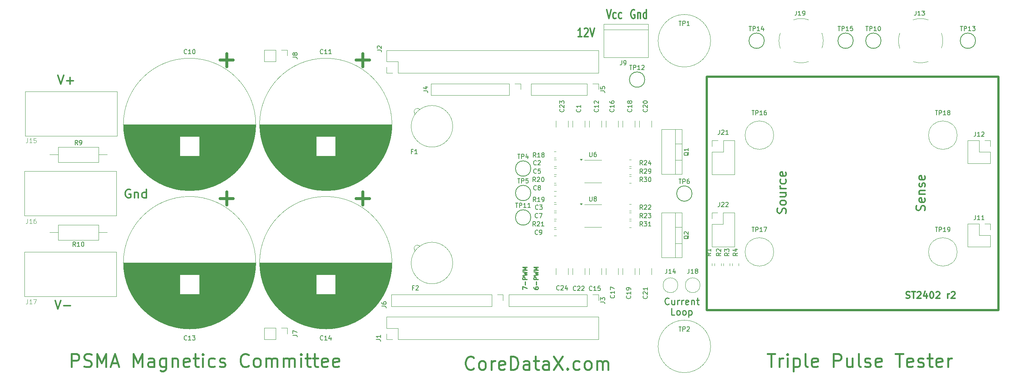
<source format=gbr>
%TF.GenerationSoftware,KiCad,Pcbnew,8.0.8*%
%TF.CreationDate,2025-05-22T14:29:20-05:00*%
%TF.ProjectId,ST2402,53543234-3032-42e6-9b69-6361645f7063,1*%
%TF.SameCoordinates,Original*%
%TF.FileFunction,Legend,Top*%
%TF.FilePolarity,Positive*%
%FSLAX46Y46*%
G04 Gerber Fmt 4.6, Leading zero omitted, Abs format (unit mm)*
G04 Created by KiCad (PCBNEW 8.0.8) date 2025-05-22 14:29:20*
%MOMM*%
%LPD*%
G01*
G04 APERTURE LIST*
%ADD10C,0.300000*%
%ADD11C,0.700000*%
%ADD12C,0.500000*%
%ADD13C,0.400000*%
%ADD14C,0.250000*%
%ADD15C,0.150000*%
%ADD16C,0.100000*%
%ADD17C,0.120000*%
G04 APERTURE END LIST*
D10*
X160725225Y-61334638D02*
X159868082Y-61334638D01*
X160296653Y-61334638D02*
X160296653Y-59334638D01*
X160296653Y-59334638D02*
X160153796Y-59620352D01*
X160153796Y-59620352D02*
X160010939Y-59810828D01*
X160010939Y-59810828D02*
X159868082Y-59906066D01*
X161296653Y-59525114D02*
X161368081Y-59429876D01*
X161368081Y-59429876D02*
X161510939Y-59334638D01*
X161510939Y-59334638D02*
X161868081Y-59334638D01*
X161868081Y-59334638D02*
X162010939Y-59429876D01*
X162010939Y-59429876D02*
X162082367Y-59525114D01*
X162082367Y-59525114D02*
X162153796Y-59715590D01*
X162153796Y-59715590D02*
X162153796Y-59906066D01*
X162153796Y-59906066D02*
X162082367Y-60191780D01*
X162082367Y-60191780D02*
X161225224Y-61334638D01*
X161225224Y-61334638D02*
X162153796Y-61334638D01*
X162582367Y-59334638D02*
X163082367Y-61334638D01*
X163082367Y-61334638D02*
X163582367Y-59334638D01*
D11*
X78095000Y-66680869D02*
X81095000Y-66680869D01*
D12*
X189230000Y-123825000D02*
X189230000Y-70485000D01*
X189230000Y-70485000D02*
X255905000Y-70485000D01*
D11*
X79595000Y-96770869D02*
X79595000Y-99770869D01*
X110710000Y-96770869D02*
X110710000Y-99770869D01*
X79595000Y-65180869D02*
X79595000Y-68180869D01*
X78095000Y-98270869D02*
X81095000Y-98270869D01*
X110710000Y-65180869D02*
X110710000Y-68180869D01*
D12*
X255905000Y-123825000D02*
X189230000Y-123825000D01*
D11*
X109210000Y-98270869D02*
X112210000Y-98270869D01*
X109210000Y-66680869D02*
X112210000Y-66680869D01*
D12*
X255905000Y-70485000D02*
X255905000Y-123825000D01*
D10*
X40392844Y-121564638D02*
X41059510Y-123564638D01*
X41059510Y-123564638D02*
X41726177Y-121564638D01*
X42392844Y-122802733D02*
X43916654Y-122802733D01*
X166395347Y-55143638D02*
X166895347Y-57143638D01*
X166895347Y-57143638D02*
X167395347Y-55143638D01*
X168538204Y-57048400D02*
X168395346Y-57143638D01*
X168395346Y-57143638D02*
X168109632Y-57143638D01*
X168109632Y-57143638D02*
X167966775Y-57048400D01*
X167966775Y-57048400D02*
X167895346Y-56953161D01*
X167895346Y-56953161D02*
X167823918Y-56762685D01*
X167823918Y-56762685D02*
X167823918Y-56191257D01*
X167823918Y-56191257D02*
X167895346Y-56000780D01*
X167895346Y-56000780D02*
X167966775Y-55905542D01*
X167966775Y-55905542D02*
X168109632Y-55810304D01*
X168109632Y-55810304D02*
X168395346Y-55810304D01*
X168395346Y-55810304D02*
X168538204Y-55905542D01*
X169823918Y-57048400D02*
X169681060Y-57143638D01*
X169681060Y-57143638D02*
X169395346Y-57143638D01*
X169395346Y-57143638D02*
X169252489Y-57048400D01*
X169252489Y-57048400D02*
X169181060Y-56953161D01*
X169181060Y-56953161D02*
X169109632Y-56762685D01*
X169109632Y-56762685D02*
X169109632Y-56191257D01*
X169109632Y-56191257D02*
X169181060Y-56000780D01*
X169181060Y-56000780D02*
X169252489Y-55905542D01*
X169252489Y-55905542D02*
X169395346Y-55810304D01*
X169395346Y-55810304D02*
X169681060Y-55810304D01*
X169681060Y-55810304D02*
X169823918Y-55905542D01*
D13*
X203113871Y-133772057D02*
X204828157Y-133772057D01*
X203971014Y-136772057D02*
X203971014Y-133772057D01*
X205828156Y-136772057D02*
X205828156Y-134772057D01*
X205828156Y-135343485D02*
X205971013Y-135057771D01*
X205971013Y-135057771D02*
X206113871Y-134914914D01*
X206113871Y-134914914D02*
X206399585Y-134772057D01*
X206399585Y-134772057D02*
X206685299Y-134772057D01*
X207685299Y-136772057D02*
X207685299Y-134772057D01*
X207685299Y-133772057D02*
X207542442Y-133914914D01*
X207542442Y-133914914D02*
X207685299Y-134057771D01*
X207685299Y-134057771D02*
X207828156Y-133914914D01*
X207828156Y-133914914D02*
X207685299Y-133772057D01*
X207685299Y-133772057D02*
X207685299Y-134057771D01*
X209113870Y-134772057D02*
X209113870Y-137772057D01*
X209113870Y-134914914D02*
X209399585Y-134772057D01*
X209399585Y-134772057D02*
X209971013Y-134772057D01*
X209971013Y-134772057D02*
X210256727Y-134914914D01*
X210256727Y-134914914D02*
X210399585Y-135057771D01*
X210399585Y-135057771D02*
X210542442Y-135343485D01*
X210542442Y-135343485D02*
X210542442Y-136200628D01*
X210542442Y-136200628D02*
X210399585Y-136486342D01*
X210399585Y-136486342D02*
X210256727Y-136629200D01*
X210256727Y-136629200D02*
X209971013Y-136772057D01*
X209971013Y-136772057D02*
X209399585Y-136772057D01*
X209399585Y-136772057D02*
X209113870Y-136629200D01*
X212256728Y-136772057D02*
X211971013Y-136629200D01*
X211971013Y-136629200D02*
X211828156Y-136343485D01*
X211828156Y-136343485D02*
X211828156Y-133772057D01*
X214542442Y-136629200D02*
X214256728Y-136772057D01*
X214256728Y-136772057D02*
X213685300Y-136772057D01*
X213685300Y-136772057D02*
X213399585Y-136629200D01*
X213399585Y-136629200D02*
X213256728Y-136343485D01*
X213256728Y-136343485D02*
X213256728Y-135200628D01*
X213256728Y-135200628D02*
X213399585Y-134914914D01*
X213399585Y-134914914D02*
X213685300Y-134772057D01*
X213685300Y-134772057D02*
X214256728Y-134772057D01*
X214256728Y-134772057D02*
X214542442Y-134914914D01*
X214542442Y-134914914D02*
X214685300Y-135200628D01*
X214685300Y-135200628D02*
X214685300Y-135486342D01*
X214685300Y-135486342D02*
X213256728Y-135772057D01*
X218256728Y-136772057D02*
X218256728Y-133772057D01*
X218256728Y-133772057D02*
X219399585Y-133772057D01*
X219399585Y-133772057D02*
X219685300Y-133914914D01*
X219685300Y-133914914D02*
X219828157Y-134057771D01*
X219828157Y-134057771D02*
X219971014Y-134343485D01*
X219971014Y-134343485D02*
X219971014Y-134772057D01*
X219971014Y-134772057D02*
X219828157Y-135057771D01*
X219828157Y-135057771D02*
X219685300Y-135200628D01*
X219685300Y-135200628D02*
X219399585Y-135343485D01*
X219399585Y-135343485D02*
X218256728Y-135343485D01*
X222542443Y-134772057D02*
X222542443Y-136772057D01*
X221256728Y-134772057D02*
X221256728Y-136343485D01*
X221256728Y-136343485D02*
X221399585Y-136629200D01*
X221399585Y-136629200D02*
X221685300Y-136772057D01*
X221685300Y-136772057D02*
X222113871Y-136772057D01*
X222113871Y-136772057D02*
X222399585Y-136629200D01*
X222399585Y-136629200D02*
X222542443Y-136486342D01*
X224399586Y-136772057D02*
X224113871Y-136629200D01*
X224113871Y-136629200D02*
X223971014Y-136343485D01*
X223971014Y-136343485D02*
X223971014Y-133772057D01*
X225399586Y-136629200D02*
X225685300Y-136772057D01*
X225685300Y-136772057D02*
X226256729Y-136772057D01*
X226256729Y-136772057D02*
X226542443Y-136629200D01*
X226542443Y-136629200D02*
X226685300Y-136343485D01*
X226685300Y-136343485D02*
X226685300Y-136200628D01*
X226685300Y-136200628D02*
X226542443Y-135914914D01*
X226542443Y-135914914D02*
X226256729Y-135772057D01*
X226256729Y-135772057D02*
X225828158Y-135772057D01*
X225828158Y-135772057D02*
X225542443Y-135629200D01*
X225542443Y-135629200D02*
X225399586Y-135343485D01*
X225399586Y-135343485D02*
X225399586Y-135200628D01*
X225399586Y-135200628D02*
X225542443Y-134914914D01*
X225542443Y-134914914D02*
X225828158Y-134772057D01*
X225828158Y-134772057D02*
X226256729Y-134772057D01*
X226256729Y-134772057D02*
X226542443Y-134914914D01*
X229113871Y-136629200D02*
X228828157Y-136772057D01*
X228828157Y-136772057D02*
X228256729Y-136772057D01*
X228256729Y-136772057D02*
X227971014Y-136629200D01*
X227971014Y-136629200D02*
X227828157Y-136343485D01*
X227828157Y-136343485D02*
X227828157Y-135200628D01*
X227828157Y-135200628D02*
X227971014Y-134914914D01*
X227971014Y-134914914D02*
X228256729Y-134772057D01*
X228256729Y-134772057D02*
X228828157Y-134772057D01*
X228828157Y-134772057D02*
X229113871Y-134914914D01*
X229113871Y-134914914D02*
X229256729Y-135200628D01*
X229256729Y-135200628D02*
X229256729Y-135486342D01*
X229256729Y-135486342D02*
X227828157Y-135772057D01*
X232399586Y-133772057D02*
X234113872Y-133772057D01*
X233256729Y-136772057D02*
X233256729Y-133772057D01*
X236256728Y-136629200D02*
X235971014Y-136772057D01*
X235971014Y-136772057D02*
X235399586Y-136772057D01*
X235399586Y-136772057D02*
X235113871Y-136629200D01*
X235113871Y-136629200D02*
X234971014Y-136343485D01*
X234971014Y-136343485D02*
X234971014Y-135200628D01*
X234971014Y-135200628D02*
X235113871Y-134914914D01*
X235113871Y-134914914D02*
X235399586Y-134772057D01*
X235399586Y-134772057D02*
X235971014Y-134772057D01*
X235971014Y-134772057D02*
X236256728Y-134914914D01*
X236256728Y-134914914D02*
X236399586Y-135200628D01*
X236399586Y-135200628D02*
X236399586Y-135486342D01*
X236399586Y-135486342D02*
X234971014Y-135772057D01*
X237542443Y-136629200D02*
X237828157Y-136772057D01*
X237828157Y-136772057D02*
X238399586Y-136772057D01*
X238399586Y-136772057D02*
X238685300Y-136629200D01*
X238685300Y-136629200D02*
X238828157Y-136343485D01*
X238828157Y-136343485D02*
X238828157Y-136200628D01*
X238828157Y-136200628D02*
X238685300Y-135914914D01*
X238685300Y-135914914D02*
X238399586Y-135772057D01*
X238399586Y-135772057D02*
X237971015Y-135772057D01*
X237971015Y-135772057D02*
X237685300Y-135629200D01*
X237685300Y-135629200D02*
X237542443Y-135343485D01*
X237542443Y-135343485D02*
X237542443Y-135200628D01*
X237542443Y-135200628D02*
X237685300Y-134914914D01*
X237685300Y-134914914D02*
X237971015Y-134772057D01*
X237971015Y-134772057D02*
X238399586Y-134772057D01*
X238399586Y-134772057D02*
X238685300Y-134914914D01*
X239685300Y-134772057D02*
X240828157Y-134772057D01*
X240113871Y-133772057D02*
X240113871Y-136343485D01*
X240113871Y-136343485D02*
X240256728Y-136629200D01*
X240256728Y-136629200D02*
X240542443Y-136772057D01*
X240542443Y-136772057D02*
X240828157Y-136772057D01*
X242971014Y-136629200D02*
X242685300Y-136772057D01*
X242685300Y-136772057D02*
X242113872Y-136772057D01*
X242113872Y-136772057D02*
X241828157Y-136629200D01*
X241828157Y-136629200D02*
X241685300Y-136343485D01*
X241685300Y-136343485D02*
X241685300Y-135200628D01*
X241685300Y-135200628D02*
X241828157Y-134914914D01*
X241828157Y-134914914D02*
X242113872Y-134772057D01*
X242113872Y-134772057D02*
X242685300Y-134772057D01*
X242685300Y-134772057D02*
X242971014Y-134914914D01*
X242971014Y-134914914D02*
X243113872Y-135200628D01*
X243113872Y-135200628D02*
X243113872Y-135486342D01*
X243113872Y-135486342D02*
X241685300Y-135772057D01*
X244399586Y-136772057D02*
X244399586Y-134772057D01*
X244399586Y-135343485D02*
X244542443Y-135057771D01*
X244542443Y-135057771D02*
X244685301Y-134914914D01*
X244685301Y-134914914D02*
X244971015Y-134772057D01*
X244971015Y-134772057D02*
X245256729Y-134772057D01*
D10*
X234798082Y-121014400D02*
X235012368Y-121085828D01*
X235012368Y-121085828D02*
X235369510Y-121085828D01*
X235369510Y-121085828D02*
X235512368Y-121014400D01*
X235512368Y-121014400D02*
X235583796Y-120942971D01*
X235583796Y-120942971D02*
X235655225Y-120800114D01*
X235655225Y-120800114D02*
X235655225Y-120657257D01*
X235655225Y-120657257D02*
X235583796Y-120514400D01*
X235583796Y-120514400D02*
X235512368Y-120442971D01*
X235512368Y-120442971D02*
X235369510Y-120371542D01*
X235369510Y-120371542D02*
X235083796Y-120300114D01*
X235083796Y-120300114D02*
X234940939Y-120228685D01*
X234940939Y-120228685D02*
X234869510Y-120157257D01*
X234869510Y-120157257D02*
X234798082Y-120014400D01*
X234798082Y-120014400D02*
X234798082Y-119871542D01*
X234798082Y-119871542D02*
X234869510Y-119728685D01*
X234869510Y-119728685D02*
X234940939Y-119657257D01*
X234940939Y-119657257D02*
X235083796Y-119585828D01*
X235083796Y-119585828D02*
X235440939Y-119585828D01*
X235440939Y-119585828D02*
X235655225Y-119657257D01*
X236083796Y-119585828D02*
X236940939Y-119585828D01*
X236512367Y-121085828D02*
X236512367Y-119585828D01*
X237369510Y-119728685D02*
X237440938Y-119657257D01*
X237440938Y-119657257D02*
X237583796Y-119585828D01*
X237583796Y-119585828D02*
X237940938Y-119585828D01*
X237940938Y-119585828D02*
X238083796Y-119657257D01*
X238083796Y-119657257D02*
X238155224Y-119728685D01*
X238155224Y-119728685D02*
X238226653Y-119871542D01*
X238226653Y-119871542D02*
X238226653Y-120014400D01*
X238226653Y-120014400D02*
X238155224Y-120228685D01*
X238155224Y-120228685D02*
X237298081Y-121085828D01*
X237298081Y-121085828D02*
X238226653Y-121085828D01*
X239512367Y-120085828D02*
X239512367Y-121085828D01*
X239155224Y-119514400D02*
X238798081Y-120585828D01*
X238798081Y-120585828D02*
X239726652Y-120585828D01*
X240583795Y-119585828D02*
X240726652Y-119585828D01*
X240726652Y-119585828D02*
X240869509Y-119657257D01*
X240869509Y-119657257D02*
X240940938Y-119728685D01*
X240940938Y-119728685D02*
X241012366Y-119871542D01*
X241012366Y-119871542D02*
X241083795Y-120157257D01*
X241083795Y-120157257D02*
X241083795Y-120514400D01*
X241083795Y-120514400D02*
X241012366Y-120800114D01*
X241012366Y-120800114D02*
X240940938Y-120942971D01*
X240940938Y-120942971D02*
X240869509Y-121014400D01*
X240869509Y-121014400D02*
X240726652Y-121085828D01*
X240726652Y-121085828D02*
X240583795Y-121085828D01*
X240583795Y-121085828D02*
X240440938Y-121014400D01*
X240440938Y-121014400D02*
X240369509Y-120942971D01*
X240369509Y-120942971D02*
X240298080Y-120800114D01*
X240298080Y-120800114D02*
X240226652Y-120514400D01*
X240226652Y-120514400D02*
X240226652Y-120157257D01*
X240226652Y-120157257D02*
X240298080Y-119871542D01*
X240298080Y-119871542D02*
X240369509Y-119728685D01*
X240369509Y-119728685D02*
X240440938Y-119657257D01*
X240440938Y-119657257D02*
X240583795Y-119585828D01*
X241655223Y-119728685D02*
X241726651Y-119657257D01*
X241726651Y-119657257D02*
X241869509Y-119585828D01*
X241869509Y-119585828D02*
X242226651Y-119585828D01*
X242226651Y-119585828D02*
X242369509Y-119657257D01*
X242369509Y-119657257D02*
X242440937Y-119728685D01*
X242440937Y-119728685D02*
X242512366Y-119871542D01*
X242512366Y-119871542D02*
X242512366Y-120014400D01*
X242512366Y-120014400D02*
X242440937Y-120228685D01*
X242440937Y-120228685D02*
X241583794Y-121085828D01*
X241583794Y-121085828D02*
X242512366Y-121085828D01*
X244298079Y-121085828D02*
X244298079Y-120085828D01*
X244298079Y-120371542D02*
X244369508Y-120228685D01*
X244369508Y-120228685D02*
X244440937Y-120157257D01*
X244440937Y-120157257D02*
X244583794Y-120085828D01*
X244583794Y-120085828D02*
X244726651Y-120085828D01*
X245155222Y-119728685D02*
X245226650Y-119657257D01*
X245226650Y-119657257D02*
X245369508Y-119585828D01*
X245369508Y-119585828D02*
X245726650Y-119585828D01*
X245726650Y-119585828D02*
X245869508Y-119657257D01*
X245869508Y-119657257D02*
X245940936Y-119728685D01*
X245940936Y-119728685D02*
X246012365Y-119871542D01*
X246012365Y-119871542D02*
X246012365Y-120014400D01*
X246012365Y-120014400D02*
X245940936Y-120228685D01*
X245940936Y-120228685D02*
X245083793Y-121085828D01*
X245083793Y-121085828D02*
X246012365Y-121085828D01*
D13*
X136041728Y-137121342D02*
X135898871Y-137264200D01*
X135898871Y-137264200D02*
X135470299Y-137407057D01*
X135470299Y-137407057D02*
X135184585Y-137407057D01*
X135184585Y-137407057D02*
X134756014Y-137264200D01*
X134756014Y-137264200D02*
X134470299Y-136978485D01*
X134470299Y-136978485D02*
X134327442Y-136692771D01*
X134327442Y-136692771D02*
X134184585Y-136121342D01*
X134184585Y-136121342D02*
X134184585Y-135692771D01*
X134184585Y-135692771D02*
X134327442Y-135121342D01*
X134327442Y-135121342D02*
X134470299Y-134835628D01*
X134470299Y-134835628D02*
X134756014Y-134549914D01*
X134756014Y-134549914D02*
X135184585Y-134407057D01*
X135184585Y-134407057D02*
X135470299Y-134407057D01*
X135470299Y-134407057D02*
X135898871Y-134549914D01*
X135898871Y-134549914D02*
X136041728Y-134692771D01*
X137756014Y-137407057D02*
X137470299Y-137264200D01*
X137470299Y-137264200D02*
X137327442Y-137121342D01*
X137327442Y-137121342D02*
X137184585Y-136835628D01*
X137184585Y-136835628D02*
X137184585Y-135978485D01*
X137184585Y-135978485D02*
X137327442Y-135692771D01*
X137327442Y-135692771D02*
X137470299Y-135549914D01*
X137470299Y-135549914D02*
X137756014Y-135407057D01*
X137756014Y-135407057D02*
X138184585Y-135407057D01*
X138184585Y-135407057D02*
X138470299Y-135549914D01*
X138470299Y-135549914D02*
X138613157Y-135692771D01*
X138613157Y-135692771D02*
X138756014Y-135978485D01*
X138756014Y-135978485D02*
X138756014Y-136835628D01*
X138756014Y-136835628D02*
X138613157Y-137121342D01*
X138613157Y-137121342D02*
X138470299Y-137264200D01*
X138470299Y-137264200D02*
X138184585Y-137407057D01*
X138184585Y-137407057D02*
X137756014Y-137407057D01*
X140041728Y-137407057D02*
X140041728Y-135407057D01*
X140041728Y-135978485D02*
X140184585Y-135692771D01*
X140184585Y-135692771D02*
X140327443Y-135549914D01*
X140327443Y-135549914D02*
X140613157Y-135407057D01*
X140613157Y-135407057D02*
X140898871Y-135407057D01*
X143041728Y-137264200D02*
X142756014Y-137407057D01*
X142756014Y-137407057D02*
X142184586Y-137407057D01*
X142184586Y-137407057D02*
X141898871Y-137264200D01*
X141898871Y-137264200D02*
X141756014Y-136978485D01*
X141756014Y-136978485D02*
X141756014Y-135835628D01*
X141756014Y-135835628D02*
X141898871Y-135549914D01*
X141898871Y-135549914D02*
X142184586Y-135407057D01*
X142184586Y-135407057D02*
X142756014Y-135407057D01*
X142756014Y-135407057D02*
X143041728Y-135549914D01*
X143041728Y-135549914D02*
X143184586Y-135835628D01*
X143184586Y-135835628D02*
X143184586Y-136121342D01*
X143184586Y-136121342D02*
X141756014Y-136407057D01*
X144470300Y-137407057D02*
X144470300Y-134407057D01*
X144470300Y-134407057D02*
X145184586Y-134407057D01*
X145184586Y-134407057D02*
X145613157Y-134549914D01*
X145613157Y-134549914D02*
X145898872Y-134835628D01*
X145898872Y-134835628D02*
X146041729Y-135121342D01*
X146041729Y-135121342D02*
X146184586Y-135692771D01*
X146184586Y-135692771D02*
X146184586Y-136121342D01*
X146184586Y-136121342D02*
X146041729Y-136692771D01*
X146041729Y-136692771D02*
X145898872Y-136978485D01*
X145898872Y-136978485D02*
X145613157Y-137264200D01*
X145613157Y-137264200D02*
X145184586Y-137407057D01*
X145184586Y-137407057D02*
X144470300Y-137407057D01*
X148756015Y-137407057D02*
X148756015Y-135835628D01*
X148756015Y-135835628D02*
X148613157Y-135549914D01*
X148613157Y-135549914D02*
X148327443Y-135407057D01*
X148327443Y-135407057D02*
X147756015Y-135407057D01*
X147756015Y-135407057D02*
X147470300Y-135549914D01*
X148756015Y-137264200D02*
X148470300Y-137407057D01*
X148470300Y-137407057D02*
X147756015Y-137407057D01*
X147756015Y-137407057D02*
X147470300Y-137264200D01*
X147470300Y-137264200D02*
X147327443Y-136978485D01*
X147327443Y-136978485D02*
X147327443Y-136692771D01*
X147327443Y-136692771D02*
X147470300Y-136407057D01*
X147470300Y-136407057D02*
X147756015Y-136264200D01*
X147756015Y-136264200D02*
X148470300Y-136264200D01*
X148470300Y-136264200D02*
X148756015Y-136121342D01*
X149756015Y-135407057D02*
X150898872Y-135407057D01*
X150184586Y-134407057D02*
X150184586Y-136978485D01*
X150184586Y-136978485D02*
X150327443Y-137264200D01*
X150327443Y-137264200D02*
X150613158Y-137407057D01*
X150613158Y-137407057D02*
X150898872Y-137407057D01*
X153184587Y-137407057D02*
X153184587Y-135835628D01*
X153184587Y-135835628D02*
X153041729Y-135549914D01*
X153041729Y-135549914D02*
X152756015Y-135407057D01*
X152756015Y-135407057D02*
X152184587Y-135407057D01*
X152184587Y-135407057D02*
X151898872Y-135549914D01*
X153184587Y-137264200D02*
X152898872Y-137407057D01*
X152898872Y-137407057D02*
X152184587Y-137407057D01*
X152184587Y-137407057D02*
X151898872Y-137264200D01*
X151898872Y-137264200D02*
X151756015Y-136978485D01*
X151756015Y-136978485D02*
X151756015Y-136692771D01*
X151756015Y-136692771D02*
X151898872Y-136407057D01*
X151898872Y-136407057D02*
X152184587Y-136264200D01*
X152184587Y-136264200D02*
X152898872Y-136264200D01*
X152898872Y-136264200D02*
X153184587Y-136121342D01*
X154327444Y-134407057D02*
X156327444Y-137407057D01*
X156327444Y-134407057D02*
X154327444Y-137407057D01*
X157470301Y-137121342D02*
X157613158Y-137264200D01*
X157613158Y-137264200D02*
X157470301Y-137407057D01*
X157470301Y-137407057D02*
X157327444Y-137264200D01*
X157327444Y-137264200D02*
X157470301Y-137121342D01*
X157470301Y-137121342D02*
X157470301Y-137407057D01*
X160184587Y-137264200D02*
X159898872Y-137407057D01*
X159898872Y-137407057D02*
X159327444Y-137407057D01*
X159327444Y-137407057D02*
X159041729Y-137264200D01*
X159041729Y-137264200D02*
X158898872Y-137121342D01*
X158898872Y-137121342D02*
X158756015Y-136835628D01*
X158756015Y-136835628D02*
X158756015Y-135978485D01*
X158756015Y-135978485D02*
X158898872Y-135692771D01*
X158898872Y-135692771D02*
X159041729Y-135549914D01*
X159041729Y-135549914D02*
X159327444Y-135407057D01*
X159327444Y-135407057D02*
X159898872Y-135407057D01*
X159898872Y-135407057D02*
X160184587Y-135549914D01*
X161898873Y-137407057D02*
X161613158Y-137264200D01*
X161613158Y-137264200D02*
X161470301Y-137121342D01*
X161470301Y-137121342D02*
X161327444Y-136835628D01*
X161327444Y-136835628D02*
X161327444Y-135978485D01*
X161327444Y-135978485D02*
X161470301Y-135692771D01*
X161470301Y-135692771D02*
X161613158Y-135549914D01*
X161613158Y-135549914D02*
X161898873Y-135407057D01*
X161898873Y-135407057D02*
X162327444Y-135407057D01*
X162327444Y-135407057D02*
X162613158Y-135549914D01*
X162613158Y-135549914D02*
X162756016Y-135692771D01*
X162756016Y-135692771D02*
X162898873Y-135978485D01*
X162898873Y-135978485D02*
X162898873Y-136835628D01*
X162898873Y-136835628D02*
X162756016Y-137121342D01*
X162756016Y-137121342D02*
X162613158Y-137264200D01*
X162613158Y-137264200D02*
X162327444Y-137407057D01*
X162327444Y-137407057D02*
X161898873Y-137407057D01*
X164184587Y-137407057D02*
X164184587Y-135407057D01*
X164184587Y-135692771D02*
X164327444Y-135549914D01*
X164327444Y-135549914D02*
X164613159Y-135407057D01*
X164613159Y-135407057D02*
X165041730Y-135407057D01*
X165041730Y-135407057D02*
X165327444Y-135549914D01*
X165327444Y-135549914D02*
X165470302Y-135835628D01*
X165470302Y-135835628D02*
X165470302Y-137407057D01*
X165470302Y-135835628D02*
X165613159Y-135549914D01*
X165613159Y-135549914D02*
X165898873Y-135407057D01*
X165898873Y-135407057D02*
X166327444Y-135407057D01*
X166327444Y-135407057D02*
X166613159Y-135549914D01*
X166613159Y-135549914D02*
X166756016Y-135835628D01*
X166756016Y-135835628D02*
X166756016Y-137407057D01*
X44157442Y-136772057D02*
X44157442Y-133772057D01*
X44157442Y-133772057D02*
X45300299Y-133772057D01*
X45300299Y-133772057D02*
X45586014Y-133914914D01*
X45586014Y-133914914D02*
X45728871Y-134057771D01*
X45728871Y-134057771D02*
X45871728Y-134343485D01*
X45871728Y-134343485D02*
X45871728Y-134772057D01*
X45871728Y-134772057D02*
X45728871Y-135057771D01*
X45728871Y-135057771D02*
X45586014Y-135200628D01*
X45586014Y-135200628D02*
X45300299Y-135343485D01*
X45300299Y-135343485D02*
X44157442Y-135343485D01*
X47014585Y-136629200D02*
X47443157Y-136772057D01*
X47443157Y-136772057D02*
X48157442Y-136772057D01*
X48157442Y-136772057D02*
X48443157Y-136629200D01*
X48443157Y-136629200D02*
X48586014Y-136486342D01*
X48586014Y-136486342D02*
X48728871Y-136200628D01*
X48728871Y-136200628D02*
X48728871Y-135914914D01*
X48728871Y-135914914D02*
X48586014Y-135629200D01*
X48586014Y-135629200D02*
X48443157Y-135486342D01*
X48443157Y-135486342D02*
X48157442Y-135343485D01*
X48157442Y-135343485D02*
X47586014Y-135200628D01*
X47586014Y-135200628D02*
X47300299Y-135057771D01*
X47300299Y-135057771D02*
X47157442Y-134914914D01*
X47157442Y-134914914D02*
X47014585Y-134629200D01*
X47014585Y-134629200D02*
X47014585Y-134343485D01*
X47014585Y-134343485D02*
X47157442Y-134057771D01*
X47157442Y-134057771D02*
X47300299Y-133914914D01*
X47300299Y-133914914D02*
X47586014Y-133772057D01*
X47586014Y-133772057D02*
X48300299Y-133772057D01*
X48300299Y-133772057D02*
X48728871Y-133914914D01*
X50014585Y-136772057D02*
X50014585Y-133772057D01*
X50014585Y-133772057D02*
X51014585Y-135914914D01*
X51014585Y-135914914D02*
X52014585Y-133772057D01*
X52014585Y-133772057D02*
X52014585Y-136772057D01*
X53300299Y-135914914D02*
X54728871Y-135914914D01*
X53014585Y-136772057D02*
X54014585Y-133772057D01*
X54014585Y-133772057D02*
X55014585Y-136772057D01*
X58300299Y-136772057D02*
X58300299Y-133772057D01*
X58300299Y-133772057D02*
X59300299Y-135914914D01*
X59300299Y-135914914D02*
X60300299Y-133772057D01*
X60300299Y-133772057D02*
X60300299Y-136772057D01*
X63014585Y-136772057D02*
X63014585Y-135200628D01*
X63014585Y-135200628D02*
X62871727Y-134914914D01*
X62871727Y-134914914D02*
X62586013Y-134772057D01*
X62586013Y-134772057D02*
X62014585Y-134772057D01*
X62014585Y-134772057D02*
X61728870Y-134914914D01*
X63014585Y-136629200D02*
X62728870Y-136772057D01*
X62728870Y-136772057D02*
X62014585Y-136772057D01*
X62014585Y-136772057D02*
X61728870Y-136629200D01*
X61728870Y-136629200D02*
X61586013Y-136343485D01*
X61586013Y-136343485D02*
X61586013Y-136057771D01*
X61586013Y-136057771D02*
X61728870Y-135772057D01*
X61728870Y-135772057D02*
X62014585Y-135629200D01*
X62014585Y-135629200D02*
X62728870Y-135629200D01*
X62728870Y-135629200D02*
X63014585Y-135486342D01*
X65728871Y-134772057D02*
X65728871Y-137200628D01*
X65728871Y-137200628D02*
X65586013Y-137486342D01*
X65586013Y-137486342D02*
X65443156Y-137629200D01*
X65443156Y-137629200D02*
X65157442Y-137772057D01*
X65157442Y-137772057D02*
X64728871Y-137772057D01*
X64728871Y-137772057D02*
X64443156Y-137629200D01*
X65728871Y-136629200D02*
X65443156Y-136772057D01*
X65443156Y-136772057D02*
X64871728Y-136772057D01*
X64871728Y-136772057D02*
X64586013Y-136629200D01*
X64586013Y-136629200D02*
X64443156Y-136486342D01*
X64443156Y-136486342D02*
X64300299Y-136200628D01*
X64300299Y-136200628D02*
X64300299Y-135343485D01*
X64300299Y-135343485D02*
X64443156Y-135057771D01*
X64443156Y-135057771D02*
X64586013Y-134914914D01*
X64586013Y-134914914D02*
X64871728Y-134772057D01*
X64871728Y-134772057D02*
X65443156Y-134772057D01*
X65443156Y-134772057D02*
X65728871Y-134914914D01*
X67157442Y-134772057D02*
X67157442Y-136772057D01*
X67157442Y-135057771D02*
X67300299Y-134914914D01*
X67300299Y-134914914D02*
X67586014Y-134772057D01*
X67586014Y-134772057D02*
X68014585Y-134772057D01*
X68014585Y-134772057D02*
X68300299Y-134914914D01*
X68300299Y-134914914D02*
X68443157Y-135200628D01*
X68443157Y-135200628D02*
X68443157Y-136772057D01*
X71014585Y-136629200D02*
X70728871Y-136772057D01*
X70728871Y-136772057D02*
X70157443Y-136772057D01*
X70157443Y-136772057D02*
X69871728Y-136629200D01*
X69871728Y-136629200D02*
X69728871Y-136343485D01*
X69728871Y-136343485D02*
X69728871Y-135200628D01*
X69728871Y-135200628D02*
X69871728Y-134914914D01*
X69871728Y-134914914D02*
X70157443Y-134772057D01*
X70157443Y-134772057D02*
X70728871Y-134772057D01*
X70728871Y-134772057D02*
X71014585Y-134914914D01*
X71014585Y-134914914D02*
X71157443Y-135200628D01*
X71157443Y-135200628D02*
X71157443Y-135486342D01*
X71157443Y-135486342D02*
X69728871Y-135772057D01*
X72014586Y-134772057D02*
X73157443Y-134772057D01*
X72443157Y-133772057D02*
X72443157Y-136343485D01*
X72443157Y-136343485D02*
X72586014Y-136629200D01*
X72586014Y-136629200D02*
X72871729Y-136772057D01*
X72871729Y-136772057D02*
X73157443Y-136772057D01*
X74157443Y-136772057D02*
X74157443Y-134772057D01*
X74157443Y-133772057D02*
X74014586Y-133914914D01*
X74014586Y-133914914D02*
X74157443Y-134057771D01*
X74157443Y-134057771D02*
X74300300Y-133914914D01*
X74300300Y-133914914D02*
X74157443Y-133772057D01*
X74157443Y-133772057D02*
X74157443Y-134057771D01*
X76871729Y-136629200D02*
X76586014Y-136772057D01*
X76586014Y-136772057D02*
X76014586Y-136772057D01*
X76014586Y-136772057D02*
X75728871Y-136629200D01*
X75728871Y-136629200D02*
X75586014Y-136486342D01*
X75586014Y-136486342D02*
X75443157Y-136200628D01*
X75443157Y-136200628D02*
X75443157Y-135343485D01*
X75443157Y-135343485D02*
X75586014Y-135057771D01*
X75586014Y-135057771D02*
X75728871Y-134914914D01*
X75728871Y-134914914D02*
X76014586Y-134772057D01*
X76014586Y-134772057D02*
X76586014Y-134772057D01*
X76586014Y-134772057D02*
X76871729Y-134914914D01*
X78014586Y-136629200D02*
X78300300Y-136772057D01*
X78300300Y-136772057D02*
X78871729Y-136772057D01*
X78871729Y-136772057D02*
X79157443Y-136629200D01*
X79157443Y-136629200D02*
X79300300Y-136343485D01*
X79300300Y-136343485D02*
X79300300Y-136200628D01*
X79300300Y-136200628D02*
X79157443Y-135914914D01*
X79157443Y-135914914D02*
X78871729Y-135772057D01*
X78871729Y-135772057D02*
X78443158Y-135772057D01*
X78443158Y-135772057D02*
X78157443Y-135629200D01*
X78157443Y-135629200D02*
X78014586Y-135343485D01*
X78014586Y-135343485D02*
X78014586Y-135200628D01*
X78014586Y-135200628D02*
X78157443Y-134914914D01*
X78157443Y-134914914D02*
X78443158Y-134772057D01*
X78443158Y-134772057D02*
X78871729Y-134772057D01*
X78871729Y-134772057D02*
X79157443Y-134914914D01*
X84586014Y-136486342D02*
X84443157Y-136629200D01*
X84443157Y-136629200D02*
X84014585Y-136772057D01*
X84014585Y-136772057D02*
X83728871Y-136772057D01*
X83728871Y-136772057D02*
X83300300Y-136629200D01*
X83300300Y-136629200D02*
X83014585Y-136343485D01*
X83014585Y-136343485D02*
X82871728Y-136057771D01*
X82871728Y-136057771D02*
X82728871Y-135486342D01*
X82728871Y-135486342D02*
X82728871Y-135057771D01*
X82728871Y-135057771D02*
X82871728Y-134486342D01*
X82871728Y-134486342D02*
X83014585Y-134200628D01*
X83014585Y-134200628D02*
X83300300Y-133914914D01*
X83300300Y-133914914D02*
X83728871Y-133772057D01*
X83728871Y-133772057D02*
X84014585Y-133772057D01*
X84014585Y-133772057D02*
X84443157Y-133914914D01*
X84443157Y-133914914D02*
X84586014Y-134057771D01*
X86300300Y-136772057D02*
X86014585Y-136629200D01*
X86014585Y-136629200D02*
X85871728Y-136486342D01*
X85871728Y-136486342D02*
X85728871Y-136200628D01*
X85728871Y-136200628D02*
X85728871Y-135343485D01*
X85728871Y-135343485D02*
X85871728Y-135057771D01*
X85871728Y-135057771D02*
X86014585Y-134914914D01*
X86014585Y-134914914D02*
X86300300Y-134772057D01*
X86300300Y-134772057D02*
X86728871Y-134772057D01*
X86728871Y-134772057D02*
X87014585Y-134914914D01*
X87014585Y-134914914D02*
X87157443Y-135057771D01*
X87157443Y-135057771D02*
X87300300Y-135343485D01*
X87300300Y-135343485D02*
X87300300Y-136200628D01*
X87300300Y-136200628D02*
X87157443Y-136486342D01*
X87157443Y-136486342D02*
X87014585Y-136629200D01*
X87014585Y-136629200D02*
X86728871Y-136772057D01*
X86728871Y-136772057D02*
X86300300Y-136772057D01*
X88586014Y-136772057D02*
X88586014Y-134772057D01*
X88586014Y-135057771D02*
X88728871Y-134914914D01*
X88728871Y-134914914D02*
X89014586Y-134772057D01*
X89014586Y-134772057D02*
X89443157Y-134772057D01*
X89443157Y-134772057D02*
X89728871Y-134914914D01*
X89728871Y-134914914D02*
X89871729Y-135200628D01*
X89871729Y-135200628D02*
X89871729Y-136772057D01*
X89871729Y-135200628D02*
X90014586Y-134914914D01*
X90014586Y-134914914D02*
X90300300Y-134772057D01*
X90300300Y-134772057D02*
X90728871Y-134772057D01*
X90728871Y-134772057D02*
X91014586Y-134914914D01*
X91014586Y-134914914D02*
X91157443Y-135200628D01*
X91157443Y-135200628D02*
X91157443Y-136772057D01*
X92586014Y-136772057D02*
X92586014Y-134772057D01*
X92586014Y-135057771D02*
X92728871Y-134914914D01*
X92728871Y-134914914D02*
X93014586Y-134772057D01*
X93014586Y-134772057D02*
X93443157Y-134772057D01*
X93443157Y-134772057D02*
X93728871Y-134914914D01*
X93728871Y-134914914D02*
X93871729Y-135200628D01*
X93871729Y-135200628D02*
X93871729Y-136772057D01*
X93871729Y-135200628D02*
X94014586Y-134914914D01*
X94014586Y-134914914D02*
X94300300Y-134772057D01*
X94300300Y-134772057D02*
X94728871Y-134772057D01*
X94728871Y-134772057D02*
X95014586Y-134914914D01*
X95014586Y-134914914D02*
X95157443Y-135200628D01*
X95157443Y-135200628D02*
X95157443Y-136772057D01*
X96586014Y-136772057D02*
X96586014Y-134772057D01*
X96586014Y-133772057D02*
X96443157Y-133914914D01*
X96443157Y-133914914D02*
X96586014Y-134057771D01*
X96586014Y-134057771D02*
X96728871Y-133914914D01*
X96728871Y-133914914D02*
X96586014Y-133772057D01*
X96586014Y-133772057D02*
X96586014Y-134057771D01*
X97586014Y-134772057D02*
X98728871Y-134772057D01*
X98014585Y-133772057D02*
X98014585Y-136343485D01*
X98014585Y-136343485D02*
X98157442Y-136629200D01*
X98157442Y-136629200D02*
X98443157Y-136772057D01*
X98443157Y-136772057D02*
X98728871Y-136772057D01*
X99300300Y-134772057D02*
X100443157Y-134772057D01*
X99728871Y-133772057D02*
X99728871Y-136343485D01*
X99728871Y-136343485D02*
X99871728Y-136629200D01*
X99871728Y-136629200D02*
X100157443Y-136772057D01*
X100157443Y-136772057D02*
X100443157Y-136772057D01*
X102586014Y-136629200D02*
X102300300Y-136772057D01*
X102300300Y-136772057D02*
X101728872Y-136772057D01*
X101728872Y-136772057D02*
X101443157Y-136629200D01*
X101443157Y-136629200D02*
X101300300Y-136343485D01*
X101300300Y-136343485D02*
X101300300Y-135200628D01*
X101300300Y-135200628D02*
X101443157Y-134914914D01*
X101443157Y-134914914D02*
X101728872Y-134772057D01*
X101728872Y-134772057D02*
X102300300Y-134772057D01*
X102300300Y-134772057D02*
X102586014Y-134914914D01*
X102586014Y-134914914D02*
X102728872Y-135200628D01*
X102728872Y-135200628D02*
X102728872Y-135486342D01*
X102728872Y-135486342D02*
X101300300Y-135772057D01*
X105157443Y-136629200D02*
X104871729Y-136772057D01*
X104871729Y-136772057D02*
X104300301Y-136772057D01*
X104300301Y-136772057D02*
X104014586Y-136629200D01*
X104014586Y-136629200D02*
X103871729Y-136343485D01*
X103871729Y-136343485D02*
X103871729Y-135200628D01*
X103871729Y-135200628D02*
X104014586Y-134914914D01*
X104014586Y-134914914D02*
X104300301Y-134772057D01*
X104300301Y-134772057D02*
X104871729Y-134772057D01*
X104871729Y-134772057D02*
X105157443Y-134914914D01*
X105157443Y-134914914D02*
X105300301Y-135200628D01*
X105300301Y-135200628D02*
X105300301Y-135486342D01*
X105300301Y-135486342D02*
X103871729Y-135772057D01*
D10*
X239039400Y-101021679D02*
X239134638Y-100735965D01*
X239134638Y-100735965D02*
X239134638Y-100259774D01*
X239134638Y-100259774D02*
X239039400Y-100069298D01*
X239039400Y-100069298D02*
X238944161Y-99974060D01*
X238944161Y-99974060D02*
X238753685Y-99878822D01*
X238753685Y-99878822D02*
X238563209Y-99878822D01*
X238563209Y-99878822D02*
X238372733Y-99974060D01*
X238372733Y-99974060D02*
X238277495Y-100069298D01*
X238277495Y-100069298D02*
X238182257Y-100259774D01*
X238182257Y-100259774D02*
X238087019Y-100640727D01*
X238087019Y-100640727D02*
X237991780Y-100831203D01*
X237991780Y-100831203D02*
X237896542Y-100926441D01*
X237896542Y-100926441D02*
X237706066Y-101021679D01*
X237706066Y-101021679D02*
X237515590Y-101021679D01*
X237515590Y-101021679D02*
X237325114Y-100926441D01*
X237325114Y-100926441D02*
X237229876Y-100831203D01*
X237229876Y-100831203D02*
X237134638Y-100640727D01*
X237134638Y-100640727D02*
X237134638Y-100164536D01*
X237134638Y-100164536D02*
X237229876Y-99878822D01*
X239039400Y-98259774D02*
X239134638Y-98450250D01*
X239134638Y-98450250D02*
X239134638Y-98831203D01*
X239134638Y-98831203D02*
X239039400Y-99021679D01*
X239039400Y-99021679D02*
X238848923Y-99116917D01*
X238848923Y-99116917D02*
X238087019Y-99116917D01*
X238087019Y-99116917D02*
X237896542Y-99021679D01*
X237896542Y-99021679D02*
X237801304Y-98831203D01*
X237801304Y-98831203D02*
X237801304Y-98450250D01*
X237801304Y-98450250D02*
X237896542Y-98259774D01*
X237896542Y-98259774D02*
X238087019Y-98164536D01*
X238087019Y-98164536D02*
X238277495Y-98164536D01*
X238277495Y-98164536D02*
X238467971Y-99116917D01*
X237801304Y-97307393D02*
X239134638Y-97307393D01*
X237991780Y-97307393D02*
X237896542Y-97212155D01*
X237896542Y-97212155D02*
X237801304Y-97021679D01*
X237801304Y-97021679D02*
X237801304Y-96735964D01*
X237801304Y-96735964D02*
X237896542Y-96545488D01*
X237896542Y-96545488D02*
X238087019Y-96450250D01*
X238087019Y-96450250D02*
X239134638Y-96450250D01*
X239039400Y-95593107D02*
X239134638Y-95402631D01*
X239134638Y-95402631D02*
X239134638Y-95021679D01*
X239134638Y-95021679D02*
X239039400Y-94831202D01*
X239039400Y-94831202D02*
X238848923Y-94735964D01*
X238848923Y-94735964D02*
X238753685Y-94735964D01*
X238753685Y-94735964D02*
X238563209Y-94831202D01*
X238563209Y-94831202D02*
X238467971Y-95021679D01*
X238467971Y-95021679D02*
X238467971Y-95307393D01*
X238467971Y-95307393D02*
X238372733Y-95497869D01*
X238372733Y-95497869D02*
X238182257Y-95593107D01*
X238182257Y-95593107D02*
X238087019Y-95593107D01*
X238087019Y-95593107D02*
X237896542Y-95497869D01*
X237896542Y-95497869D02*
X237801304Y-95307393D01*
X237801304Y-95307393D02*
X237801304Y-95021679D01*
X237801304Y-95021679D02*
X237896542Y-94831202D01*
X239039400Y-93116916D02*
X239134638Y-93307392D01*
X239134638Y-93307392D02*
X239134638Y-93688345D01*
X239134638Y-93688345D02*
X239039400Y-93878821D01*
X239039400Y-93878821D02*
X238848923Y-93974059D01*
X238848923Y-93974059D02*
X238087019Y-93974059D01*
X238087019Y-93974059D02*
X237896542Y-93878821D01*
X237896542Y-93878821D02*
X237801304Y-93688345D01*
X237801304Y-93688345D02*
X237801304Y-93307392D01*
X237801304Y-93307392D02*
X237896542Y-93116916D01*
X237896542Y-93116916D02*
X238087019Y-93021678D01*
X238087019Y-93021678D02*
X238277495Y-93021678D01*
X238277495Y-93021678D02*
X238467971Y-93974059D01*
D14*
X149740619Y-118548860D02*
X149740619Y-118739336D01*
X149740619Y-118739336D02*
X149788238Y-118834574D01*
X149788238Y-118834574D02*
X149835857Y-118882193D01*
X149835857Y-118882193D02*
X149978714Y-118977431D01*
X149978714Y-118977431D02*
X150169190Y-119025050D01*
X150169190Y-119025050D02*
X150550142Y-119025050D01*
X150550142Y-119025050D02*
X150645380Y-118977431D01*
X150645380Y-118977431D02*
X150693000Y-118929812D01*
X150693000Y-118929812D02*
X150740619Y-118834574D01*
X150740619Y-118834574D02*
X150740619Y-118644098D01*
X150740619Y-118644098D02*
X150693000Y-118548860D01*
X150693000Y-118548860D02*
X150645380Y-118501241D01*
X150645380Y-118501241D02*
X150550142Y-118453622D01*
X150550142Y-118453622D02*
X150312047Y-118453622D01*
X150312047Y-118453622D02*
X150216809Y-118501241D01*
X150216809Y-118501241D02*
X150169190Y-118548860D01*
X150169190Y-118548860D02*
X150121571Y-118644098D01*
X150121571Y-118644098D02*
X150121571Y-118834574D01*
X150121571Y-118834574D02*
X150169190Y-118929812D01*
X150169190Y-118929812D02*
X150216809Y-118977431D01*
X150216809Y-118977431D02*
X150312047Y-119025050D01*
X150359666Y-118025050D02*
X150359666Y-117263146D01*
X150740619Y-116786955D02*
X149740619Y-116786955D01*
X149740619Y-116786955D02*
X149740619Y-116406003D01*
X149740619Y-116406003D02*
X149788238Y-116310765D01*
X149788238Y-116310765D02*
X149835857Y-116263146D01*
X149835857Y-116263146D02*
X149931095Y-116215527D01*
X149931095Y-116215527D02*
X150073952Y-116215527D01*
X150073952Y-116215527D02*
X150169190Y-116263146D01*
X150169190Y-116263146D02*
X150216809Y-116310765D01*
X150216809Y-116310765D02*
X150264428Y-116406003D01*
X150264428Y-116406003D02*
X150264428Y-116786955D01*
X149740619Y-115882193D02*
X150740619Y-115644098D01*
X150740619Y-115644098D02*
X150026333Y-115453622D01*
X150026333Y-115453622D02*
X150740619Y-115263146D01*
X150740619Y-115263146D02*
X149740619Y-115025051D01*
X150740619Y-114644098D02*
X149740619Y-114644098D01*
X149740619Y-114644098D02*
X150454904Y-114310765D01*
X150454904Y-114310765D02*
X149740619Y-113977432D01*
X149740619Y-113977432D02*
X150740619Y-113977432D01*
D10*
X172790225Y-55238876D02*
X172647368Y-55143638D01*
X172647368Y-55143638D02*
X172433082Y-55143638D01*
X172433082Y-55143638D02*
X172218796Y-55238876D01*
X172218796Y-55238876D02*
X172075939Y-55429352D01*
X172075939Y-55429352D02*
X172004510Y-55619828D01*
X172004510Y-55619828D02*
X171933082Y-56000780D01*
X171933082Y-56000780D02*
X171933082Y-56286495D01*
X171933082Y-56286495D02*
X172004510Y-56667447D01*
X172004510Y-56667447D02*
X172075939Y-56857923D01*
X172075939Y-56857923D02*
X172218796Y-57048400D01*
X172218796Y-57048400D02*
X172433082Y-57143638D01*
X172433082Y-57143638D02*
X172575939Y-57143638D01*
X172575939Y-57143638D02*
X172790225Y-57048400D01*
X172790225Y-57048400D02*
X172861653Y-56953161D01*
X172861653Y-56953161D02*
X172861653Y-56286495D01*
X172861653Y-56286495D02*
X172575939Y-56286495D01*
X173504510Y-55810304D02*
X173504510Y-57143638D01*
X173504510Y-56000780D02*
X173575939Y-55905542D01*
X173575939Y-55905542D02*
X173718796Y-55810304D01*
X173718796Y-55810304D02*
X173933082Y-55810304D01*
X173933082Y-55810304D02*
X174075939Y-55905542D01*
X174075939Y-55905542D02*
X174147368Y-56096019D01*
X174147368Y-56096019D02*
X174147368Y-57143638D01*
X175504511Y-57143638D02*
X175504511Y-55143638D01*
X175504511Y-57048400D02*
X175361653Y-57143638D01*
X175361653Y-57143638D02*
X175075939Y-57143638D01*
X175075939Y-57143638D02*
X174933082Y-57048400D01*
X174933082Y-57048400D02*
X174861653Y-56953161D01*
X174861653Y-56953161D02*
X174790225Y-56762685D01*
X174790225Y-56762685D02*
X174790225Y-56191257D01*
X174790225Y-56191257D02*
X174861653Y-56000780D01*
X174861653Y-56000780D02*
X174933082Y-55905542D01*
X174933082Y-55905542D02*
X175075939Y-55810304D01*
X175075939Y-55810304D02*
X175361653Y-55810304D01*
X175361653Y-55810304D02*
X175504511Y-55905542D01*
D14*
X147200619Y-119072669D02*
X147200619Y-118406003D01*
X147200619Y-118406003D02*
X148200619Y-118834574D01*
X147819666Y-118025050D02*
X147819666Y-117263146D01*
X148200619Y-116786955D02*
X147200619Y-116786955D01*
X147200619Y-116786955D02*
X147200619Y-116406003D01*
X147200619Y-116406003D02*
X147248238Y-116310765D01*
X147248238Y-116310765D02*
X147295857Y-116263146D01*
X147295857Y-116263146D02*
X147391095Y-116215527D01*
X147391095Y-116215527D02*
X147533952Y-116215527D01*
X147533952Y-116215527D02*
X147629190Y-116263146D01*
X147629190Y-116263146D02*
X147676809Y-116310765D01*
X147676809Y-116310765D02*
X147724428Y-116406003D01*
X147724428Y-116406003D02*
X147724428Y-116786955D01*
X147200619Y-115882193D02*
X148200619Y-115644098D01*
X148200619Y-115644098D02*
X147486333Y-115453622D01*
X147486333Y-115453622D02*
X148200619Y-115263146D01*
X148200619Y-115263146D02*
X147200619Y-115025051D01*
X148200619Y-114644098D02*
X147200619Y-114644098D01*
X147200619Y-114644098D02*
X147914904Y-114310765D01*
X147914904Y-114310765D02*
X147200619Y-113977432D01*
X147200619Y-113977432D02*
X148200619Y-113977432D01*
X180622143Y-122340655D02*
X180550715Y-122412084D01*
X180550715Y-122412084D02*
X180336429Y-122483512D01*
X180336429Y-122483512D02*
X180193572Y-122483512D01*
X180193572Y-122483512D02*
X179979286Y-122412084D01*
X179979286Y-122412084D02*
X179836429Y-122269226D01*
X179836429Y-122269226D02*
X179765000Y-122126369D01*
X179765000Y-122126369D02*
X179693572Y-121840655D01*
X179693572Y-121840655D02*
X179693572Y-121626369D01*
X179693572Y-121626369D02*
X179765000Y-121340655D01*
X179765000Y-121340655D02*
X179836429Y-121197798D01*
X179836429Y-121197798D02*
X179979286Y-121054941D01*
X179979286Y-121054941D02*
X180193572Y-120983512D01*
X180193572Y-120983512D02*
X180336429Y-120983512D01*
X180336429Y-120983512D02*
X180550715Y-121054941D01*
X180550715Y-121054941D02*
X180622143Y-121126369D01*
X181907858Y-121483512D02*
X181907858Y-122483512D01*
X181265000Y-121483512D02*
X181265000Y-122269226D01*
X181265000Y-122269226D02*
X181336429Y-122412084D01*
X181336429Y-122412084D02*
X181479286Y-122483512D01*
X181479286Y-122483512D02*
X181693572Y-122483512D01*
X181693572Y-122483512D02*
X181836429Y-122412084D01*
X181836429Y-122412084D02*
X181907858Y-122340655D01*
X182622143Y-122483512D02*
X182622143Y-121483512D01*
X182622143Y-121769226D02*
X182693572Y-121626369D01*
X182693572Y-121626369D02*
X182765001Y-121554941D01*
X182765001Y-121554941D02*
X182907858Y-121483512D01*
X182907858Y-121483512D02*
X183050715Y-121483512D01*
X183550714Y-122483512D02*
X183550714Y-121483512D01*
X183550714Y-121769226D02*
X183622143Y-121626369D01*
X183622143Y-121626369D02*
X183693572Y-121554941D01*
X183693572Y-121554941D02*
X183836429Y-121483512D01*
X183836429Y-121483512D02*
X183979286Y-121483512D01*
X185050714Y-122412084D02*
X184907857Y-122483512D01*
X184907857Y-122483512D02*
X184622143Y-122483512D01*
X184622143Y-122483512D02*
X184479285Y-122412084D01*
X184479285Y-122412084D02*
X184407857Y-122269226D01*
X184407857Y-122269226D02*
X184407857Y-121697798D01*
X184407857Y-121697798D02*
X184479285Y-121554941D01*
X184479285Y-121554941D02*
X184622143Y-121483512D01*
X184622143Y-121483512D02*
X184907857Y-121483512D01*
X184907857Y-121483512D02*
X185050714Y-121554941D01*
X185050714Y-121554941D02*
X185122143Y-121697798D01*
X185122143Y-121697798D02*
X185122143Y-121840655D01*
X185122143Y-121840655D02*
X184407857Y-121983512D01*
X185764999Y-121483512D02*
X185764999Y-122483512D01*
X185764999Y-121626369D02*
X185836428Y-121554941D01*
X185836428Y-121554941D02*
X185979285Y-121483512D01*
X185979285Y-121483512D02*
X186193571Y-121483512D01*
X186193571Y-121483512D02*
X186336428Y-121554941D01*
X186336428Y-121554941D02*
X186407857Y-121697798D01*
X186407857Y-121697798D02*
X186407857Y-122483512D01*
X186907857Y-121483512D02*
X187479285Y-121483512D01*
X187122142Y-120983512D02*
X187122142Y-122269226D01*
X187122142Y-122269226D02*
X187193571Y-122412084D01*
X187193571Y-122412084D02*
X187336428Y-122483512D01*
X187336428Y-122483512D02*
X187479285Y-122483512D01*
X181943571Y-124898428D02*
X181229285Y-124898428D01*
X181229285Y-124898428D02*
X181229285Y-123398428D01*
X182657857Y-124898428D02*
X182515000Y-124827000D01*
X182515000Y-124827000D02*
X182443571Y-124755571D01*
X182443571Y-124755571D02*
X182372143Y-124612714D01*
X182372143Y-124612714D02*
X182372143Y-124184142D01*
X182372143Y-124184142D02*
X182443571Y-124041285D01*
X182443571Y-124041285D02*
X182515000Y-123969857D01*
X182515000Y-123969857D02*
X182657857Y-123898428D01*
X182657857Y-123898428D02*
X182872143Y-123898428D01*
X182872143Y-123898428D02*
X183015000Y-123969857D01*
X183015000Y-123969857D02*
X183086429Y-124041285D01*
X183086429Y-124041285D02*
X183157857Y-124184142D01*
X183157857Y-124184142D02*
X183157857Y-124612714D01*
X183157857Y-124612714D02*
X183086429Y-124755571D01*
X183086429Y-124755571D02*
X183015000Y-124827000D01*
X183015000Y-124827000D02*
X182872143Y-124898428D01*
X182872143Y-124898428D02*
X182657857Y-124898428D01*
X184015000Y-124898428D02*
X183872143Y-124827000D01*
X183872143Y-124827000D02*
X183800714Y-124755571D01*
X183800714Y-124755571D02*
X183729286Y-124612714D01*
X183729286Y-124612714D02*
X183729286Y-124184142D01*
X183729286Y-124184142D02*
X183800714Y-124041285D01*
X183800714Y-124041285D02*
X183872143Y-123969857D01*
X183872143Y-123969857D02*
X184015000Y-123898428D01*
X184015000Y-123898428D02*
X184229286Y-123898428D01*
X184229286Y-123898428D02*
X184372143Y-123969857D01*
X184372143Y-123969857D02*
X184443572Y-124041285D01*
X184443572Y-124041285D02*
X184515000Y-124184142D01*
X184515000Y-124184142D02*
X184515000Y-124612714D01*
X184515000Y-124612714D02*
X184443572Y-124755571D01*
X184443572Y-124755571D02*
X184372143Y-124827000D01*
X184372143Y-124827000D02*
X184229286Y-124898428D01*
X184229286Y-124898428D02*
X184015000Y-124898428D01*
X185157857Y-123898428D02*
X185157857Y-125398428D01*
X185157857Y-123969857D02*
X185300715Y-123898428D01*
X185300715Y-123898428D02*
X185586429Y-123898428D01*
X185586429Y-123898428D02*
X185729286Y-123969857D01*
X185729286Y-123969857D02*
X185800715Y-124041285D01*
X185800715Y-124041285D02*
X185872143Y-124184142D01*
X185872143Y-124184142D02*
X185872143Y-124612714D01*
X185872143Y-124612714D02*
X185800715Y-124755571D01*
X185800715Y-124755571D02*
X185729286Y-124827000D01*
X185729286Y-124827000D02*
X185586429Y-124898428D01*
X185586429Y-124898428D02*
X185300715Y-124898428D01*
X185300715Y-124898428D02*
X185157857Y-124827000D01*
D10*
X41027844Y-70129638D02*
X41694510Y-72129638D01*
X41694510Y-72129638D02*
X42361177Y-70129638D01*
X43027844Y-71367733D02*
X44551654Y-71367733D01*
X43789749Y-72129638D02*
X43789749Y-70605828D01*
X57601177Y-96259876D02*
X57410701Y-96164638D01*
X57410701Y-96164638D02*
X57124987Y-96164638D01*
X57124987Y-96164638D02*
X56839272Y-96259876D01*
X56839272Y-96259876D02*
X56648796Y-96450352D01*
X56648796Y-96450352D02*
X56553558Y-96640828D01*
X56553558Y-96640828D02*
X56458320Y-97021780D01*
X56458320Y-97021780D02*
X56458320Y-97307495D01*
X56458320Y-97307495D02*
X56553558Y-97688447D01*
X56553558Y-97688447D02*
X56648796Y-97878923D01*
X56648796Y-97878923D02*
X56839272Y-98069400D01*
X56839272Y-98069400D02*
X57124987Y-98164638D01*
X57124987Y-98164638D02*
X57315463Y-98164638D01*
X57315463Y-98164638D02*
X57601177Y-98069400D01*
X57601177Y-98069400D02*
X57696415Y-97974161D01*
X57696415Y-97974161D02*
X57696415Y-97307495D01*
X57696415Y-97307495D02*
X57315463Y-97307495D01*
X58553558Y-96831304D02*
X58553558Y-98164638D01*
X58553558Y-97021780D02*
X58648796Y-96926542D01*
X58648796Y-96926542D02*
X58839272Y-96831304D01*
X58839272Y-96831304D02*
X59124987Y-96831304D01*
X59124987Y-96831304D02*
X59315463Y-96926542D01*
X59315463Y-96926542D02*
X59410701Y-97117019D01*
X59410701Y-97117019D02*
X59410701Y-98164638D01*
X61220225Y-98164638D02*
X61220225Y-96164638D01*
X61220225Y-98069400D02*
X61029749Y-98164638D01*
X61029749Y-98164638D02*
X60648796Y-98164638D01*
X60648796Y-98164638D02*
X60458320Y-98069400D01*
X60458320Y-98069400D02*
X60363082Y-97974161D01*
X60363082Y-97974161D02*
X60267844Y-97783685D01*
X60267844Y-97783685D02*
X60267844Y-97212257D01*
X60267844Y-97212257D02*
X60363082Y-97021780D01*
X60363082Y-97021780D02*
X60458320Y-96926542D01*
X60458320Y-96926542D02*
X60648796Y-96831304D01*
X60648796Y-96831304D02*
X61029749Y-96831304D01*
X61029749Y-96831304D02*
X61220225Y-96926542D01*
X207289400Y-101656679D02*
X207384638Y-101370965D01*
X207384638Y-101370965D02*
X207384638Y-100894774D01*
X207384638Y-100894774D02*
X207289400Y-100704298D01*
X207289400Y-100704298D02*
X207194161Y-100609060D01*
X207194161Y-100609060D02*
X207003685Y-100513822D01*
X207003685Y-100513822D02*
X206813209Y-100513822D01*
X206813209Y-100513822D02*
X206622733Y-100609060D01*
X206622733Y-100609060D02*
X206527495Y-100704298D01*
X206527495Y-100704298D02*
X206432257Y-100894774D01*
X206432257Y-100894774D02*
X206337019Y-101275727D01*
X206337019Y-101275727D02*
X206241780Y-101466203D01*
X206241780Y-101466203D02*
X206146542Y-101561441D01*
X206146542Y-101561441D02*
X205956066Y-101656679D01*
X205956066Y-101656679D02*
X205765590Y-101656679D01*
X205765590Y-101656679D02*
X205575114Y-101561441D01*
X205575114Y-101561441D02*
X205479876Y-101466203D01*
X205479876Y-101466203D02*
X205384638Y-101275727D01*
X205384638Y-101275727D02*
X205384638Y-100799536D01*
X205384638Y-100799536D02*
X205479876Y-100513822D01*
X207384638Y-99370965D02*
X207289400Y-99561441D01*
X207289400Y-99561441D02*
X207194161Y-99656679D01*
X207194161Y-99656679D02*
X207003685Y-99751917D01*
X207003685Y-99751917D02*
X206432257Y-99751917D01*
X206432257Y-99751917D02*
X206241780Y-99656679D01*
X206241780Y-99656679D02*
X206146542Y-99561441D01*
X206146542Y-99561441D02*
X206051304Y-99370965D01*
X206051304Y-99370965D02*
X206051304Y-99085250D01*
X206051304Y-99085250D02*
X206146542Y-98894774D01*
X206146542Y-98894774D02*
X206241780Y-98799536D01*
X206241780Y-98799536D02*
X206432257Y-98704298D01*
X206432257Y-98704298D02*
X207003685Y-98704298D01*
X207003685Y-98704298D02*
X207194161Y-98799536D01*
X207194161Y-98799536D02*
X207289400Y-98894774D01*
X207289400Y-98894774D02*
X207384638Y-99085250D01*
X207384638Y-99085250D02*
X207384638Y-99370965D01*
X206051304Y-96990012D02*
X207384638Y-96990012D01*
X206051304Y-97847155D02*
X207098923Y-97847155D01*
X207098923Y-97847155D02*
X207289400Y-97751917D01*
X207289400Y-97751917D02*
X207384638Y-97561441D01*
X207384638Y-97561441D02*
X207384638Y-97275726D01*
X207384638Y-97275726D02*
X207289400Y-97085250D01*
X207289400Y-97085250D02*
X207194161Y-96990012D01*
X207384638Y-96037631D02*
X206051304Y-96037631D01*
X206432257Y-96037631D02*
X206241780Y-95942393D01*
X206241780Y-95942393D02*
X206146542Y-95847155D01*
X206146542Y-95847155D02*
X206051304Y-95656679D01*
X206051304Y-95656679D02*
X206051304Y-95466202D01*
X207289400Y-93942393D02*
X207384638Y-94132869D01*
X207384638Y-94132869D02*
X207384638Y-94513822D01*
X207384638Y-94513822D02*
X207289400Y-94704298D01*
X207289400Y-94704298D02*
X207194161Y-94799536D01*
X207194161Y-94799536D02*
X207003685Y-94894774D01*
X207003685Y-94894774D02*
X206432257Y-94894774D01*
X206432257Y-94894774D02*
X206241780Y-94799536D01*
X206241780Y-94799536D02*
X206146542Y-94704298D01*
X206146542Y-94704298D02*
X206051304Y-94513822D01*
X206051304Y-94513822D02*
X206051304Y-94132869D01*
X206051304Y-94132869D02*
X206146542Y-93942393D01*
X207289400Y-92323345D02*
X207384638Y-92513821D01*
X207384638Y-92513821D02*
X207384638Y-92894774D01*
X207384638Y-92894774D02*
X207289400Y-93085250D01*
X207289400Y-93085250D02*
X207098923Y-93180488D01*
X207098923Y-93180488D02*
X206337019Y-93180488D01*
X206337019Y-93180488D02*
X206146542Y-93085250D01*
X206146542Y-93085250D02*
X206051304Y-92894774D01*
X206051304Y-92894774D02*
X206051304Y-92513821D01*
X206051304Y-92513821D02*
X206146542Y-92323345D01*
X206146542Y-92323345D02*
X206337019Y-92228107D01*
X206337019Y-92228107D02*
X206527495Y-92228107D01*
X206527495Y-92228107D02*
X206717971Y-93180488D01*
D15*
X182888095Y-127586819D02*
X183459523Y-127586819D01*
X183173809Y-128586819D02*
X183173809Y-127586819D01*
X183792857Y-128586819D02*
X183792857Y-127586819D01*
X183792857Y-127586819D02*
X184173809Y-127586819D01*
X184173809Y-127586819D02*
X184269047Y-127634438D01*
X184269047Y-127634438D02*
X184316666Y-127682057D01*
X184316666Y-127682057D02*
X184364285Y-127777295D01*
X184364285Y-127777295D02*
X184364285Y-127920152D01*
X184364285Y-127920152D02*
X184316666Y-128015390D01*
X184316666Y-128015390D02*
X184269047Y-128063009D01*
X184269047Y-128063009D02*
X184173809Y-128110628D01*
X184173809Y-128110628D02*
X183792857Y-128110628D01*
X184745238Y-127682057D02*
X184792857Y-127634438D01*
X184792857Y-127634438D02*
X184888095Y-127586819D01*
X184888095Y-127586819D02*
X185126190Y-127586819D01*
X185126190Y-127586819D02*
X185221428Y-127634438D01*
X185221428Y-127634438D02*
X185269047Y-127682057D01*
X185269047Y-127682057D02*
X185316666Y-127777295D01*
X185316666Y-127777295D02*
X185316666Y-127872533D01*
X185316666Y-127872533D02*
X185269047Y-128015390D01*
X185269047Y-128015390D02*
X184697619Y-128586819D01*
X184697619Y-128586819D02*
X185316666Y-128586819D01*
X182888095Y-57736819D02*
X183459523Y-57736819D01*
X183173809Y-58736819D02*
X183173809Y-57736819D01*
X183792857Y-58736819D02*
X183792857Y-57736819D01*
X183792857Y-57736819D02*
X184173809Y-57736819D01*
X184173809Y-57736819D02*
X184269047Y-57784438D01*
X184269047Y-57784438D02*
X184316666Y-57832057D01*
X184316666Y-57832057D02*
X184364285Y-57927295D01*
X184364285Y-57927295D02*
X184364285Y-58070152D01*
X184364285Y-58070152D02*
X184316666Y-58165390D01*
X184316666Y-58165390D02*
X184269047Y-58213009D01*
X184269047Y-58213009D02*
X184173809Y-58260628D01*
X184173809Y-58260628D02*
X183792857Y-58260628D01*
X185316666Y-58736819D02*
X184745238Y-58736819D01*
X185030952Y-58736819D02*
X185030952Y-57736819D01*
X185030952Y-57736819D02*
X184935714Y-57879676D01*
X184935714Y-57879676D02*
X184840476Y-57974914D01*
X184840476Y-57974914D02*
X184745238Y-58022533D01*
X171616905Y-67824819D02*
X172188333Y-67824819D01*
X171902619Y-68824819D02*
X171902619Y-67824819D01*
X172521667Y-68824819D02*
X172521667Y-67824819D01*
X172521667Y-67824819D02*
X172902619Y-67824819D01*
X172902619Y-67824819D02*
X172997857Y-67872438D01*
X172997857Y-67872438D02*
X173045476Y-67920057D01*
X173045476Y-67920057D02*
X173093095Y-68015295D01*
X173093095Y-68015295D02*
X173093095Y-68158152D01*
X173093095Y-68158152D02*
X173045476Y-68253390D01*
X173045476Y-68253390D02*
X172997857Y-68301009D01*
X172997857Y-68301009D02*
X172902619Y-68348628D01*
X172902619Y-68348628D02*
X172521667Y-68348628D01*
X174045476Y-68824819D02*
X173474048Y-68824819D01*
X173759762Y-68824819D02*
X173759762Y-67824819D01*
X173759762Y-67824819D02*
X173664524Y-67967676D01*
X173664524Y-67967676D02*
X173569286Y-68062914D01*
X173569286Y-68062914D02*
X173474048Y-68110533D01*
X174426429Y-67920057D02*
X174474048Y-67872438D01*
X174474048Y-67872438D02*
X174569286Y-67824819D01*
X174569286Y-67824819D02*
X174807381Y-67824819D01*
X174807381Y-67824819D02*
X174902619Y-67872438D01*
X174902619Y-67872438D02*
X174950238Y-67920057D01*
X174950238Y-67920057D02*
X174997857Y-68015295D01*
X174997857Y-68015295D02*
X174997857Y-68110533D01*
X174997857Y-68110533D02*
X174950238Y-68253390D01*
X174950238Y-68253390D02*
X174378810Y-68824819D01*
X174378810Y-68824819D02*
X174997857Y-68824819D01*
X145581905Y-99320819D02*
X146153333Y-99320819D01*
X145867619Y-100320819D02*
X145867619Y-99320819D01*
X146486667Y-100320819D02*
X146486667Y-99320819D01*
X146486667Y-99320819D02*
X146867619Y-99320819D01*
X146867619Y-99320819D02*
X146962857Y-99368438D01*
X146962857Y-99368438D02*
X147010476Y-99416057D01*
X147010476Y-99416057D02*
X147058095Y-99511295D01*
X147058095Y-99511295D02*
X147058095Y-99654152D01*
X147058095Y-99654152D02*
X147010476Y-99749390D01*
X147010476Y-99749390D02*
X146962857Y-99797009D01*
X146962857Y-99797009D02*
X146867619Y-99844628D01*
X146867619Y-99844628D02*
X146486667Y-99844628D01*
X148010476Y-100320819D02*
X147439048Y-100320819D01*
X147724762Y-100320819D02*
X147724762Y-99320819D01*
X147724762Y-99320819D02*
X147629524Y-99463676D01*
X147629524Y-99463676D02*
X147534286Y-99558914D01*
X147534286Y-99558914D02*
X147439048Y-99606533D01*
X148962857Y-100320819D02*
X148391429Y-100320819D01*
X148677143Y-100320819D02*
X148677143Y-99320819D01*
X148677143Y-99320819D02*
X148581905Y-99463676D01*
X148581905Y-99463676D02*
X148486667Y-99558914D01*
X148486667Y-99558914D02*
X148391429Y-99606533D01*
X182888095Y-93859819D02*
X183459523Y-93859819D01*
X183173809Y-94859819D02*
X183173809Y-93859819D01*
X183792857Y-94859819D02*
X183792857Y-93859819D01*
X183792857Y-93859819D02*
X184173809Y-93859819D01*
X184173809Y-93859819D02*
X184269047Y-93907438D01*
X184269047Y-93907438D02*
X184316666Y-93955057D01*
X184316666Y-93955057D02*
X184364285Y-94050295D01*
X184364285Y-94050295D02*
X184364285Y-94193152D01*
X184364285Y-94193152D02*
X184316666Y-94288390D01*
X184316666Y-94288390D02*
X184269047Y-94336009D01*
X184269047Y-94336009D02*
X184173809Y-94383628D01*
X184173809Y-94383628D02*
X183792857Y-94383628D01*
X185221428Y-93859819D02*
X185030952Y-93859819D01*
X185030952Y-93859819D02*
X184935714Y-93907438D01*
X184935714Y-93907438D02*
X184888095Y-93955057D01*
X184888095Y-93955057D02*
X184792857Y-94097914D01*
X184792857Y-94097914D02*
X184745238Y-94288390D01*
X184745238Y-94288390D02*
X184745238Y-94669342D01*
X184745238Y-94669342D02*
X184792857Y-94764580D01*
X184792857Y-94764580D02*
X184840476Y-94812200D01*
X184840476Y-94812200D02*
X184935714Y-94859819D01*
X184935714Y-94859819D02*
X185126190Y-94859819D01*
X185126190Y-94859819D02*
X185221428Y-94812200D01*
X185221428Y-94812200D02*
X185269047Y-94764580D01*
X185269047Y-94764580D02*
X185316666Y-94669342D01*
X185316666Y-94669342D02*
X185316666Y-94431247D01*
X185316666Y-94431247D02*
X185269047Y-94336009D01*
X185269047Y-94336009D02*
X185221428Y-94288390D01*
X185221428Y-94288390D02*
X185126190Y-94240771D01*
X185126190Y-94240771D02*
X184935714Y-94240771D01*
X184935714Y-94240771D02*
X184840476Y-94288390D01*
X184840476Y-94288390D02*
X184792857Y-94336009D01*
X184792857Y-94336009D02*
X184745238Y-94431247D01*
X219241905Y-58934819D02*
X219813333Y-58934819D01*
X219527619Y-59934819D02*
X219527619Y-58934819D01*
X220146667Y-59934819D02*
X220146667Y-58934819D01*
X220146667Y-58934819D02*
X220527619Y-58934819D01*
X220527619Y-58934819D02*
X220622857Y-58982438D01*
X220622857Y-58982438D02*
X220670476Y-59030057D01*
X220670476Y-59030057D02*
X220718095Y-59125295D01*
X220718095Y-59125295D02*
X220718095Y-59268152D01*
X220718095Y-59268152D02*
X220670476Y-59363390D01*
X220670476Y-59363390D02*
X220622857Y-59411009D01*
X220622857Y-59411009D02*
X220527619Y-59458628D01*
X220527619Y-59458628D02*
X220146667Y-59458628D01*
X221670476Y-59934819D02*
X221099048Y-59934819D01*
X221384762Y-59934819D02*
X221384762Y-58934819D01*
X221384762Y-58934819D02*
X221289524Y-59077676D01*
X221289524Y-59077676D02*
X221194286Y-59172914D01*
X221194286Y-59172914D02*
X221099048Y-59220533D01*
X222575238Y-58934819D02*
X222099048Y-58934819D01*
X222099048Y-58934819D02*
X222051429Y-59411009D01*
X222051429Y-59411009D02*
X222099048Y-59363390D01*
X222099048Y-59363390D02*
X222194286Y-59315771D01*
X222194286Y-59315771D02*
X222432381Y-59315771D01*
X222432381Y-59315771D02*
X222527619Y-59363390D01*
X222527619Y-59363390D02*
X222575238Y-59411009D01*
X222575238Y-59411009D02*
X222622857Y-59506247D01*
X222622857Y-59506247D02*
X222622857Y-59744342D01*
X222622857Y-59744342D02*
X222575238Y-59839580D01*
X222575238Y-59839580D02*
X222527619Y-59887200D01*
X222527619Y-59887200D02*
X222432381Y-59934819D01*
X222432381Y-59934819D02*
X222194286Y-59934819D01*
X222194286Y-59934819D02*
X222099048Y-59887200D01*
X222099048Y-59887200D02*
X222051429Y-59839580D01*
X198921905Y-58934819D02*
X199493333Y-58934819D01*
X199207619Y-59934819D02*
X199207619Y-58934819D01*
X199826667Y-59934819D02*
X199826667Y-58934819D01*
X199826667Y-58934819D02*
X200207619Y-58934819D01*
X200207619Y-58934819D02*
X200302857Y-58982438D01*
X200302857Y-58982438D02*
X200350476Y-59030057D01*
X200350476Y-59030057D02*
X200398095Y-59125295D01*
X200398095Y-59125295D02*
X200398095Y-59268152D01*
X200398095Y-59268152D02*
X200350476Y-59363390D01*
X200350476Y-59363390D02*
X200302857Y-59411009D01*
X200302857Y-59411009D02*
X200207619Y-59458628D01*
X200207619Y-59458628D02*
X199826667Y-59458628D01*
X201350476Y-59934819D02*
X200779048Y-59934819D01*
X201064762Y-59934819D02*
X201064762Y-58934819D01*
X201064762Y-58934819D02*
X200969524Y-59077676D01*
X200969524Y-59077676D02*
X200874286Y-59172914D01*
X200874286Y-59172914D02*
X200779048Y-59220533D01*
X202207619Y-59268152D02*
X202207619Y-59934819D01*
X201969524Y-58887200D02*
X201731429Y-59601485D01*
X201731429Y-59601485D02*
X202350476Y-59601485D01*
X247181905Y-58934819D02*
X247753333Y-58934819D01*
X247467619Y-59934819D02*
X247467619Y-58934819D01*
X248086667Y-59934819D02*
X248086667Y-58934819D01*
X248086667Y-58934819D02*
X248467619Y-58934819D01*
X248467619Y-58934819D02*
X248562857Y-58982438D01*
X248562857Y-58982438D02*
X248610476Y-59030057D01*
X248610476Y-59030057D02*
X248658095Y-59125295D01*
X248658095Y-59125295D02*
X248658095Y-59268152D01*
X248658095Y-59268152D02*
X248610476Y-59363390D01*
X248610476Y-59363390D02*
X248562857Y-59411009D01*
X248562857Y-59411009D02*
X248467619Y-59458628D01*
X248467619Y-59458628D02*
X248086667Y-59458628D01*
X249610476Y-59934819D02*
X249039048Y-59934819D01*
X249324762Y-59934819D02*
X249324762Y-58934819D01*
X249324762Y-58934819D02*
X249229524Y-59077676D01*
X249229524Y-59077676D02*
X249134286Y-59172914D01*
X249134286Y-59172914D02*
X249039048Y-59220533D01*
X249943810Y-58934819D02*
X250562857Y-58934819D01*
X250562857Y-58934819D02*
X250229524Y-59315771D01*
X250229524Y-59315771D02*
X250372381Y-59315771D01*
X250372381Y-59315771D02*
X250467619Y-59363390D01*
X250467619Y-59363390D02*
X250515238Y-59411009D01*
X250515238Y-59411009D02*
X250562857Y-59506247D01*
X250562857Y-59506247D02*
X250562857Y-59744342D01*
X250562857Y-59744342D02*
X250515238Y-59839580D01*
X250515238Y-59839580D02*
X250467619Y-59887200D01*
X250467619Y-59887200D02*
X250372381Y-59934819D01*
X250372381Y-59934819D02*
X250086667Y-59934819D01*
X250086667Y-59934819D02*
X249991429Y-59887200D01*
X249991429Y-59887200D02*
X249943810Y-59839580D01*
X225591905Y-58934819D02*
X226163333Y-58934819D01*
X225877619Y-59934819D02*
X225877619Y-58934819D01*
X226496667Y-59934819D02*
X226496667Y-58934819D01*
X226496667Y-58934819D02*
X226877619Y-58934819D01*
X226877619Y-58934819D02*
X226972857Y-58982438D01*
X226972857Y-58982438D02*
X227020476Y-59030057D01*
X227020476Y-59030057D02*
X227068095Y-59125295D01*
X227068095Y-59125295D02*
X227068095Y-59268152D01*
X227068095Y-59268152D02*
X227020476Y-59363390D01*
X227020476Y-59363390D02*
X226972857Y-59411009D01*
X226972857Y-59411009D02*
X226877619Y-59458628D01*
X226877619Y-59458628D02*
X226496667Y-59458628D01*
X228020476Y-59934819D02*
X227449048Y-59934819D01*
X227734762Y-59934819D02*
X227734762Y-58934819D01*
X227734762Y-58934819D02*
X227639524Y-59077676D01*
X227639524Y-59077676D02*
X227544286Y-59172914D01*
X227544286Y-59172914D02*
X227449048Y-59220533D01*
X228639524Y-58934819D02*
X228734762Y-58934819D01*
X228734762Y-58934819D02*
X228830000Y-58982438D01*
X228830000Y-58982438D02*
X228877619Y-59030057D01*
X228877619Y-59030057D02*
X228925238Y-59125295D01*
X228925238Y-59125295D02*
X228972857Y-59315771D01*
X228972857Y-59315771D02*
X228972857Y-59553866D01*
X228972857Y-59553866D02*
X228925238Y-59744342D01*
X228925238Y-59744342D02*
X228877619Y-59839580D01*
X228877619Y-59839580D02*
X228830000Y-59887200D01*
X228830000Y-59887200D02*
X228734762Y-59934819D01*
X228734762Y-59934819D02*
X228639524Y-59934819D01*
X228639524Y-59934819D02*
X228544286Y-59887200D01*
X228544286Y-59887200D02*
X228496667Y-59839580D01*
X228496667Y-59839580D02*
X228449048Y-59744342D01*
X228449048Y-59744342D02*
X228401429Y-59553866D01*
X228401429Y-59553866D02*
X228401429Y-59315771D01*
X228401429Y-59315771D02*
X228449048Y-59125295D01*
X228449048Y-59125295D02*
X228496667Y-59030057D01*
X228496667Y-59030057D02*
X228544286Y-58982438D01*
X228544286Y-58982438D02*
X228639524Y-58934819D01*
X146058095Y-93732819D02*
X146629523Y-93732819D01*
X146343809Y-94732819D02*
X146343809Y-93732819D01*
X146962857Y-94732819D02*
X146962857Y-93732819D01*
X146962857Y-93732819D02*
X147343809Y-93732819D01*
X147343809Y-93732819D02*
X147439047Y-93780438D01*
X147439047Y-93780438D02*
X147486666Y-93828057D01*
X147486666Y-93828057D02*
X147534285Y-93923295D01*
X147534285Y-93923295D02*
X147534285Y-94066152D01*
X147534285Y-94066152D02*
X147486666Y-94161390D01*
X147486666Y-94161390D02*
X147439047Y-94209009D01*
X147439047Y-94209009D02*
X147343809Y-94256628D01*
X147343809Y-94256628D02*
X146962857Y-94256628D01*
X148439047Y-93732819D02*
X147962857Y-93732819D01*
X147962857Y-93732819D02*
X147915238Y-94209009D01*
X147915238Y-94209009D02*
X147962857Y-94161390D01*
X147962857Y-94161390D02*
X148058095Y-94113771D01*
X148058095Y-94113771D02*
X148296190Y-94113771D01*
X148296190Y-94113771D02*
X148391428Y-94161390D01*
X148391428Y-94161390D02*
X148439047Y-94209009D01*
X148439047Y-94209009D02*
X148486666Y-94304247D01*
X148486666Y-94304247D02*
X148486666Y-94542342D01*
X148486666Y-94542342D02*
X148439047Y-94637580D01*
X148439047Y-94637580D02*
X148391428Y-94685200D01*
X148391428Y-94685200D02*
X148296190Y-94732819D01*
X148296190Y-94732819D02*
X148058095Y-94732819D01*
X148058095Y-94732819D02*
X147962857Y-94685200D01*
X147962857Y-94685200D02*
X147915238Y-94637580D01*
X146058095Y-88144819D02*
X146629523Y-88144819D01*
X146343809Y-89144819D02*
X146343809Y-88144819D01*
X146962857Y-89144819D02*
X146962857Y-88144819D01*
X146962857Y-88144819D02*
X147343809Y-88144819D01*
X147343809Y-88144819D02*
X147439047Y-88192438D01*
X147439047Y-88192438D02*
X147486666Y-88240057D01*
X147486666Y-88240057D02*
X147534285Y-88335295D01*
X147534285Y-88335295D02*
X147534285Y-88478152D01*
X147534285Y-88478152D02*
X147486666Y-88573390D01*
X147486666Y-88573390D02*
X147439047Y-88621009D01*
X147439047Y-88621009D02*
X147343809Y-88668628D01*
X147343809Y-88668628D02*
X146962857Y-88668628D01*
X148391428Y-88478152D02*
X148391428Y-89144819D01*
X148153333Y-88097200D02*
X147915238Y-88811485D01*
X147915238Y-88811485D02*
X148534285Y-88811485D01*
X209760476Y-55434819D02*
X209760476Y-56149104D01*
X209760476Y-56149104D02*
X209712857Y-56291961D01*
X209712857Y-56291961D02*
X209617619Y-56387200D01*
X209617619Y-56387200D02*
X209474762Y-56434819D01*
X209474762Y-56434819D02*
X209379524Y-56434819D01*
X210760476Y-56434819D02*
X210189048Y-56434819D01*
X210474762Y-56434819D02*
X210474762Y-55434819D01*
X210474762Y-55434819D02*
X210379524Y-55577676D01*
X210379524Y-55577676D02*
X210284286Y-55672914D01*
X210284286Y-55672914D02*
X210189048Y-55720533D01*
X211236667Y-56434819D02*
X211427143Y-56434819D01*
X211427143Y-56434819D02*
X211522381Y-56387200D01*
X211522381Y-56387200D02*
X211570000Y-56339580D01*
X211570000Y-56339580D02*
X211665238Y-56196723D01*
X211665238Y-56196723D02*
X211712857Y-56006247D01*
X211712857Y-56006247D02*
X211712857Y-55625295D01*
X211712857Y-55625295D02*
X211665238Y-55530057D01*
X211665238Y-55530057D02*
X211617619Y-55482438D01*
X211617619Y-55482438D02*
X211522381Y-55434819D01*
X211522381Y-55434819D02*
X211331905Y-55434819D01*
X211331905Y-55434819D02*
X211236667Y-55482438D01*
X211236667Y-55482438D02*
X211189048Y-55530057D01*
X211189048Y-55530057D02*
X211141429Y-55625295D01*
X211141429Y-55625295D02*
X211141429Y-55863390D01*
X211141429Y-55863390D02*
X211189048Y-55958628D01*
X211189048Y-55958628D02*
X211236667Y-56006247D01*
X211236667Y-56006247D02*
X211331905Y-56053866D01*
X211331905Y-56053866D02*
X211522381Y-56053866D01*
X211522381Y-56053866D02*
X211617619Y-56006247D01*
X211617619Y-56006247D02*
X211665238Y-55958628D01*
X211665238Y-55958628D02*
X211712857Y-55863390D01*
X237065476Y-55434819D02*
X237065476Y-56149104D01*
X237065476Y-56149104D02*
X237017857Y-56291961D01*
X237017857Y-56291961D02*
X236922619Y-56387200D01*
X236922619Y-56387200D02*
X236779762Y-56434819D01*
X236779762Y-56434819D02*
X236684524Y-56434819D01*
X238065476Y-56434819D02*
X237494048Y-56434819D01*
X237779762Y-56434819D02*
X237779762Y-55434819D01*
X237779762Y-55434819D02*
X237684524Y-55577676D01*
X237684524Y-55577676D02*
X237589286Y-55672914D01*
X237589286Y-55672914D02*
X237494048Y-55720533D01*
X238398810Y-55434819D02*
X239017857Y-55434819D01*
X239017857Y-55434819D02*
X238684524Y-55815771D01*
X238684524Y-55815771D02*
X238827381Y-55815771D01*
X238827381Y-55815771D02*
X238922619Y-55863390D01*
X238922619Y-55863390D02*
X238970238Y-55911009D01*
X238970238Y-55911009D02*
X239017857Y-56006247D01*
X239017857Y-56006247D02*
X239017857Y-56244342D01*
X239017857Y-56244342D02*
X238970238Y-56339580D01*
X238970238Y-56339580D02*
X238922619Y-56387200D01*
X238922619Y-56387200D02*
X238827381Y-56434819D01*
X238827381Y-56434819D02*
X238541667Y-56434819D01*
X238541667Y-56434819D02*
X238446429Y-56387200D01*
X238446429Y-56387200D02*
X238398810Y-56339580D01*
X155567142Y-119104580D02*
X155519523Y-119152200D01*
X155519523Y-119152200D02*
X155376666Y-119199819D01*
X155376666Y-119199819D02*
X155281428Y-119199819D01*
X155281428Y-119199819D02*
X155138571Y-119152200D01*
X155138571Y-119152200D02*
X155043333Y-119056961D01*
X155043333Y-119056961D02*
X154995714Y-118961723D01*
X154995714Y-118961723D02*
X154948095Y-118771247D01*
X154948095Y-118771247D02*
X154948095Y-118628390D01*
X154948095Y-118628390D02*
X154995714Y-118437914D01*
X154995714Y-118437914D02*
X155043333Y-118342676D01*
X155043333Y-118342676D02*
X155138571Y-118247438D01*
X155138571Y-118247438D02*
X155281428Y-118199819D01*
X155281428Y-118199819D02*
X155376666Y-118199819D01*
X155376666Y-118199819D02*
X155519523Y-118247438D01*
X155519523Y-118247438D02*
X155567142Y-118295057D01*
X155948095Y-118295057D02*
X155995714Y-118247438D01*
X155995714Y-118247438D02*
X156090952Y-118199819D01*
X156090952Y-118199819D02*
X156329047Y-118199819D01*
X156329047Y-118199819D02*
X156424285Y-118247438D01*
X156424285Y-118247438D02*
X156471904Y-118295057D01*
X156471904Y-118295057D02*
X156519523Y-118390295D01*
X156519523Y-118390295D02*
X156519523Y-118485533D01*
X156519523Y-118485533D02*
X156471904Y-118628390D01*
X156471904Y-118628390D02*
X155900476Y-119199819D01*
X155900476Y-119199819D02*
X156519523Y-119199819D01*
X157376666Y-118533152D02*
X157376666Y-119199819D01*
X157138571Y-118152200D02*
X156900476Y-118866485D01*
X156900476Y-118866485D02*
X157519523Y-118866485D01*
X156569580Y-77858857D02*
X156617200Y-77906476D01*
X156617200Y-77906476D02*
X156664819Y-78049333D01*
X156664819Y-78049333D02*
X156664819Y-78144571D01*
X156664819Y-78144571D02*
X156617200Y-78287428D01*
X156617200Y-78287428D02*
X156521961Y-78382666D01*
X156521961Y-78382666D02*
X156426723Y-78430285D01*
X156426723Y-78430285D02*
X156236247Y-78477904D01*
X156236247Y-78477904D02*
X156093390Y-78477904D01*
X156093390Y-78477904D02*
X155902914Y-78430285D01*
X155902914Y-78430285D02*
X155807676Y-78382666D01*
X155807676Y-78382666D02*
X155712438Y-78287428D01*
X155712438Y-78287428D02*
X155664819Y-78144571D01*
X155664819Y-78144571D02*
X155664819Y-78049333D01*
X155664819Y-78049333D02*
X155712438Y-77906476D01*
X155712438Y-77906476D02*
X155760057Y-77858857D01*
X155760057Y-77477904D02*
X155712438Y-77430285D01*
X155712438Y-77430285D02*
X155664819Y-77335047D01*
X155664819Y-77335047D02*
X155664819Y-77096952D01*
X155664819Y-77096952D02*
X155712438Y-77001714D01*
X155712438Y-77001714D02*
X155760057Y-76954095D01*
X155760057Y-76954095D02*
X155855295Y-76906476D01*
X155855295Y-76906476D02*
X155950533Y-76906476D01*
X155950533Y-76906476D02*
X156093390Y-76954095D01*
X156093390Y-76954095D02*
X156664819Y-77525523D01*
X156664819Y-77525523D02*
X156664819Y-76906476D01*
X155664819Y-76573142D02*
X155664819Y-75954095D01*
X155664819Y-75954095D02*
X156045771Y-76287428D01*
X156045771Y-76287428D02*
X156045771Y-76144571D01*
X156045771Y-76144571D02*
X156093390Y-76049333D01*
X156093390Y-76049333D02*
X156141009Y-76001714D01*
X156141009Y-76001714D02*
X156236247Y-75954095D01*
X156236247Y-75954095D02*
X156474342Y-75954095D01*
X156474342Y-75954095D02*
X156569580Y-76001714D01*
X156569580Y-76001714D02*
X156617200Y-76049333D01*
X156617200Y-76049333D02*
X156664819Y-76144571D01*
X156664819Y-76144571D02*
X156664819Y-76430285D01*
X156664819Y-76430285D02*
X156617200Y-76525523D01*
X156617200Y-76525523D02*
X156569580Y-76573142D01*
X159377142Y-119231580D02*
X159329523Y-119279200D01*
X159329523Y-119279200D02*
X159186666Y-119326819D01*
X159186666Y-119326819D02*
X159091428Y-119326819D01*
X159091428Y-119326819D02*
X158948571Y-119279200D01*
X158948571Y-119279200D02*
X158853333Y-119183961D01*
X158853333Y-119183961D02*
X158805714Y-119088723D01*
X158805714Y-119088723D02*
X158758095Y-118898247D01*
X158758095Y-118898247D02*
X158758095Y-118755390D01*
X158758095Y-118755390D02*
X158805714Y-118564914D01*
X158805714Y-118564914D02*
X158853333Y-118469676D01*
X158853333Y-118469676D02*
X158948571Y-118374438D01*
X158948571Y-118374438D02*
X159091428Y-118326819D01*
X159091428Y-118326819D02*
X159186666Y-118326819D01*
X159186666Y-118326819D02*
X159329523Y-118374438D01*
X159329523Y-118374438D02*
X159377142Y-118422057D01*
X159758095Y-118422057D02*
X159805714Y-118374438D01*
X159805714Y-118374438D02*
X159900952Y-118326819D01*
X159900952Y-118326819D02*
X160139047Y-118326819D01*
X160139047Y-118326819D02*
X160234285Y-118374438D01*
X160234285Y-118374438D02*
X160281904Y-118422057D01*
X160281904Y-118422057D02*
X160329523Y-118517295D01*
X160329523Y-118517295D02*
X160329523Y-118612533D01*
X160329523Y-118612533D02*
X160281904Y-118755390D01*
X160281904Y-118755390D02*
X159710476Y-119326819D01*
X159710476Y-119326819D02*
X160329523Y-119326819D01*
X160710476Y-118422057D02*
X160758095Y-118374438D01*
X160758095Y-118374438D02*
X160853333Y-118326819D01*
X160853333Y-118326819D02*
X161091428Y-118326819D01*
X161091428Y-118326819D02*
X161186666Y-118374438D01*
X161186666Y-118374438D02*
X161234285Y-118422057D01*
X161234285Y-118422057D02*
X161281904Y-118517295D01*
X161281904Y-118517295D02*
X161281904Y-118612533D01*
X161281904Y-118612533D02*
X161234285Y-118755390D01*
X161234285Y-118755390D02*
X160662857Y-119326819D01*
X160662857Y-119326819D02*
X161281904Y-119326819D01*
X160379580Y-77890666D02*
X160427200Y-77938285D01*
X160427200Y-77938285D02*
X160474819Y-78081142D01*
X160474819Y-78081142D02*
X160474819Y-78176380D01*
X160474819Y-78176380D02*
X160427200Y-78319237D01*
X160427200Y-78319237D02*
X160331961Y-78414475D01*
X160331961Y-78414475D02*
X160236723Y-78462094D01*
X160236723Y-78462094D02*
X160046247Y-78509713D01*
X160046247Y-78509713D02*
X159903390Y-78509713D01*
X159903390Y-78509713D02*
X159712914Y-78462094D01*
X159712914Y-78462094D02*
X159617676Y-78414475D01*
X159617676Y-78414475D02*
X159522438Y-78319237D01*
X159522438Y-78319237D02*
X159474819Y-78176380D01*
X159474819Y-78176380D02*
X159474819Y-78081142D01*
X159474819Y-78081142D02*
X159522438Y-77938285D01*
X159522438Y-77938285D02*
X159570057Y-77890666D01*
X160474819Y-76938285D02*
X160474819Y-77509713D01*
X160474819Y-77223999D02*
X159474819Y-77223999D01*
X159474819Y-77223999D02*
X159617676Y-77319237D01*
X159617676Y-77319237D02*
X159712914Y-77414475D01*
X159712914Y-77414475D02*
X159760533Y-77509713D01*
X122348666Y-118686009D02*
X122015333Y-118686009D01*
X122015333Y-119209819D02*
X122015333Y-118209819D01*
X122015333Y-118209819D02*
X122491523Y-118209819D01*
X122824857Y-118305057D02*
X122872476Y-118257438D01*
X122872476Y-118257438D02*
X122967714Y-118209819D01*
X122967714Y-118209819D02*
X123205809Y-118209819D01*
X123205809Y-118209819D02*
X123301047Y-118257438D01*
X123301047Y-118257438D02*
X123348666Y-118305057D01*
X123348666Y-118305057D02*
X123396285Y-118400295D01*
X123396285Y-118400295D02*
X123396285Y-118495533D01*
X123396285Y-118495533D02*
X123348666Y-118638390D01*
X123348666Y-118638390D02*
X122777238Y-119209819D01*
X122777238Y-119209819D02*
X123396285Y-119209819D01*
X150233142Y-88846819D02*
X149899809Y-88370628D01*
X149661714Y-88846819D02*
X149661714Y-87846819D01*
X149661714Y-87846819D02*
X150042666Y-87846819D01*
X150042666Y-87846819D02*
X150137904Y-87894438D01*
X150137904Y-87894438D02*
X150185523Y-87942057D01*
X150185523Y-87942057D02*
X150233142Y-88037295D01*
X150233142Y-88037295D02*
X150233142Y-88180152D01*
X150233142Y-88180152D02*
X150185523Y-88275390D01*
X150185523Y-88275390D02*
X150137904Y-88323009D01*
X150137904Y-88323009D02*
X150042666Y-88370628D01*
X150042666Y-88370628D02*
X149661714Y-88370628D01*
X151185523Y-88846819D02*
X150614095Y-88846819D01*
X150899809Y-88846819D02*
X150899809Y-87846819D01*
X150899809Y-87846819D02*
X150804571Y-87989676D01*
X150804571Y-87989676D02*
X150709333Y-88084914D01*
X150709333Y-88084914D02*
X150614095Y-88132533D01*
X151756952Y-88275390D02*
X151661714Y-88227771D01*
X151661714Y-88227771D02*
X151614095Y-88180152D01*
X151614095Y-88180152D02*
X151566476Y-88084914D01*
X151566476Y-88084914D02*
X151566476Y-88037295D01*
X151566476Y-88037295D02*
X151614095Y-87942057D01*
X151614095Y-87942057D02*
X151661714Y-87894438D01*
X151661714Y-87894438D02*
X151756952Y-87846819D01*
X151756952Y-87846819D02*
X151947428Y-87846819D01*
X151947428Y-87846819D02*
X152042666Y-87894438D01*
X152042666Y-87894438D02*
X152090285Y-87942057D01*
X152090285Y-87942057D02*
X152137904Y-88037295D01*
X152137904Y-88037295D02*
X152137904Y-88084914D01*
X152137904Y-88084914D02*
X152090285Y-88180152D01*
X152090285Y-88180152D02*
X152042666Y-88227771D01*
X152042666Y-88227771D02*
X151947428Y-88275390D01*
X151947428Y-88275390D02*
X151756952Y-88275390D01*
X151756952Y-88275390D02*
X151661714Y-88323009D01*
X151661714Y-88323009D02*
X151614095Y-88370628D01*
X151614095Y-88370628D02*
X151566476Y-88465866D01*
X151566476Y-88465866D02*
X151566476Y-88656342D01*
X151566476Y-88656342D02*
X151614095Y-88751580D01*
X151614095Y-88751580D02*
X151661714Y-88799200D01*
X151661714Y-88799200D02*
X151756952Y-88846819D01*
X151756952Y-88846819D02*
X151947428Y-88846819D01*
X151947428Y-88846819D02*
X152042666Y-88799200D01*
X152042666Y-88799200D02*
X152090285Y-88751580D01*
X152090285Y-88751580D02*
X152137904Y-88656342D01*
X152137904Y-88656342D02*
X152137904Y-88465866D01*
X152137904Y-88465866D02*
X152090285Y-88370628D01*
X152090285Y-88370628D02*
X152042666Y-88323009D01*
X152042666Y-88323009D02*
X151947428Y-88275390D01*
X250670476Y-102114819D02*
X250670476Y-102829104D01*
X250670476Y-102829104D02*
X250622857Y-102971961D01*
X250622857Y-102971961D02*
X250527619Y-103067200D01*
X250527619Y-103067200D02*
X250384762Y-103114819D01*
X250384762Y-103114819D02*
X250289524Y-103114819D01*
X251670476Y-103114819D02*
X251099048Y-103114819D01*
X251384762Y-103114819D02*
X251384762Y-102114819D01*
X251384762Y-102114819D02*
X251289524Y-102257676D01*
X251289524Y-102257676D02*
X251194286Y-102352914D01*
X251194286Y-102352914D02*
X251099048Y-102400533D01*
X252622857Y-103114819D02*
X252051429Y-103114819D01*
X252337143Y-103114819D02*
X252337143Y-102114819D01*
X252337143Y-102114819D02*
X252241905Y-102257676D01*
X252241905Y-102257676D02*
X252146667Y-102352914D01*
X252146667Y-102352914D02*
X252051429Y-102400533D01*
X167999580Y-77858857D02*
X168047200Y-77906476D01*
X168047200Y-77906476D02*
X168094819Y-78049333D01*
X168094819Y-78049333D02*
X168094819Y-78144571D01*
X168094819Y-78144571D02*
X168047200Y-78287428D01*
X168047200Y-78287428D02*
X167951961Y-78382666D01*
X167951961Y-78382666D02*
X167856723Y-78430285D01*
X167856723Y-78430285D02*
X167666247Y-78477904D01*
X167666247Y-78477904D02*
X167523390Y-78477904D01*
X167523390Y-78477904D02*
X167332914Y-78430285D01*
X167332914Y-78430285D02*
X167237676Y-78382666D01*
X167237676Y-78382666D02*
X167142438Y-78287428D01*
X167142438Y-78287428D02*
X167094819Y-78144571D01*
X167094819Y-78144571D02*
X167094819Y-78049333D01*
X167094819Y-78049333D02*
X167142438Y-77906476D01*
X167142438Y-77906476D02*
X167190057Y-77858857D01*
X168094819Y-76906476D02*
X168094819Y-77477904D01*
X168094819Y-77192190D02*
X167094819Y-77192190D01*
X167094819Y-77192190D02*
X167237676Y-77287428D01*
X167237676Y-77287428D02*
X167332914Y-77382666D01*
X167332914Y-77382666D02*
X167380533Y-77477904D01*
X167094819Y-76049333D02*
X167094819Y-76239809D01*
X167094819Y-76239809D02*
X167142438Y-76335047D01*
X167142438Y-76335047D02*
X167190057Y-76382666D01*
X167190057Y-76382666D02*
X167332914Y-76477904D01*
X167332914Y-76477904D02*
X167523390Y-76525523D01*
X167523390Y-76525523D02*
X167904342Y-76525523D01*
X167904342Y-76525523D02*
X167999580Y-76477904D01*
X167999580Y-76477904D02*
X168047200Y-76430285D01*
X168047200Y-76430285D02*
X168094819Y-76335047D01*
X168094819Y-76335047D02*
X168094819Y-76144571D01*
X168094819Y-76144571D02*
X168047200Y-76049333D01*
X168047200Y-76049333D02*
X167999580Y-76001714D01*
X167999580Y-76001714D02*
X167904342Y-75954095D01*
X167904342Y-75954095D02*
X167666247Y-75954095D01*
X167666247Y-75954095D02*
X167571009Y-76001714D01*
X167571009Y-76001714D02*
X167523390Y-76049333D01*
X167523390Y-76049333D02*
X167475771Y-76144571D01*
X167475771Y-76144571D02*
X167475771Y-76335047D01*
X167475771Y-76335047D02*
X167523390Y-76430285D01*
X167523390Y-76430285D02*
X167571009Y-76477904D01*
X167571009Y-76477904D02*
X167666247Y-76525523D01*
X194367819Y-110736666D02*
X193891628Y-111069999D01*
X194367819Y-111308094D02*
X193367819Y-111308094D01*
X193367819Y-111308094D02*
X193367819Y-110927142D01*
X193367819Y-110927142D02*
X193415438Y-110831904D01*
X193415438Y-110831904D02*
X193463057Y-110784285D01*
X193463057Y-110784285D02*
X193558295Y-110736666D01*
X193558295Y-110736666D02*
X193701152Y-110736666D01*
X193701152Y-110736666D02*
X193796390Y-110784285D01*
X193796390Y-110784285D02*
X193844009Y-110831904D01*
X193844009Y-110831904D02*
X193891628Y-110927142D01*
X193891628Y-110927142D02*
X193891628Y-111308094D01*
X193367819Y-110403332D02*
X193367819Y-109784285D01*
X193367819Y-109784285D02*
X193748771Y-110117618D01*
X193748771Y-110117618D02*
X193748771Y-109974761D01*
X193748771Y-109974761D02*
X193796390Y-109879523D01*
X193796390Y-109879523D02*
X193844009Y-109831904D01*
X193844009Y-109831904D02*
X193939247Y-109784285D01*
X193939247Y-109784285D02*
X194177342Y-109784285D01*
X194177342Y-109784285D02*
X194272580Y-109831904D01*
X194272580Y-109831904D02*
X194320200Y-109879523D01*
X194320200Y-109879523D02*
X194367819Y-109974761D01*
X194367819Y-109974761D02*
X194367819Y-110260475D01*
X194367819Y-110260475D02*
X194320200Y-110355713D01*
X194320200Y-110355713D02*
X194272580Y-110403332D01*
X185160057Y-87725238D02*
X185112438Y-87820476D01*
X185112438Y-87820476D02*
X185017200Y-87915714D01*
X185017200Y-87915714D02*
X184874342Y-88058571D01*
X184874342Y-88058571D02*
X184826723Y-88153809D01*
X184826723Y-88153809D02*
X184826723Y-88249047D01*
X185064819Y-88201428D02*
X185017200Y-88296666D01*
X185017200Y-88296666D02*
X184921961Y-88391904D01*
X184921961Y-88391904D02*
X184731485Y-88439523D01*
X184731485Y-88439523D02*
X184398152Y-88439523D01*
X184398152Y-88439523D02*
X184207676Y-88391904D01*
X184207676Y-88391904D02*
X184112438Y-88296666D01*
X184112438Y-88296666D02*
X184064819Y-88201428D01*
X184064819Y-88201428D02*
X184064819Y-88010952D01*
X184064819Y-88010952D02*
X184112438Y-87915714D01*
X184112438Y-87915714D02*
X184207676Y-87820476D01*
X184207676Y-87820476D02*
X184398152Y-87772857D01*
X184398152Y-87772857D02*
X184731485Y-87772857D01*
X184731485Y-87772857D02*
X184921961Y-87820476D01*
X184921961Y-87820476D02*
X185017200Y-87915714D01*
X185017200Y-87915714D02*
X185064819Y-88010952D01*
X185064819Y-88010952D02*
X185064819Y-88201428D01*
X185064819Y-86820476D02*
X185064819Y-87391904D01*
X185064819Y-87106190D02*
X184064819Y-87106190D01*
X184064819Y-87106190D02*
X184207676Y-87201428D01*
X184207676Y-87201428D02*
X184302914Y-87296666D01*
X184302914Y-87296666D02*
X184350533Y-87391904D01*
X192230476Y-99149819D02*
X192230476Y-99864104D01*
X192230476Y-99864104D02*
X192182857Y-100006961D01*
X192182857Y-100006961D02*
X192087619Y-100102200D01*
X192087619Y-100102200D02*
X191944762Y-100149819D01*
X191944762Y-100149819D02*
X191849524Y-100149819D01*
X192659048Y-99245057D02*
X192706667Y-99197438D01*
X192706667Y-99197438D02*
X192801905Y-99149819D01*
X192801905Y-99149819D02*
X193040000Y-99149819D01*
X193040000Y-99149819D02*
X193135238Y-99197438D01*
X193135238Y-99197438D02*
X193182857Y-99245057D01*
X193182857Y-99245057D02*
X193230476Y-99340295D01*
X193230476Y-99340295D02*
X193230476Y-99435533D01*
X193230476Y-99435533D02*
X193182857Y-99578390D01*
X193182857Y-99578390D02*
X192611429Y-100149819D01*
X192611429Y-100149819D02*
X193230476Y-100149819D01*
X193611429Y-99245057D02*
X193659048Y-99197438D01*
X193659048Y-99197438D02*
X193754286Y-99149819D01*
X193754286Y-99149819D02*
X193992381Y-99149819D01*
X193992381Y-99149819D02*
X194087619Y-99197438D01*
X194087619Y-99197438D02*
X194135238Y-99245057D01*
X194135238Y-99245057D02*
X194182857Y-99340295D01*
X194182857Y-99340295D02*
X194182857Y-99435533D01*
X194182857Y-99435533D02*
X194135238Y-99578390D01*
X194135238Y-99578390D02*
X193563810Y-100149819D01*
X193563810Y-100149819D02*
X194182857Y-100149819D01*
X113964819Y-64396267D02*
X114679104Y-64396267D01*
X114679104Y-64396267D02*
X114821961Y-64443886D01*
X114821961Y-64443886D02*
X114917200Y-64539124D01*
X114917200Y-64539124D02*
X114964819Y-64681981D01*
X114964819Y-64681981D02*
X114964819Y-64777219D01*
X114060057Y-63967695D02*
X114012438Y-63920076D01*
X114012438Y-63920076D02*
X113964819Y-63824838D01*
X113964819Y-63824838D02*
X113964819Y-63586743D01*
X113964819Y-63586743D02*
X114012438Y-63491505D01*
X114012438Y-63491505D02*
X114060057Y-63443886D01*
X114060057Y-63443886D02*
X114155295Y-63396267D01*
X114155295Y-63396267D02*
X114250533Y-63396267D01*
X114250533Y-63396267D02*
X114393390Y-63443886D01*
X114393390Y-63443886D02*
X114964819Y-64015314D01*
X114964819Y-64015314D02*
X114964819Y-63396267D01*
X250670476Y-83064819D02*
X250670476Y-83779104D01*
X250670476Y-83779104D02*
X250622857Y-83921961D01*
X250622857Y-83921961D02*
X250527619Y-84017200D01*
X250527619Y-84017200D02*
X250384762Y-84064819D01*
X250384762Y-84064819D02*
X250289524Y-84064819D01*
X251670476Y-84064819D02*
X251099048Y-84064819D01*
X251384762Y-84064819D02*
X251384762Y-83064819D01*
X251384762Y-83064819D02*
X251289524Y-83207676D01*
X251289524Y-83207676D02*
X251194286Y-83302914D01*
X251194286Y-83302914D02*
X251099048Y-83350533D01*
X252051429Y-83160057D02*
X252099048Y-83112438D01*
X252099048Y-83112438D02*
X252194286Y-83064819D01*
X252194286Y-83064819D02*
X252432381Y-83064819D01*
X252432381Y-83064819D02*
X252527619Y-83112438D01*
X252527619Y-83112438D02*
X252575238Y-83160057D01*
X252575238Y-83160057D02*
X252622857Y-83255295D01*
X252622857Y-83255295D02*
X252622857Y-83350533D01*
X252622857Y-83350533D02*
X252575238Y-83493390D01*
X252575238Y-83493390D02*
X252003810Y-84064819D01*
X252003810Y-84064819D02*
X252622857Y-84064819D01*
X124549819Y-73688333D02*
X125264104Y-73688333D01*
X125264104Y-73688333D02*
X125406961Y-73735952D01*
X125406961Y-73735952D02*
X125502200Y-73831190D01*
X125502200Y-73831190D02*
X125549819Y-73974047D01*
X125549819Y-73974047D02*
X125549819Y-74069285D01*
X124883152Y-72783571D02*
X125549819Y-72783571D01*
X124502200Y-73021666D02*
X125216485Y-73259761D01*
X125216485Y-73259761D02*
X125216485Y-72640714D01*
X174617142Y-94434819D02*
X174283809Y-93958628D01*
X174045714Y-94434819D02*
X174045714Y-93434819D01*
X174045714Y-93434819D02*
X174426666Y-93434819D01*
X174426666Y-93434819D02*
X174521904Y-93482438D01*
X174521904Y-93482438D02*
X174569523Y-93530057D01*
X174569523Y-93530057D02*
X174617142Y-93625295D01*
X174617142Y-93625295D02*
X174617142Y-93768152D01*
X174617142Y-93768152D02*
X174569523Y-93863390D01*
X174569523Y-93863390D02*
X174521904Y-93911009D01*
X174521904Y-93911009D02*
X174426666Y-93958628D01*
X174426666Y-93958628D02*
X174045714Y-93958628D01*
X174950476Y-93434819D02*
X175569523Y-93434819D01*
X175569523Y-93434819D02*
X175236190Y-93815771D01*
X175236190Y-93815771D02*
X175379047Y-93815771D01*
X175379047Y-93815771D02*
X175474285Y-93863390D01*
X175474285Y-93863390D02*
X175521904Y-93911009D01*
X175521904Y-93911009D02*
X175569523Y-94006247D01*
X175569523Y-94006247D02*
X175569523Y-94244342D01*
X175569523Y-94244342D02*
X175521904Y-94339580D01*
X175521904Y-94339580D02*
X175474285Y-94387200D01*
X175474285Y-94387200D02*
X175379047Y-94434819D01*
X175379047Y-94434819D02*
X175093333Y-94434819D01*
X175093333Y-94434819D02*
X174998095Y-94387200D01*
X174998095Y-94387200D02*
X174950476Y-94339580D01*
X176188571Y-93434819D02*
X176283809Y-93434819D01*
X176283809Y-93434819D02*
X176379047Y-93482438D01*
X176379047Y-93482438D02*
X176426666Y-93530057D01*
X176426666Y-93530057D02*
X176474285Y-93625295D01*
X176474285Y-93625295D02*
X176521904Y-93815771D01*
X176521904Y-93815771D02*
X176521904Y-94053866D01*
X176521904Y-94053866D02*
X176474285Y-94244342D01*
X176474285Y-94244342D02*
X176426666Y-94339580D01*
X176426666Y-94339580D02*
X176379047Y-94387200D01*
X176379047Y-94387200D02*
X176283809Y-94434819D01*
X176283809Y-94434819D02*
X176188571Y-94434819D01*
X176188571Y-94434819D02*
X176093333Y-94387200D01*
X176093333Y-94387200D02*
X176045714Y-94339580D01*
X176045714Y-94339580D02*
X175998095Y-94244342D01*
X175998095Y-94244342D02*
X175950476Y-94053866D01*
X175950476Y-94053866D02*
X175950476Y-93815771D01*
X175950476Y-93815771D02*
X175998095Y-93625295D01*
X175998095Y-93625295D02*
X176045714Y-93530057D01*
X176045714Y-93530057D02*
X176093333Y-93482438D01*
X176093333Y-93482438D02*
X176188571Y-93434819D01*
X241466905Y-78194819D02*
X242038333Y-78194819D01*
X241752619Y-79194819D02*
X241752619Y-78194819D01*
X242371667Y-79194819D02*
X242371667Y-78194819D01*
X242371667Y-78194819D02*
X242752619Y-78194819D01*
X242752619Y-78194819D02*
X242847857Y-78242438D01*
X242847857Y-78242438D02*
X242895476Y-78290057D01*
X242895476Y-78290057D02*
X242943095Y-78385295D01*
X242943095Y-78385295D02*
X242943095Y-78528152D01*
X242943095Y-78528152D02*
X242895476Y-78623390D01*
X242895476Y-78623390D02*
X242847857Y-78671009D01*
X242847857Y-78671009D02*
X242752619Y-78718628D01*
X242752619Y-78718628D02*
X242371667Y-78718628D01*
X243895476Y-79194819D02*
X243324048Y-79194819D01*
X243609762Y-79194819D02*
X243609762Y-78194819D01*
X243609762Y-78194819D02*
X243514524Y-78337676D01*
X243514524Y-78337676D02*
X243419286Y-78432914D01*
X243419286Y-78432914D02*
X243324048Y-78480533D01*
X244466905Y-78623390D02*
X244371667Y-78575771D01*
X244371667Y-78575771D02*
X244324048Y-78528152D01*
X244324048Y-78528152D02*
X244276429Y-78432914D01*
X244276429Y-78432914D02*
X244276429Y-78385295D01*
X244276429Y-78385295D02*
X244324048Y-78290057D01*
X244324048Y-78290057D02*
X244371667Y-78242438D01*
X244371667Y-78242438D02*
X244466905Y-78194819D01*
X244466905Y-78194819D02*
X244657381Y-78194819D01*
X244657381Y-78194819D02*
X244752619Y-78242438D01*
X244752619Y-78242438D02*
X244800238Y-78290057D01*
X244800238Y-78290057D02*
X244847857Y-78385295D01*
X244847857Y-78385295D02*
X244847857Y-78432914D01*
X244847857Y-78432914D02*
X244800238Y-78528152D01*
X244800238Y-78528152D02*
X244752619Y-78575771D01*
X244752619Y-78575771D02*
X244657381Y-78623390D01*
X244657381Y-78623390D02*
X244466905Y-78623390D01*
X244466905Y-78623390D02*
X244371667Y-78671009D01*
X244371667Y-78671009D02*
X244324048Y-78718628D01*
X244324048Y-78718628D02*
X244276429Y-78813866D01*
X244276429Y-78813866D02*
X244276429Y-79004342D01*
X244276429Y-79004342D02*
X244324048Y-79099580D01*
X244324048Y-79099580D02*
X244371667Y-79147200D01*
X244371667Y-79147200D02*
X244466905Y-79194819D01*
X244466905Y-79194819D02*
X244657381Y-79194819D01*
X244657381Y-79194819D02*
X244752619Y-79147200D01*
X244752619Y-79147200D02*
X244800238Y-79099580D01*
X244800238Y-79099580D02*
X244847857Y-79004342D01*
X244847857Y-79004342D02*
X244847857Y-78813866D01*
X244847857Y-78813866D02*
X244800238Y-78718628D01*
X244800238Y-78718628D02*
X244752619Y-78671009D01*
X244752619Y-78671009D02*
X244657381Y-78623390D01*
X162498095Y-97879819D02*
X162498095Y-98689342D01*
X162498095Y-98689342D02*
X162545714Y-98784580D01*
X162545714Y-98784580D02*
X162593333Y-98832200D01*
X162593333Y-98832200D02*
X162688571Y-98879819D01*
X162688571Y-98879819D02*
X162879047Y-98879819D01*
X162879047Y-98879819D02*
X162974285Y-98832200D01*
X162974285Y-98832200D02*
X163021904Y-98784580D01*
X163021904Y-98784580D02*
X163069523Y-98689342D01*
X163069523Y-98689342D02*
X163069523Y-97879819D01*
X163688571Y-98308390D02*
X163593333Y-98260771D01*
X163593333Y-98260771D02*
X163545714Y-98213152D01*
X163545714Y-98213152D02*
X163498095Y-98117914D01*
X163498095Y-98117914D02*
X163498095Y-98070295D01*
X163498095Y-98070295D02*
X163545714Y-97975057D01*
X163545714Y-97975057D02*
X163593333Y-97927438D01*
X163593333Y-97927438D02*
X163688571Y-97879819D01*
X163688571Y-97879819D02*
X163879047Y-97879819D01*
X163879047Y-97879819D02*
X163974285Y-97927438D01*
X163974285Y-97927438D02*
X164021904Y-97975057D01*
X164021904Y-97975057D02*
X164069523Y-98070295D01*
X164069523Y-98070295D02*
X164069523Y-98117914D01*
X164069523Y-98117914D02*
X164021904Y-98213152D01*
X164021904Y-98213152D02*
X163974285Y-98260771D01*
X163974285Y-98260771D02*
X163879047Y-98308390D01*
X163879047Y-98308390D02*
X163688571Y-98308390D01*
X163688571Y-98308390D02*
X163593333Y-98356009D01*
X163593333Y-98356009D02*
X163545714Y-98403628D01*
X163545714Y-98403628D02*
X163498095Y-98498866D01*
X163498095Y-98498866D02*
X163498095Y-98689342D01*
X163498095Y-98689342D02*
X163545714Y-98784580D01*
X163545714Y-98784580D02*
X163593333Y-98832200D01*
X163593333Y-98832200D02*
X163688571Y-98879819D01*
X163688571Y-98879819D02*
X163879047Y-98879819D01*
X163879047Y-98879819D02*
X163974285Y-98832200D01*
X163974285Y-98832200D02*
X164021904Y-98784580D01*
X164021904Y-98784580D02*
X164069523Y-98689342D01*
X164069523Y-98689342D02*
X164069523Y-98498866D01*
X164069523Y-98498866D02*
X164021904Y-98403628D01*
X164021904Y-98403628D02*
X163974285Y-98356009D01*
X163974285Y-98356009D02*
X163879047Y-98308390D01*
X150328333Y-96244580D02*
X150280714Y-96292200D01*
X150280714Y-96292200D02*
X150137857Y-96339819D01*
X150137857Y-96339819D02*
X150042619Y-96339819D01*
X150042619Y-96339819D02*
X149899762Y-96292200D01*
X149899762Y-96292200D02*
X149804524Y-96196961D01*
X149804524Y-96196961D02*
X149756905Y-96101723D01*
X149756905Y-96101723D02*
X149709286Y-95911247D01*
X149709286Y-95911247D02*
X149709286Y-95768390D01*
X149709286Y-95768390D02*
X149756905Y-95577914D01*
X149756905Y-95577914D02*
X149804524Y-95482676D01*
X149804524Y-95482676D02*
X149899762Y-95387438D01*
X149899762Y-95387438D02*
X150042619Y-95339819D01*
X150042619Y-95339819D02*
X150137857Y-95339819D01*
X150137857Y-95339819D02*
X150280714Y-95387438D01*
X150280714Y-95387438D02*
X150328333Y-95435057D01*
X150899762Y-95768390D02*
X150804524Y-95720771D01*
X150804524Y-95720771D02*
X150756905Y-95673152D01*
X150756905Y-95673152D02*
X150709286Y-95577914D01*
X150709286Y-95577914D02*
X150709286Y-95530295D01*
X150709286Y-95530295D02*
X150756905Y-95435057D01*
X150756905Y-95435057D02*
X150804524Y-95387438D01*
X150804524Y-95387438D02*
X150899762Y-95339819D01*
X150899762Y-95339819D02*
X151090238Y-95339819D01*
X151090238Y-95339819D02*
X151185476Y-95387438D01*
X151185476Y-95387438D02*
X151233095Y-95435057D01*
X151233095Y-95435057D02*
X151280714Y-95530295D01*
X151280714Y-95530295D02*
X151280714Y-95577914D01*
X151280714Y-95577914D02*
X151233095Y-95673152D01*
X151233095Y-95673152D02*
X151185476Y-95720771D01*
X151185476Y-95720771D02*
X151090238Y-95768390D01*
X151090238Y-95768390D02*
X150899762Y-95768390D01*
X150899762Y-95768390D02*
X150804524Y-95816009D01*
X150804524Y-95816009D02*
X150756905Y-95863628D01*
X150756905Y-95863628D02*
X150709286Y-95958866D01*
X150709286Y-95958866D02*
X150709286Y-96149342D01*
X150709286Y-96149342D02*
X150756905Y-96244580D01*
X150756905Y-96244580D02*
X150804524Y-96292200D01*
X150804524Y-96292200D02*
X150899762Y-96339819D01*
X150899762Y-96339819D02*
X151090238Y-96339819D01*
X151090238Y-96339819D02*
X151185476Y-96292200D01*
X151185476Y-96292200D02*
X151233095Y-96244580D01*
X151233095Y-96244580D02*
X151280714Y-96149342D01*
X151280714Y-96149342D02*
X151280714Y-95958866D01*
X151280714Y-95958866D02*
X151233095Y-95863628D01*
X151233095Y-95863628D02*
X151185476Y-95816009D01*
X151185476Y-95816009D02*
X151090238Y-95768390D01*
X150172142Y-104594819D02*
X149838809Y-104118628D01*
X149600714Y-104594819D02*
X149600714Y-103594819D01*
X149600714Y-103594819D02*
X149981666Y-103594819D01*
X149981666Y-103594819D02*
X150076904Y-103642438D01*
X150076904Y-103642438D02*
X150124523Y-103690057D01*
X150124523Y-103690057D02*
X150172142Y-103785295D01*
X150172142Y-103785295D02*
X150172142Y-103928152D01*
X150172142Y-103928152D02*
X150124523Y-104023390D01*
X150124523Y-104023390D02*
X150076904Y-104071009D01*
X150076904Y-104071009D02*
X149981666Y-104118628D01*
X149981666Y-104118628D02*
X149600714Y-104118628D01*
X150553095Y-103690057D02*
X150600714Y-103642438D01*
X150600714Y-103642438D02*
X150695952Y-103594819D01*
X150695952Y-103594819D02*
X150934047Y-103594819D01*
X150934047Y-103594819D02*
X151029285Y-103642438D01*
X151029285Y-103642438D02*
X151076904Y-103690057D01*
X151076904Y-103690057D02*
X151124523Y-103785295D01*
X151124523Y-103785295D02*
X151124523Y-103880533D01*
X151124523Y-103880533D02*
X151076904Y-104023390D01*
X151076904Y-104023390D02*
X150505476Y-104594819D01*
X150505476Y-104594819D02*
X151124523Y-104594819D01*
X152076904Y-104594819D02*
X151505476Y-104594819D01*
X151791190Y-104594819D02*
X151791190Y-103594819D01*
X151791190Y-103594819D02*
X151695952Y-103737676D01*
X151695952Y-103737676D02*
X151600714Y-103832914D01*
X151600714Y-103832914D02*
X151505476Y-103880533D01*
X180165476Y-114389819D02*
X180165476Y-115104104D01*
X180165476Y-115104104D02*
X180117857Y-115246961D01*
X180117857Y-115246961D02*
X180022619Y-115342200D01*
X180022619Y-115342200D02*
X179879762Y-115389819D01*
X179879762Y-115389819D02*
X179784524Y-115389819D01*
X181165476Y-115389819D02*
X180594048Y-115389819D01*
X180879762Y-115389819D02*
X180879762Y-114389819D01*
X180879762Y-114389819D02*
X180784524Y-114532676D01*
X180784524Y-114532676D02*
X180689286Y-114627914D01*
X180689286Y-114627914D02*
X180594048Y-114675533D01*
X182022619Y-114723152D02*
X182022619Y-115389819D01*
X181784524Y-114342200D02*
X181546429Y-115056485D01*
X181546429Y-115056485D02*
X182165476Y-115056485D01*
X150738333Y-100689580D02*
X150690714Y-100737200D01*
X150690714Y-100737200D02*
X150547857Y-100784819D01*
X150547857Y-100784819D02*
X150452619Y-100784819D01*
X150452619Y-100784819D02*
X150309762Y-100737200D01*
X150309762Y-100737200D02*
X150214524Y-100641961D01*
X150214524Y-100641961D02*
X150166905Y-100546723D01*
X150166905Y-100546723D02*
X150119286Y-100356247D01*
X150119286Y-100356247D02*
X150119286Y-100213390D01*
X150119286Y-100213390D02*
X150166905Y-100022914D01*
X150166905Y-100022914D02*
X150214524Y-99927676D01*
X150214524Y-99927676D02*
X150309762Y-99832438D01*
X150309762Y-99832438D02*
X150452619Y-99784819D01*
X150452619Y-99784819D02*
X150547857Y-99784819D01*
X150547857Y-99784819D02*
X150690714Y-99832438D01*
X150690714Y-99832438D02*
X150738333Y-99880057D01*
X151071667Y-99784819D02*
X151690714Y-99784819D01*
X151690714Y-99784819D02*
X151357381Y-100165771D01*
X151357381Y-100165771D02*
X151500238Y-100165771D01*
X151500238Y-100165771D02*
X151595476Y-100213390D01*
X151595476Y-100213390D02*
X151643095Y-100261009D01*
X151643095Y-100261009D02*
X151690714Y-100356247D01*
X151690714Y-100356247D02*
X151690714Y-100594342D01*
X151690714Y-100594342D02*
X151643095Y-100689580D01*
X151643095Y-100689580D02*
X151595476Y-100737200D01*
X151595476Y-100737200D02*
X151500238Y-100784819D01*
X151500238Y-100784819D02*
X151214524Y-100784819D01*
X151214524Y-100784819D02*
X151119286Y-100737200D01*
X151119286Y-100737200D02*
X151071667Y-100689580D01*
X174617142Y-104594819D02*
X174283809Y-104118628D01*
X174045714Y-104594819D02*
X174045714Y-103594819D01*
X174045714Y-103594819D02*
X174426666Y-103594819D01*
X174426666Y-103594819D02*
X174521904Y-103642438D01*
X174521904Y-103642438D02*
X174569523Y-103690057D01*
X174569523Y-103690057D02*
X174617142Y-103785295D01*
X174617142Y-103785295D02*
X174617142Y-103928152D01*
X174617142Y-103928152D02*
X174569523Y-104023390D01*
X174569523Y-104023390D02*
X174521904Y-104071009D01*
X174521904Y-104071009D02*
X174426666Y-104118628D01*
X174426666Y-104118628D02*
X174045714Y-104118628D01*
X174950476Y-103594819D02*
X175569523Y-103594819D01*
X175569523Y-103594819D02*
X175236190Y-103975771D01*
X175236190Y-103975771D02*
X175379047Y-103975771D01*
X175379047Y-103975771D02*
X175474285Y-104023390D01*
X175474285Y-104023390D02*
X175521904Y-104071009D01*
X175521904Y-104071009D02*
X175569523Y-104166247D01*
X175569523Y-104166247D02*
X175569523Y-104404342D01*
X175569523Y-104404342D02*
X175521904Y-104499580D01*
X175521904Y-104499580D02*
X175474285Y-104547200D01*
X175474285Y-104547200D02*
X175379047Y-104594819D01*
X175379047Y-104594819D02*
X175093333Y-104594819D01*
X175093333Y-104594819D02*
X174998095Y-104547200D01*
X174998095Y-104547200D02*
X174950476Y-104499580D01*
X176521904Y-104594819D02*
X175950476Y-104594819D01*
X176236190Y-104594819D02*
X176236190Y-103594819D01*
X176236190Y-103594819D02*
X176140952Y-103737676D01*
X176140952Y-103737676D02*
X176045714Y-103832914D01*
X176045714Y-103832914D02*
X175950476Y-103880533D01*
X169846666Y-66764819D02*
X169846666Y-67479104D01*
X169846666Y-67479104D02*
X169799047Y-67621961D01*
X169799047Y-67621961D02*
X169703809Y-67717200D01*
X169703809Y-67717200D02*
X169560952Y-67764819D01*
X169560952Y-67764819D02*
X169465714Y-67764819D01*
X170370476Y-67764819D02*
X170560952Y-67764819D01*
X170560952Y-67764819D02*
X170656190Y-67717200D01*
X170656190Y-67717200D02*
X170703809Y-67669580D01*
X170703809Y-67669580D02*
X170799047Y-67526723D01*
X170799047Y-67526723D02*
X170846666Y-67336247D01*
X170846666Y-67336247D02*
X170846666Y-66955295D01*
X170846666Y-66955295D02*
X170799047Y-66860057D01*
X170799047Y-66860057D02*
X170751428Y-66812438D01*
X170751428Y-66812438D02*
X170656190Y-66764819D01*
X170656190Y-66764819D02*
X170465714Y-66764819D01*
X170465714Y-66764819D02*
X170370476Y-66812438D01*
X170370476Y-66812438D02*
X170322857Y-66860057D01*
X170322857Y-66860057D02*
X170275238Y-66955295D01*
X170275238Y-66955295D02*
X170275238Y-67193390D01*
X170275238Y-67193390D02*
X170322857Y-67288628D01*
X170322857Y-67288628D02*
X170370476Y-67336247D01*
X170370476Y-67336247D02*
X170465714Y-67383866D01*
X170465714Y-67383866D02*
X170656190Y-67383866D01*
X170656190Y-67383866D02*
X170751428Y-67336247D01*
X170751428Y-67336247D02*
X170799047Y-67288628D01*
X170799047Y-67288628D02*
X170846666Y-67193390D01*
X164443580Y-77858857D02*
X164491200Y-77906476D01*
X164491200Y-77906476D02*
X164538819Y-78049333D01*
X164538819Y-78049333D02*
X164538819Y-78144571D01*
X164538819Y-78144571D02*
X164491200Y-78287428D01*
X164491200Y-78287428D02*
X164395961Y-78382666D01*
X164395961Y-78382666D02*
X164300723Y-78430285D01*
X164300723Y-78430285D02*
X164110247Y-78477904D01*
X164110247Y-78477904D02*
X163967390Y-78477904D01*
X163967390Y-78477904D02*
X163776914Y-78430285D01*
X163776914Y-78430285D02*
X163681676Y-78382666D01*
X163681676Y-78382666D02*
X163586438Y-78287428D01*
X163586438Y-78287428D02*
X163538819Y-78144571D01*
X163538819Y-78144571D02*
X163538819Y-78049333D01*
X163538819Y-78049333D02*
X163586438Y-77906476D01*
X163586438Y-77906476D02*
X163634057Y-77858857D01*
X164538819Y-76906476D02*
X164538819Y-77477904D01*
X164538819Y-77192190D02*
X163538819Y-77192190D01*
X163538819Y-77192190D02*
X163681676Y-77287428D01*
X163681676Y-77287428D02*
X163776914Y-77382666D01*
X163776914Y-77382666D02*
X163824533Y-77477904D01*
X163634057Y-76525523D02*
X163586438Y-76477904D01*
X163586438Y-76477904D02*
X163538819Y-76382666D01*
X163538819Y-76382666D02*
X163538819Y-76144571D01*
X163538819Y-76144571D02*
X163586438Y-76049333D01*
X163586438Y-76049333D02*
X163634057Y-76001714D01*
X163634057Y-76001714D02*
X163729295Y-75954095D01*
X163729295Y-75954095D02*
X163824533Y-75954095D01*
X163824533Y-75954095D02*
X163967390Y-76001714D01*
X163967390Y-76001714D02*
X164538819Y-76573142D01*
X164538819Y-76573142D02*
X164538819Y-75954095D01*
X122094666Y-87561009D02*
X121761333Y-87561009D01*
X121761333Y-88084819D02*
X121761333Y-87084819D01*
X121761333Y-87084819D02*
X122237523Y-87084819D01*
X123142285Y-88084819D02*
X122570857Y-88084819D01*
X122856571Y-88084819D02*
X122856571Y-87084819D01*
X122856571Y-87084819D02*
X122761333Y-87227676D01*
X122761333Y-87227676D02*
X122666095Y-87322914D01*
X122666095Y-87322914D02*
X122570857Y-87370533D01*
X174617142Y-102689819D02*
X174283809Y-102213628D01*
X174045714Y-102689819D02*
X174045714Y-101689819D01*
X174045714Y-101689819D02*
X174426666Y-101689819D01*
X174426666Y-101689819D02*
X174521904Y-101737438D01*
X174521904Y-101737438D02*
X174569523Y-101785057D01*
X174569523Y-101785057D02*
X174617142Y-101880295D01*
X174617142Y-101880295D02*
X174617142Y-102023152D01*
X174617142Y-102023152D02*
X174569523Y-102118390D01*
X174569523Y-102118390D02*
X174521904Y-102166009D01*
X174521904Y-102166009D02*
X174426666Y-102213628D01*
X174426666Y-102213628D02*
X174045714Y-102213628D01*
X174998095Y-101785057D02*
X175045714Y-101737438D01*
X175045714Y-101737438D02*
X175140952Y-101689819D01*
X175140952Y-101689819D02*
X175379047Y-101689819D01*
X175379047Y-101689819D02*
X175474285Y-101737438D01*
X175474285Y-101737438D02*
X175521904Y-101785057D01*
X175521904Y-101785057D02*
X175569523Y-101880295D01*
X175569523Y-101880295D02*
X175569523Y-101975533D01*
X175569523Y-101975533D02*
X175521904Y-102118390D01*
X175521904Y-102118390D02*
X174950476Y-102689819D01*
X174950476Y-102689819D02*
X175569523Y-102689819D01*
X175902857Y-101689819D02*
X176521904Y-101689819D01*
X176521904Y-101689819D02*
X176188571Y-102070771D01*
X176188571Y-102070771D02*
X176331428Y-102070771D01*
X176331428Y-102070771D02*
X176426666Y-102118390D01*
X176426666Y-102118390D02*
X176474285Y-102166009D01*
X176474285Y-102166009D02*
X176521904Y-102261247D01*
X176521904Y-102261247D02*
X176521904Y-102499342D01*
X176521904Y-102499342D02*
X176474285Y-102594580D01*
X176474285Y-102594580D02*
X176426666Y-102642200D01*
X176426666Y-102642200D02*
X176331428Y-102689819D01*
X176331428Y-102689819D02*
X176045714Y-102689819D01*
X176045714Y-102689819D02*
X175950476Y-102642200D01*
X175950476Y-102642200D02*
X175902857Y-102594580D01*
X150233142Y-99006819D02*
X149899809Y-98530628D01*
X149661714Y-99006819D02*
X149661714Y-98006819D01*
X149661714Y-98006819D02*
X150042666Y-98006819D01*
X150042666Y-98006819D02*
X150137904Y-98054438D01*
X150137904Y-98054438D02*
X150185523Y-98102057D01*
X150185523Y-98102057D02*
X150233142Y-98197295D01*
X150233142Y-98197295D02*
X150233142Y-98340152D01*
X150233142Y-98340152D02*
X150185523Y-98435390D01*
X150185523Y-98435390D02*
X150137904Y-98483009D01*
X150137904Y-98483009D02*
X150042666Y-98530628D01*
X150042666Y-98530628D02*
X149661714Y-98530628D01*
X151185523Y-99006819D02*
X150614095Y-99006819D01*
X150899809Y-99006819D02*
X150899809Y-98006819D01*
X150899809Y-98006819D02*
X150804571Y-98149676D01*
X150804571Y-98149676D02*
X150709333Y-98244914D01*
X150709333Y-98244914D02*
X150614095Y-98292533D01*
X151661714Y-99006819D02*
X151852190Y-99006819D01*
X151852190Y-99006819D02*
X151947428Y-98959200D01*
X151947428Y-98959200D02*
X151995047Y-98911580D01*
X151995047Y-98911580D02*
X152090285Y-98768723D01*
X152090285Y-98768723D02*
X152137904Y-98578247D01*
X152137904Y-98578247D02*
X152137904Y-98197295D01*
X152137904Y-98197295D02*
X152090285Y-98102057D01*
X152090285Y-98102057D02*
X152042666Y-98054438D01*
X152042666Y-98054438D02*
X151947428Y-98006819D01*
X151947428Y-98006819D02*
X151756952Y-98006819D01*
X151756952Y-98006819D02*
X151661714Y-98054438D01*
X151661714Y-98054438D02*
X151614095Y-98102057D01*
X151614095Y-98102057D02*
X151566476Y-98197295D01*
X151566476Y-98197295D02*
X151566476Y-98435390D01*
X151566476Y-98435390D02*
X151614095Y-98530628D01*
X151614095Y-98530628D02*
X151661714Y-98578247D01*
X151661714Y-98578247D02*
X151756952Y-98625866D01*
X151756952Y-98625866D02*
X151947428Y-98625866D01*
X151947428Y-98625866D02*
X152042666Y-98578247D01*
X152042666Y-98578247D02*
X152090285Y-98530628D01*
X152090285Y-98530628D02*
X152137904Y-98435390D01*
X174617142Y-92529819D02*
X174283809Y-92053628D01*
X174045714Y-92529819D02*
X174045714Y-91529819D01*
X174045714Y-91529819D02*
X174426666Y-91529819D01*
X174426666Y-91529819D02*
X174521904Y-91577438D01*
X174521904Y-91577438D02*
X174569523Y-91625057D01*
X174569523Y-91625057D02*
X174617142Y-91720295D01*
X174617142Y-91720295D02*
X174617142Y-91863152D01*
X174617142Y-91863152D02*
X174569523Y-91958390D01*
X174569523Y-91958390D02*
X174521904Y-92006009D01*
X174521904Y-92006009D02*
X174426666Y-92053628D01*
X174426666Y-92053628D02*
X174045714Y-92053628D01*
X174998095Y-91625057D02*
X175045714Y-91577438D01*
X175045714Y-91577438D02*
X175140952Y-91529819D01*
X175140952Y-91529819D02*
X175379047Y-91529819D01*
X175379047Y-91529819D02*
X175474285Y-91577438D01*
X175474285Y-91577438D02*
X175521904Y-91625057D01*
X175521904Y-91625057D02*
X175569523Y-91720295D01*
X175569523Y-91720295D02*
X175569523Y-91815533D01*
X175569523Y-91815533D02*
X175521904Y-91958390D01*
X175521904Y-91958390D02*
X174950476Y-92529819D01*
X174950476Y-92529819D02*
X175569523Y-92529819D01*
X176045714Y-92529819D02*
X176236190Y-92529819D01*
X176236190Y-92529819D02*
X176331428Y-92482200D01*
X176331428Y-92482200D02*
X176379047Y-92434580D01*
X176379047Y-92434580D02*
X176474285Y-92291723D01*
X176474285Y-92291723D02*
X176521904Y-92101247D01*
X176521904Y-92101247D02*
X176521904Y-91720295D01*
X176521904Y-91720295D02*
X176474285Y-91625057D01*
X176474285Y-91625057D02*
X176426666Y-91577438D01*
X176426666Y-91577438D02*
X176331428Y-91529819D01*
X176331428Y-91529819D02*
X176140952Y-91529819D01*
X176140952Y-91529819D02*
X176045714Y-91577438D01*
X176045714Y-91577438D02*
X175998095Y-91625057D01*
X175998095Y-91625057D02*
X175950476Y-91720295D01*
X175950476Y-91720295D02*
X175950476Y-91958390D01*
X175950476Y-91958390D02*
X175998095Y-92053628D01*
X175998095Y-92053628D02*
X176045714Y-92101247D01*
X176045714Y-92101247D02*
X176140952Y-92148866D01*
X176140952Y-92148866D02*
X176331428Y-92148866D01*
X176331428Y-92148866D02*
X176426666Y-92101247D01*
X176426666Y-92101247D02*
X176474285Y-92053628D01*
X176474285Y-92053628D02*
X176521904Y-91958390D01*
X171809580Y-120530857D02*
X171857200Y-120578476D01*
X171857200Y-120578476D02*
X171904819Y-120721333D01*
X171904819Y-120721333D02*
X171904819Y-120816571D01*
X171904819Y-120816571D02*
X171857200Y-120959428D01*
X171857200Y-120959428D02*
X171761961Y-121054666D01*
X171761961Y-121054666D02*
X171666723Y-121102285D01*
X171666723Y-121102285D02*
X171476247Y-121149904D01*
X171476247Y-121149904D02*
X171333390Y-121149904D01*
X171333390Y-121149904D02*
X171142914Y-121102285D01*
X171142914Y-121102285D02*
X171047676Y-121054666D01*
X171047676Y-121054666D02*
X170952438Y-120959428D01*
X170952438Y-120959428D02*
X170904819Y-120816571D01*
X170904819Y-120816571D02*
X170904819Y-120721333D01*
X170904819Y-120721333D02*
X170952438Y-120578476D01*
X170952438Y-120578476D02*
X171000057Y-120530857D01*
X171904819Y-119578476D02*
X171904819Y-120149904D01*
X171904819Y-119864190D02*
X170904819Y-119864190D01*
X170904819Y-119864190D02*
X171047676Y-119959428D01*
X171047676Y-119959428D02*
X171142914Y-120054666D01*
X171142914Y-120054666D02*
X171190533Y-120149904D01*
X171904819Y-119102285D02*
X171904819Y-118911809D01*
X171904819Y-118911809D02*
X171857200Y-118816571D01*
X171857200Y-118816571D02*
X171809580Y-118768952D01*
X171809580Y-118768952D02*
X171666723Y-118673714D01*
X171666723Y-118673714D02*
X171476247Y-118626095D01*
X171476247Y-118626095D02*
X171095295Y-118626095D01*
X171095295Y-118626095D02*
X171000057Y-118673714D01*
X171000057Y-118673714D02*
X170952438Y-118721333D01*
X170952438Y-118721333D02*
X170904819Y-118816571D01*
X170904819Y-118816571D02*
X170904819Y-119007047D01*
X170904819Y-119007047D02*
X170952438Y-119102285D01*
X170952438Y-119102285D02*
X171000057Y-119149904D01*
X171000057Y-119149904D02*
X171095295Y-119197523D01*
X171095295Y-119197523D02*
X171333390Y-119197523D01*
X171333390Y-119197523D02*
X171428628Y-119149904D01*
X171428628Y-119149904D02*
X171476247Y-119102285D01*
X171476247Y-119102285D02*
X171523866Y-119007047D01*
X171523866Y-119007047D02*
X171523866Y-118816571D01*
X171523866Y-118816571D02*
X171476247Y-118721333D01*
X171476247Y-118721333D02*
X171428628Y-118673714D01*
X171428628Y-118673714D02*
X171333390Y-118626095D01*
X174617142Y-100784819D02*
X174283809Y-100308628D01*
X174045714Y-100784819D02*
X174045714Y-99784819D01*
X174045714Y-99784819D02*
X174426666Y-99784819D01*
X174426666Y-99784819D02*
X174521904Y-99832438D01*
X174521904Y-99832438D02*
X174569523Y-99880057D01*
X174569523Y-99880057D02*
X174617142Y-99975295D01*
X174617142Y-99975295D02*
X174617142Y-100118152D01*
X174617142Y-100118152D02*
X174569523Y-100213390D01*
X174569523Y-100213390D02*
X174521904Y-100261009D01*
X174521904Y-100261009D02*
X174426666Y-100308628D01*
X174426666Y-100308628D02*
X174045714Y-100308628D01*
X174998095Y-99880057D02*
X175045714Y-99832438D01*
X175045714Y-99832438D02*
X175140952Y-99784819D01*
X175140952Y-99784819D02*
X175379047Y-99784819D01*
X175379047Y-99784819D02*
X175474285Y-99832438D01*
X175474285Y-99832438D02*
X175521904Y-99880057D01*
X175521904Y-99880057D02*
X175569523Y-99975295D01*
X175569523Y-99975295D02*
X175569523Y-100070533D01*
X175569523Y-100070533D02*
X175521904Y-100213390D01*
X175521904Y-100213390D02*
X174950476Y-100784819D01*
X174950476Y-100784819D02*
X175569523Y-100784819D01*
X175950476Y-99880057D02*
X175998095Y-99832438D01*
X175998095Y-99832438D02*
X176093333Y-99784819D01*
X176093333Y-99784819D02*
X176331428Y-99784819D01*
X176331428Y-99784819D02*
X176426666Y-99832438D01*
X176426666Y-99832438D02*
X176474285Y-99880057D01*
X176474285Y-99880057D02*
X176521904Y-99975295D01*
X176521904Y-99975295D02*
X176521904Y-100070533D01*
X176521904Y-100070533D02*
X176474285Y-100213390D01*
X176474285Y-100213390D02*
X175902857Y-100784819D01*
X175902857Y-100784819D02*
X176521904Y-100784819D01*
X45553333Y-85999819D02*
X45220000Y-85523628D01*
X44981905Y-85999819D02*
X44981905Y-84999819D01*
X44981905Y-84999819D02*
X45362857Y-84999819D01*
X45362857Y-84999819D02*
X45458095Y-85047438D01*
X45458095Y-85047438D02*
X45505714Y-85095057D01*
X45505714Y-85095057D02*
X45553333Y-85190295D01*
X45553333Y-85190295D02*
X45553333Y-85333152D01*
X45553333Y-85333152D02*
X45505714Y-85428390D01*
X45505714Y-85428390D02*
X45458095Y-85476009D01*
X45458095Y-85476009D02*
X45362857Y-85523628D01*
X45362857Y-85523628D02*
X44981905Y-85523628D01*
X46029524Y-85999819D02*
X46220000Y-85999819D01*
X46220000Y-85999819D02*
X46315238Y-85952200D01*
X46315238Y-85952200D02*
X46362857Y-85904580D01*
X46362857Y-85904580D02*
X46458095Y-85761723D01*
X46458095Y-85761723D02*
X46505714Y-85571247D01*
X46505714Y-85571247D02*
X46505714Y-85190295D01*
X46505714Y-85190295D02*
X46458095Y-85095057D01*
X46458095Y-85095057D02*
X46410476Y-85047438D01*
X46410476Y-85047438D02*
X46315238Y-84999819D01*
X46315238Y-84999819D02*
X46124762Y-84999819D01*
X46124762Y-84999819D02*
X46029524Y-85047438D01*
X46029524Y-85047438D02*
X45981905Y-85095057D01*
X45981905Y-85095057D02*
X45934286Y-85190295D01*
X45934286Y-85190295D02*
X45934286Y-85428390D01*
X45934286Y-85428390D02*
X45981905Y-85523628D01*
X45981905Y-85523628D02*
X46029524Y-85571247D01*
X46029524Y-85571247D02*
X46124762Y-85618866D01*
X46124762Y-85618866D02*
X46315238Y-85618866D01*
X46315238Y-85618866D02*
X46410476Y-85571247D01*
X46410476Y-85571247D02*
X46458095Y-85523628D01*
X46458095Y-85523628D02*
X46505714Y-85428390D01*
X162498095Y-87719819D02*
X162498095Y-88529342D01*
X162498095Y-88529342D02*
X162545714Y-88624580D01*
X162545714Y-88624580D02*
X162593333Y-88672200D01*
X162593333Y-88672200D02*
X162688571Y-88719819D01*
X162688571Y-88719819D02*
X162879047Y-88719819D01*
X162879047Y-88719819D02*
X162974285Y-88672200D01*
X162974285Y-88672200D02*
X163021904Y-88624580D01*
X163021904Y-88624580D02*
X163069523Y-88529342D01*
X163069523Y-88529342D02*
X163069523Y-87719819D01*
X163974285Y-87719819D02*
X163783809Y-87719819D01*
X163783809Y-87719819D02*
X163688571Y-87767438D01*
X163688571Y-87767438D02*
X163640952Y-87815057D01*
X163640952Y-87815057D02*
X163545714Y-87957914D01*
X163545714Y-87957914D02*
X163498095Y-88148390D01*
X163498095Y-88148390D02*
X163498095Y-88529342D01*
X163498095Y-88529342D02*
X163545714Y-88624580D01*
X163545714Y-88624580D02*
X163593333Y-88672200D01*
X163593333Y-88672200D02*
X163688571Y-88719819D01*
X163688571Y-88719819D02*
X163879047Y-88719819D01*
X163879047Y-88719819D02*
X163974285Y-88672200D01*
X163974285Y-88672200D02*
X164021904Y-88624580D01*
X164021904Y-88624580D02*
X164069523Y-88529342D01*
X164069523Y-88529342D02*
X164069523Y-88291247D01*
X164069523Y-88291247D02*
X164021904Y-88196009D01*
X164021904Y-88196009D02*
X163974285Y-88148390D01*
X163974285Y-88148390D02*
X163879047Y-88100771D01*
X163879047Y-88100771D02*
X163688571Y-88100771D01*
X163688571Y-88100771D02*
X163593333Y-88148390D01*
X163593333Y-88148390D02*
X163545714Y-88196009D01*
X163545714Y-88196009D02*
X163498095Y-88291247D01*
X199556905Y-104864819D02*
X200128333Y-104864819D01*
X199842619Y-105864819D02*
X199842619Y-104864819D01*
X200461667Y-105864819D02*
X200461667Y-104864819D01*
X200461667Y-104864819D02*
X200842619Y-104864819D01*
X200842619Y-104864819D02*
X200937857Y-104912438D01*
X200937857Y-104912438D02*
X200985476Y-104960057D01*
X200985476Y-104960057D02*
X201033095Y-105055295D01*
X201033095Y-105055295D02*
X201033095Y-105198152D01*
X201033095Y-105198152D02*
X200985476Y-105293390D01*
X200985476Y-105293390D02*
X200937857Y-105341009D01*
X200937857Y-105341009D02*
X200842619Y-105388628D01*
X200842619Y-105388628D02*
X200461667Y-105388628D01*
X201985476Y-105864819D02*
X201414048Y-105864819D01*
X201699762Y-105864819D02*
X201699762Y-104864819D01*
X201699762Y-104864819D02*
X201604524Y-105007676D01*
X201604524Y-105007676D02*
X201509286Y-105102914D01*
X201509286Y-105102914D02*
X201414048Y-105150533D01*
X202318810Y-104864819D02*
X202985476Y-104864819D01*
X202985476Y-104864819D02*
X202556905Y-105864819D01*
X101592142Y-130534580D02*
X101544523Y-130582200D01*
X101544523Y-130582200D02*
X101401666Y-130629819D01*
X101401666Y-130629819D02*
X101306428Y-130629819D01*
X101306428Y-130629819D02*
X101163571Y-130582200D01*
X101163571Y-130582200D02*
X101068333Y-130486961D01*
X101068333Y-130486961D02*
X101020714Y-130391723D01*
X101020714Y-130391723D02*
X100973095Y-130201247D01*
X100973095Y-130201247D02*
X100973095Y-130058390D01*
X100973095Y-130058390D02*
X101020714Y-129867914D01*
X101020714Y-129867914D02*
X101068333Y-129772676D01*
X101068333Y-129772676D02*
X101163571Y-129677438D01*
X101163571Y-129677438D02*
X101306428Y-129629819D01*
X101306428Y-129629819D02*
X101401666Y-129629819D01*
X101401666Y-129629819D02*
X101544523Y-129677438D01*
X101544523Y-129677438D02*
X101592142Y-129725057D01*
X102544523Y-130629819D02*
X101973095Y-130629819D01*
X102258809Y-130629819D02*
X102258809Y-129629819D01*
X102258809Y-129629819D02*
X102163571Y-129772676D01*
X102163571Y-129772676D02*
X102068333Y-129867914D01*
X102068333Y-129867914D02*
X101973095Y-129915533D01*
X103401666Y-129963152D02*
X103401666Y-130629819D01*
X103163571Y-129582200D02*
X102925476Y-130296485D01*
X102925476Y-130296485D02*
X103544523Y-130296485D01*
X113754819Y-130508333D02*
X114469104Y-130508333D01*
X114469104Y-130508333D02*
X114611961Y-130555952D01*
X114611961Y-130555952D02*
X114707200Y-130651190D01*
X114707200Y-130651190D02*
X114754819Y-130794047D01*
X114754819Y-130794047D02*
X114754819Y-130889285D01*
X114754819Y-129508333D02*
X114754819Y-130079761D01*
X114754819Y-129794047D02*
X113754819Y-129794047D01*
X113754819Y-129794047D02*
X113897676Y-129889285D01*
X113897676Y-129889285D02*
X113992914Y-129984523D01*
X113992914Y-129984523D02*
X114040533Y-130079761D01*
X174617142Y-90624819D02*
X174283809Y-90148628D01*
X174045714Y-90624819D02*
X174045714Y-89624819D01*
X174045714Y-89624819D02*
X174426666Y-89624819D01*
X174426666Y-89624819D02*
X174521904Y-89672438D01*
X174521904Y-89672438D02*
X174569523Y-89720057D01*
X174569523Y-89720057D02*
X174617142Y-89815295D01*
X174617142Y-89815295D02*
X174617142Y-89958152D01*
X174617142Y-89958152D02*
X174569523Y-90053390D01*
X174569523Y-90053390D02*
X174521904Y-90101009D01*
X174521904Y-90101009D02*
X174426666Y-90148628D01*
X174426666Y-90148628D02*
X174045714Y-90148628D01*
X174998095Y-89720057D02*
X175045714Y-89672438D01*
X175045714Y-89672438D02*
X175140952Y-89624819D01*
X175140952Y-89624819D02*
X175379047Y-89624819D01*
X175379047Y-89624819D02*
X175474285Y-89672438D01*
X175474285Y-89672438D02*
X175521904Y-89720057D01*
X175521904Y-89720057D02*
X175569523Y-89815295D01*
X175569523Y-89815295D02*
X175569523Y-89910533D01*
X175569523Y-89910533D02*
X175521904Y-90053390D01*
X175521904Y-90053390D02*
X174950476Y-90624819D01*
X174950476Y-90624819D02*
X175569523Y-90624819D01*
X176426666Y-89958152D02*
X176426666Y-90624819D01*
X176188571Y-89577200D02*
X175950476Y-90291485D01*
X175950476Y-90291485D02*
X176569523Y-90291485D01*
X70477142Y-65129580D02*
X70429523Y-65177200D01*
X70429523Y-65177200D02*
X70286666Y-65224819D01*
X70286666Y-65224819D02*
X70191428Y-65224819D01*
X70191428Y-65224819D02*
X70048571Y-65177200D01*
X70048571Y-65177200D02*
X69953333Y-65081961D01*
X69953333Y-65081961D02*
X69905714Y-64986723D01*
X69905714Y-64986723D02*
X69858095Y-64796247D01*
X69858095Y-64796247D02*
X69858095Y-64653390D01*
X69858095Y-64653390D02*
X69905714Y-64462914D01*
X69905714Y-64462914D02*
X69953333Y-64367676D01*
X69953333Y-64367676D02*
X70048571Y-64272438D01*
X70048571Y-64272438D02*
X70191428Y-64224819D01*
X70191428Y-64224819D02*
X70286666Y-64224819D01*
X70286666Y-64224819D02*
X70429523Y-64272438D01*
X70429523Y-64272438D02*
X70477142Y-64320057D01*
X71429523Y-65224819D02*
X70858095Y-65224819D01*
X71143809Y-65224819D02*
X71143809Y-64224819D01*
X71143809Y-64224819D02*
X71048571Y-64367676D01*
X71048571Y-64367676D02*
X70953333Y-64462914D01*
X70953333Y-64462914D02*
X70858095Y-64510533D01*
X72048571Y-64224819D02*
X72143809Y-64224819D01*
X72143809Y-64224819D02*
X72239047Y-64272438D01*
X72239047Y-64272438D02*
X72286666Y-64320057D01*
X72286666Y-64320057D02*
X72334285Y-64415295D01*
X72334285Y-64415295D02*
X72381904Y-64605771D01*
X72381904Y-64605771D02*
X72381904Y-64843866D01*
X72381904Y-64843866D02*
X72334285Y-65034342D01*
X72334285Y-65034342D02*
X72286666Y-65129580D01*
X72286666Y-65129580D02*
X72239047Y-65177200D01*
X72239047Y-65177200D02*
X72143809Y-65224819D01*
X72143809Y-65224819D02*
X72048571Y-65224819D01*
X72048571Y-65224819D02*
X71953333Y-65177200D01*
X71953333Y-65177200D02*
X71905714Y-65129580D01*
X71905714Y-65129580D02*
X71858095Y-65034342D01*
X71858095Y-65034342D02*
X71810476Y-64843866D01*
X71810476Y-64843866D02*
X71810476Y-64605771D01*
X71810476Y-64605771D02*
X71858095Y-64415295D01*
X71858095Y-64415295D02*
X71905714Y-64320057D01*
X71905714Y-64320057D02*
X71953333Y-64272438D01*
X71953333Y-64272438D02*
X72048571Y-64224819D01*
X94704819Y-65992333D02*
X95419104Y-65992333D01*
X95419104Y-65992333D02*
X95561961Y-66039952D01*
X95561961Y-66039952D02*
X95657200Y-66135190D01*
X95657200Y-66135190D02*
X95704819Y-66278047D01*
X95704819Y-66278047D02*
X95704819Y-66373285D01*
X95133390Y-65373285D02*
X95085771Y-65468523D01*
X95085771Y-65468523D02*
X95038152Y-65516142D01*
X95038152Y-65516142D02*
X94942914Y-65563761D01*
X94942914Y-65563761D02*
X94895295Y-65563761D01*
X94895295Y-65563761D02*
X94800057Y-65516142D01*
X94800057Y-65516142D02*
X94752438Y-65468523D01*
X94752438Y-65468523D02*
X94704819Y-65373285D01*
X94704819Y-65373285D02*
X94704819Y-65182809D01*
X94704819Y-65182809D02*
X94752438Y-65087571D01*
X94752438Y-65087571D02*
X94800057Y-65039952D01*
X94800057Y-65039952D02*
X94895295Y-64992333D01*
X94895295Y-64992333D02*
X94942914Y-64992333D01*
X94942914Y-64992333D02*
X95038152Y-65039952D01*
X95038152Y-65039952D02*
X95085771Y-65087571D01*
X95085771Y-65087571D02*
X95133390Y-65182809D01*
X95133390Y-65182809D02*
X95133390Y-65373285D01*
X95133390Y-65373285D02*
X95181009Y-65468523D01*
X95181009Y-65468523D02*
X95228628Y-65516142D01*
X95228628Y-65516142D02*
X95323866Y-65563761D01*
X95323866Y-65563761D02*
X95514342Y-65563761D01*
X95514342Y-65563761D02*
X95609580Y-65516142D01*
X95609580Y-65516142D02*
X95657200Y-65468523D01*
X95657200Y-65468523D02*
X95704819Y-65373285D01*
X95704819Y-65373285D02*
X95704819Y-65182809D01*
X95704819Y-65182809D02*
X95657200Y-65087571D01*
X95657200Y-65087571D02*
X95609580Y-65039952D01*
X95609580Y-65039952D02*
X95514342Y-64992333D01*
X95514342Y-64992333D02*
X95323866Y-64992333D01*
X95323866Y-64992333D02*
X95228628Y-65039952D01*
X95228628Y-65039952D02*
X95181009Y-65087571D01*
X95181009Y-65087571D02*
X95133390Y-65182809D01*
X150648333Y-102594580D02*
X150600714Y-102642200D01*
X150600714Y-102642200D02*
X150457857Y-102689819D01*
X150457857Y-102689819D02*
X150362619Y-102689819D01*
X150362619Y-102689819D02*
X150219762Y-102642200D01*
X150219762Y-102642200D02*
X150124524Y-102546961D01*
X150124524Y-102546961D02*
X150076905Y-102451723D01*
X150076905Y-102451723D02*
X150029286Y-102261247D01*
X150029286Y-102261247D02*
X150029286Y-102118390D01*
X150029286Y-102118390D02*
X150076905Y-101927914D01*
X150076905Y-101927914D02*
X150124524Y-101832676D01*
X150124524Y-101832676D02*
X150219762Y-101737438D01*
X150219762Y-101737438D02*
X150362619Y-101689819D01*
X150362619Y-101689819D02*
X150457857Y-101689819D01*
X150457857Y-101689819D02*
X150600714Y-101737438D01*
X150600714Y-101737438D02*
X150648333Y-101785057D01*
X150981667Y-101689819D02*
X151648333Y-101689819D01*
X151648333Y-101689819D02*
X151219762Y-102689819D01*
X175619580Y-120530857D02*
X175667200Y-120578476D01*
X175667200Y-120578476D02*
X175714819Y-120721333D01*
X175714819Y-120721333D02*
X175714819Y-120816571D01*
X175714819Y-120816571D02*
X175667200Y-120959428D01*
X175667200Y-120959428D02*
X175571961Y-121054666D01*
X175571961Y-121054666D02*
X175476723Y-121102285D01*
X175476723Y-121102285D02*
X175286247Y-121149904D01*
X175286247Y-121149904D02*
X175143390Y-121149904D01*
X175143390Y-121149904D02*
X174952914Y-121102285D01*
X174952914Y-121102285D02*
X174857676Y-121054666D01*
X174857676Y-121054666D02*
X174762438Y-120959428D01*
X174762438Y-120959428D02*
X174714819Y-120816571D01*
X174714819Y-120816571D02*
X174714819Y-120721333D01*
X174714819Y-120721333D02*
X174762438Y-120578476D01*
X174762438Y-120578476D02*
X174810057Y-120530857D01*
X174810057Y-120149904D02*
X174762438Y-120102285D01*
X174762438Y-120102285D02*
X174714819Y-120007047D01*
X174714819Y-120007047D02*
X174714819Y-119768952D01*
X174714819Y-119768952D02*
X174762438Y-119673714D01*
X174762438Y-119673714D02*
X174810057Y-119626095D01*
X174810057Y-119626095D02*
X174905295Y-119578476D01*
X174905295Y-119578476D02*
X175000533Y-119578476D01*
X175000533Y-119578476D02*
X175143390Y-119626095D01*
X175143390Y-119626095D02*
X175714819Y-120197523D01*
X175714819Y-120197523D02*
X175714819Y-119578476D01*
X175714819Y-118626095D02*
X175714819Y-119197523D01*
X175714819Y-118911809D02*
X174714819Y-118911809D01*
X174714819Y-118911809D02*
X174857676Y-119007047D01*
X174857676Y-119007047D02*
X174952914Y-119102285D01*
X174952914Y-119102285D02*
X175000533Y-119197523D01*
X115024819Y-122888333D02*
X115739104Y-122888333D01*
X115739104Y-122888333D02*
X115881961Y-122935952D01*
X115881961Y-122935952D02*
X115977200Y-123031190D01*
X115977200Y-123031190D02*
X116024819Y-123174047D01*
X116024819Y-123174047D02*
X116024819Y-123269285D01*
X115024819Y-121983571D02*
X115024819Y-122174047D01*
X115024819Y-122174047D02*
X115072438Y-122269285D01*
X115072438Y-122269285D02*
X115120057Y-122316904D01*
X115120057Y-122316904D02*
X115262914Y-122412142D01*
X115262914Y-122412142D02*
X115453390Y-122459761D01*
X115453390Y-122459761D02*
X115834342Y-122459761D01*
X115834342Y-122459761D02*
X115929580Y-122412142D01*
X115929580Y-122412142D02*
X115977200Y-122364523D01*
X115977200Y-122364523D02*
X116024819Y-122269285D01*
X116024819Y-122269285D02*
X116024819Y-122078809D01*
X116024819Y-122078809D02*
X115977200Y-121983571D01*
X115977200Y-121983571D02*
X115929580Y-121935952D01*
X115929580Y-121935952D02*
X115834342Y-121888333D01*
X115834342Y-121888333D02*
X115596247Y-121888333D01*
X115596247Y-121888333D02*
X115501009Y-121935952D01*
X115501009Y-121935952D02*
X115453390Y-121983571D01*
X115453390Y-121983571D02*
X115405771Y-122078809D01*
X115405771Y-122078809D02*
X115405771Y-122269285D01*
X115405771Y-122269285D02*
X115453390Y-122364523D01*
X115453390Y-122364523D02*
X115501009Y-122412142D01*
X115501009Y-122412142D02*
X115596247Y-122459761D01*
X190192819Y-110736666D02*
X189716628Y-111069999D01*
X190192819Y-111308094D02*
X189192819Y-111308094D01*
X189192819Y-111308094D02*
X189192819Y-110927142D01*
X189192819Y-110927142D02*
X189240438Y-110831904D01*
X189240438Y-110831904D02*
X189288057Y-110784285D01*
X189288057Y-110784285D02*
X189383295Y-110736666D01*
X189383295Y-110736666D02*
X189526152Y-110736666D01*
X189526152Y-110736666D02*
X189621390Y-110784285D01*
X189621390Y-110784285D02*
X189669009Y-110831904D01*
X189669009Y-110831904D02*
X189716628Y-110927142D01*
X189716628Y-110927142D02*
X189716628Y-111308094D01*
X190192819Y-109784285D02*
X190192819Y-110355713D01*
X190192819Y-110069999D02*
X189192819Y-110069999D01*
X189192819Y-110069999D02*
X189335676Y-110165237D01*
X189335676Y-110165237D02*
X189430914Y-110260475D01*
X189430914Y-110260475D02*
X189478533Y-110355713D01*
X175619580Y-77858857D02*
X175667200Y-77906476D01*
X175667200Y-77906476D02*
X175714819Y-78049333D01*
X175714819Y-78049333D02*
X175714819Y-78144571D01*
X175714819Y-78144571D02*
X175667200Y-78287428D01*
X175667200Y-78287428D02*
X175571961Y-78382666D01*
X175571961Y-78382666D02*
X175476723Y-78430285D01*
X175476723Y-78430285D02*
X175286247Y-78477904D01*
X175286247Y-78477904D02*
X175143390Y-78477904D01*
X175143390Y-78477904D02*
X174952914Y-78430285D01*
X174952914Y-78430285D02*
X174857676Y-78382666D01*
X174857676Y-78382666D02*
X174762438Y-78287428D01*
X174762438Y-78287428D02*
X174714819Y-78144571D01*
X174714819Y-78144571D02*
X174714819Y-78049333D01*
X174714819Y-78049333D02*
X174762438Y-77906476D01*
X174762438Y-77906476D02*
X174810057Y-77858857D01*
X174810057Y-77477904D02*
X174762438Y-77430285D01*
X174762438Y-77430285D02*
X174714819Y-77335047D01*
X174714819Y-77335047D02*
X174714819Y-77096952D01*
X174714819Y-77096952D02*
X174762438Y-77001714D01*
X174762438Y-77001714D02*
X174810057Y-76954095D01*
X174810057Y-76954095D02*
X174905295Y-76906476D01*
X174905295Y-76906476D02*
X175000533Y-76906476D01*
X175000533Y-76906476D02*
X175143390Y-76954095D01*
X175143390Y-76954095D02*
X175714819Y-77525523D01*
X175714819Y-77525523D02*
X175714819Y-76906476D01*
X174714819Y-76287428D02*
X174714819Y-76192190D01*
X174714819Y-76192190D02*
X174762438Y-76096952D01*
X174762438Y-76096952D02*
X174810057Y-76049333D01*
X174810057Y-76049333D02*
X174905295Y-76001714D01*
X174905295Y-76001714D02*
X175095771Y-75954095D01*
X175095771Y-75954095D02*
X175333866Y-75954095D01*
X175333866Y-75954095D02*
X175524342Y-76001714D01*
X175524342Y-76001714D02*
X175619580Y-76049333D01*
X175619580Y-76049333D02*
X175667200Y-76096952D01*
X175667200Y-76096952D02*
X175714819Y-76192190D01*
X175714819Y-76192190D02*
X175714819Y-76287428D01*
X175714819Y-76287428D02*
X175667200Y-76382666D01*
X175667200Y-76382666D02*
X175619580Y-76430285D01*
X175619580Y-76430285D02*
X175524342Y-76477904D01*
X175524342Y-76477904D02*
X175333866Y-76525523D01*
X175333866Y-76525523D02*
X175095771Y-76525523D01*
X175095771Y-76525523D02*
X174905295Y-76477904D01*
X174905295Y-76477904D02*
X174810057Y-76430285D01*
X174810057Y-76430285D02*
X174762438Y-76382666D01*
X174762438Y-76382666D02*
X174714819Y-76287428D01*
X196272819Y-110736666D02*
X195796628Y-111069999D01*
X196272819Y-111308094D02*
X195272819Y-111308094D01*
X195272819Y-111308094D02*
X195272819Y-110927142D01*
X195272819Y-110927142D02*
X195320438Y-110831904D01*
X195320438Y-110831904D02*
X195368057Y-110784285D01*
X195368057Y-110784285D02*
X195463295Y-110736666D01*
X195463295Y-110736666D02*
X195606152Y-110736666D01*
X195606152Y-110736666D02*
X195701390Y-110784285D01*
X195701390Y-110784285D02*
X195749009Y-110831904D01*
X195749009Y-110831904D02*
X195796628Y-110927142D01*
X195796628Y-110927142D02*
X195796628Y-111308094D01*
X195606152Y-109879523D02*
X196272819Y-109879523D01*
X195225200Y-110117618D02*
X195939485Y-110355713D01*
X195939485Y-110355713D02*
X195939485Y-109736666D01*
X172063580Y-77858857D02*
X172111200Y-77906476D01*
X172111200Y-77906476D02*
X172158819Y-78049333D01*
X172158819Y-78049333D02*
X172158819Y-78144571D01*
X172158819Y-78144571D02*
X172111200Y-78287428D01*
X172111200Y-78287428D02*
X172015961Y-78382666D01*
X172015961Y-78382666D02*
X171920723Y-78430285D01*
X171920723Y-78430285D02*
X171730247Y-78477904D01*
X171730247Y-78477904D02*
X171587390Y-78477904D01*
X171587390Y-78477904D02*
X171396914Y-78430285D01*
X171396914Y-78430285D02*
X171301676Y-78382666D01*
X171301676Y-78382666D02*
X171206438Y-78287428D01*
X171206438Y-78287428D02*
X171158819Y-78144571D01*
X171158819Y-78144571D02*
X171158819Y-78049333D01*
X171158819Y-78049333D02*
X171206438Y-77906476D01*
X171206438Y-77906476D02*
X171254057Y-77858857D01*
X172158819Y-76906476D02*
X172158819Y-77477904D01*
X172158819Y-77192190D02*
X171158819Y-77192190D01*
X171158819Y-77192190D02*
X171301676Y-77287428D01*
X171301676Y-77287428D02*
X171396914Y-77382666D01*
X171396914Y-77382666D02*
X171444533Y-77477904D01*
X171587390Y-76335047D02*
X171539771Y-76430285D01*
X171539771Y-76430285D02*
X171492152Y-76477904D01*
X171492152Y-76477904D02*
X171396914Y-76525523D01*
X171396914Y-76525523D02*
X171349295Y-76525523D01*
X171349295Y-76525523D02*
X171254057Y-76477904D01*
X171254057Y-76477904D02*
X171206438Y-76430285D01*
X171206438Y-76430285D02*
X171158819Y-76335047D01*
X171158819Y-76335047D02*
X171158819Y-76144571D01*
X171158819Y-76144571D02*
X171206438Y-76049333D01*
X171206438Y-76049333D02*
X171254057Y-76001714D01*
X171254057Y-76001714D02*
X171349295Y-75954095D01*
X171349295Y-75954095D02*
X171396914Y-75954095D01*
X171396914Y-75954095D02*
X171492152Y-76001714D01*
X171492152Y-76001714D02*
X171539771Y-76049333D01*
X171539771Y-76049333D02*
X171587390Y-76144571D01*
X171587390Y-76144571D02*
X171587390Y-76335047D01*
X171587390Y-76335047D02*
X171635009Y-76430285D01*
X171635009Y-76430285D02*
X171682628Y-76477904D01*
X171682628Y-76477904D02*
X171777866Y-76525523D01*
X171777866Y-76525523D02*
X171968342Y-76525523D01*
X171968342Y-76525523D02*
X172063580Y-76477904D01*
X172063580Y-76477904D02*
X172111200Y-76430285D01*
X172111200Y-76430285D02*
X172158819Y-76335047D01*
X172158819Y-76335047D02*
X172158819Y-76144571D01*
X172158819Y-76144571D02*
X172111200Y-76049333D01*
X172111200Y-76049333D02*
X172063580Y-76001714D01*
X172063580Y-76001714D02*
X171968342Y-75954095D01*
X171968342Y-75954095D02*
X171777866Y-75954095D01*
X171777866Y-75954095D02*
X171682628Y-76001714D01*
X171682628Y-76001714D02*
X171635009Y-76049333D01*
X171635009Y-76049333D02*
X171587390Y-76144571D01*
X185245476Y-114389819D02*
X185245476Y-115104104D01*
X185245476Y-115104104D02*
X185197857Y-115246961D01*
X185197857Y-115246961D02*
X185102619Y-115342200D01*
X185102619Y-115342200D02*
X184959762Y-115389819D01*
X184959762Y-115389819D02*
X184864524Y-115389819D01*
X186245476Y-115389819D02*
X185674048Y-115389819D01*
X185959762Y-115389819D02*
X185959762Y-114389819D01*
X185959762Y-114389819D02*
X185864524Y-114532676D01*
X185864524Y-114532676D02*
X185769286Y-114627914D01*
X185769286Y-114627914D02*
X185674048Y-114675533D01*
X186816905Y-114818390D02*
X186721667Y-114770771D01*
X186721667Y-114770771D02*
X186674048Y-114723152D01*
X186674048Y-114723152D02*
X186626429Y-114627914D01*
X186626429Y-114627914D02*
X186626429Y-114580295D01*
X186626429Y-114580295D02*
X186674048Y-114485057D01*
X186674048Y-114485057D02*
X186721667Y-114437438D01*
X186721667Y-114437438D02*
X186816905Y-114389819D01*
X186816905Y-114389819D02*
X187007381Y-114389819D01*
X187007381Y-114389819D02*
X187102619Y-114437438D01*
X187102619Y-114437438D02*
X187150238Y-114485057D01*
X187150238Y-114485057D02*
X187197857Y-114580295D01*
X187197857Y-114580295D02*
X187197857Y-114627914D01*
X187197857Y-114627914D02*
X187150238Y-114723152D01*
X187150238Y-114723152D02*
X187102619Y-114770771D01*
X187102619Y-114770771D02*
X187007381Y-114818390D01*
X187007381Y-114818390D02*
X186816905Y-114818390D01*
X186816905Y-114818390D02*
X186721667Y-114866009D01*
X186721667Y-114866009D02*
X186674048Y-114913628D01*
X186674048Y-114913628D02*
X186626429Y-115008866D01*
X186626429Y-115008866D02*
X186626429Y-115199342D01*
X186626429Y-115199342D02*
X186674048Y-115294580D01*
X186674048Y-115294580D02*
X186721667Y-115342200D01*
X186721667Y-115342200D02*
X186816905Y-115389819D01*
X186816905Y-115389819D02*
X187007381Y-115389819D01*
X187007381Y-115389819D02*
X187102619Y-115342200D01*
X187102619Y-115342200D02*
X187150238Y-115294580D01*
X187150238Y-115294580D02*
X187197857Y-115199342D01*
X187197857Y-115199342D02*
X187197857Y-115008866D01*
X187197857Y-115008866D02*
X187150238Y-114913628D01*
X187150238Y-114913628D02*
X187102619Y-114866009D01*
X187102619Y-114866009D02*
X187007381Y-114818390D01*
D16*
X34115476Y-102962419D02*
X34115476Y-103676704D01*
X34115476Y-103676704D02*
X34067857Y-103819561D01*
X34067857Y-103819561D02*
X33972619Y-103914800D01*
X33972619Y-103914800D02*
X33829762Y-103962419D01*
X33829762Y-103962419D02*
X33734524Y-103962419D01*
X35115476Y-103962419D02*
X34544048Y-103962419D01*
X34829762Y-103962419D02*
X34829762Y-102962419D01*
X34829762Y-102962419D02*
X34734524Y-103105276D01*
X34734524Y-103105276D02*
X34639286Y-103200514D01*
X34639286Y-103200514D02*
X34544048Y-103248133D01*
X35972619Y-102962419D02*
X35782143Y-102962419D01*
X35782143Y-102962419D02*
X35686905Y-103010038D01*
X35686905Y-103010038D02*
X35639286Y-103057657D01*
X35639286Y-103057657D02*
X35544048Y-103200514D01*
X35544048Y-103200514D02*
X35496429Y-103390990D01*
X35496429Y-103390990D02*
X35496429Y-103771942D01*
X35496429Y-103771942D02*
X35544048Y-103867180D01*
X35544048Y-103867180D02*
X35591667Y-103914800D01*
X35591667Y-103914800D02*
X35686905Y-103962419D01*
X35686905Y-103962419D02*
X35877381Y-103962419D01*
X35877381Y-103962419D02*
X35972619Y-103914800D01*
X35972619Y-103914800D02*
X36020238Y-103867180D01*
X36020238Y-103867180D02*
X36067857Y-103771942D01*
X36067857Y-103771942D02*
X36067857Y-103533847D01*
X36067857Y-103533847D02*
X36020238Y-103438609D01*
X36020238Y-103438609D02*
X35972619Y-103390990D01*
X35972619Y-103390990D02*
X35877381Y-103343371D01*
X35877381Y-103343371D02*
X35686905Y-103343371D01*
X35686905Y-103343371D02*
X35591667Y-103390990D01*
X35591667Y-103390990D02*
X35544048Y-103438609D01*
X35544048Y-103438609D02*
X35496429Y-103533847D01*
D15*
X150328333Y-92434580D02*
X150280714Y-92482200D01*
X150280714Y-92482200D02*
X150137857Y-92529819D01*
X150137857Y-92529819D02*
X150042619Y-92529819D01*
X150042619Y-92529819D02*
X149899762Y-92482200D01*
X149899762Y-92482200D02*
X149804524Y-92386961D01*
X149804524Y-92386961D02*
X149756905Y-92291723D01*
X149756905Y-92291723D02*
X149709286Y-92101247D01*
X149709286Y-92101247D02*
X149709286Y-91958390D01*
X149709286Y-91958390D02*
X149756905Y-91767914D01*
X149756905Y-91767914D02*
X149804524Y-91672676D01*
X149804524Y-91672676D02*
X149899762Y-91577438D01*
X149899762Y-91577438D02*
X150042619Y-91529819D01*
X150042619Y-91529819D02*
X150137857Y-91529819D01*
X150137857Y-91529819D02*
X150280714Y-91577438D01*
X150280714Y-91577438D02*
X150328333Y-91625057D01*
X151233095Y-91529819D02*
X150756905Y-91529819D01*
X150756905Y-91529819D02*
X150709286Y-92006009D01*
X150709286Y-92006009D02*
X150756905Y-91958390D01*
X150756905Y-91958390D02*
X150852143Y-91910771D01*
X150852143Y-91910771D02*
X151090238Y-91910771D01*
X151090238Y-91910771D02*
X151185476Y-91958390D01*
X151185476Y-91958390D02*
X151233095Y-92006009D01*
X151233095Y-92006009D02*
X151280714Y-92101247D01*
X151280714Y-92101247D02*
X151280714Y-92339342D01*
X151280714Y-92339342D02*
X151233095Y-92434580D01*
X151233095Y-92434580D02*
X151185476Y-92482200D01*
X151185476Y-92482200D02*
X151090238Y-92529819D01*
X151090238Y-92529819D02*
X150852143Y-92529819D01*
X150852143Y-92529819D02*
X150756905Y-92482200D01*
X150756905Y-92482200D02*
X150709286Y-92434580D01*
X185160057Y-106775238D02*
X185112438Y-106870476D01*
X185112438Y-106870476D02*
X185017200Y-106965714D01*
X185017200Y-106965714D02*
X184874342Y-107108571D01*
X184874342Y-107108571D02*
X184826723Y-107203809D01*
X184826723Y-107203809D02*
X184826723Y-107299047D01*
X185064819Y-107251428D02*
X185017200Y-107346666D01*
X185017200Y-107346666D02*
X184921961Y-107441904D01*
X184921961Y-107441904D02*
X184731485Y-107489523D01*
X184731485Y-107489523D02*
X184398152Y-107489523D01*
X184398152Y-107489523D02*
X184207676Y-107441904D01*
X184207676Y-107441904D02*
X184112438Y-107346666D01*
X184112438Y-107346666D02*
X184064819Y-107251428D01*
X184064819Y-107251428D02*
X184064819Y-107060952D01*
X184064819Y-107060952D02*
X184112438Y-106965714D01*
X184112438Y-106965714D02*
X184207676Y-106870476D01*
X184207676Y-106870476D02*
X184398152Y-106822857D01*
X184398152Y-106822857D02*
X184731485Y-106822857D01*
X184731485Y-106822857D02*
X184921961Y-106870476D01*
X184921961Y-106870476D02*
X185017200Y-106965714D01*
X185017200Y-106965714D02*
X185064819Y-107060952D01*
X185064819Y-107060952D02*
X185064819Y-107251428D01*
X184160057Y-106441904D02*
X184112438Y-106394285D01*
X184112438Y-106394285D02*
X184064819Y-106299047D01*
X184064819Y-106299047D02*
X184064819Y-106060952D01*
X184064819Y-106060952D02*
X184112438Y-105965714D01*
X184112438Y-105965714D02*
X184160057Y-105918095D01*
X184160057Y-105918095D02*
X184255295Y-105870476D01*
X184255295Y-105870476D02*
X184350533Y-105870476D01*
X184350533Y-105870476D02*
X184493390Y-105918095D01*
X184493390Y-105918095D02*
X185064819Y-106489523D01*
X185064819Y-106489523D02*
X185064819Y-105870476D01*
X164979819Y-73688333D02*
X165694104Y-73688333D01*
X165694104Y-73688333D02*
X165836961Y-73735952D01*
X165836961Y-73735952D02*
X165932200Y-73831190D01*
X165932200Y-73831190D02*
X165979819Y-73974047D01*
X165979819Y-73974047D02*
X165979819Y-74069285D01*
X164979819Y-72735952D02*
X164979819Y-73212142D01*
X164979819Y-73212142D02*
X165456009Y-73259761D01*
X165456009Y-73259761D02*
X165408390Y-73212142D01*
X165408390Y-73212142D02*
X165360771Y-73116904D01*
X165360771Y-73116904D02*
X165360771Y-72878809D01*
X165360771Y-72878809D02*
X165408390Y-72783571D01*
X165408390Y-72783571D02*
X165456009Y-72735952D01*
X165456009Y-72735952D02*
X165551247Y-72688333D01*
X165551247Y-72688333D02*
X165789342Y-72688333D01*
X165789342Y-72688333D02*
X165884580Y-72735952D01*
X165884580Y-72735952D02*
X165932200Y-72783571D01*
X165932200Y-72783571D02*
X165979819Y-72878809D01*
X165979819Y-72878809D02*
X165979819Y-73116904D01*
X165979819Y-73116904D02*
X165932200Y-73212142D01*
X165932200Y-73212142D02*
X165884580Y-73259761D01*
X199556905Y-78194819D02*
X200128333Y-78194819D01*
X199842619Y-79194819D02*
X199842619Y-78194819D01*
X200461667Y-79194819D02*
X200461667Y-78194819D01*
X200461667Y-78194819D02*
X200842619Y-78194819D01*
X200842619Y-78194819D02*
X200937857Y-78242438D01*
X200937857Y-78242438D02*
X200985476Y-78290057D01*
X200985476Y-78290057D02*
X201033095Y-78385295D01*
X201033095Y-78385295D02*
X201033095Y-78528152D01*
X201033095Y-78528152D02*
X200985476Y-78623390D01*
X200985476Y-78623390D02*
X200937857Y-78671009D01*
X200937857Y-78671009D02*
X200842619Y-78718628D01*
X200842619Y-78718628D02*
X200461667Y-78718628D01*
X201985476Y-79194819D02*
X201414048Y-79194819D01*
X201699762Y-79194819D02*
X201699762Y-78194819D01*
X201699762Y-78194819D02*
X201604524Y-78337676D01*
X201604524Y-78337676D02*
X201509286Y-78432914D01*
X201509286Y-78432914D02*
X201414048Y-78480533D01*
X202842619Y-78194819D02*
X202652143Y-78194819D01*
X202652143Y-78194819D02*
X202556905Y-78242438D01*
X202556905Y-78242438D02*
X202509286Y-78290057D01*
X202509286Y-78290057D02*
X202414048Y-78432914D01*
X202414048Y-78432914D02*
X202366429Y-78623390D01*
X202366429Y-78623390D02*
X202366429Y-79004342D01*
X202366429Y-79004342D02*
X202414048Y-79099580D01*
X202414048Y-79099580D02*
X202461667Y-79147200D01*
X202461667Y-79147200D02*
X202556905Y-79194819D01*
X202556905Y-79194819D02*
X202747381Y-79194819D01*
X202747381Y-79194819D02*
X202842619Y-79147200D01*
X202842619Y-79147200D02*
X202890238Y-79099580D01*
X202890238Y-79099580D02*
X202937857Y-79004342D01*
X202937857Y-79004342D02*
X202937857Y-78766247D01*
X202937857Y-78766247D02*
X202890238Y-78671009D01*
X202890238Y-78671009D02*
X202842619Y-78623390D01*
X202842619Y-78623390D02*
X202747381Y-78575771D01*
X202747381Y-78575771D02*
X202556905Y-78575771D01*
X202556905Y-78575771D02*
X202461667Y-78623390D01*
X202461667Y-78623390D02*
X202414048Y-78671009D01*
X202414048Y-78671009D02*
X202366429Y-78766247D01*
X45077142Y-109219819D02*
X44743809Y-108743628D01*
X44505714Y-109219819D02*
X44505714Y-108219819D01*
X44505714Y-108219819D02*
X44886666Y-108219819D01*
X44886666Y-108219819D02*
X44981904Y-108267438D01*
X44981904Y-108267438D02*
X45029523Y-108315057D01*
X45029523Y-108315057D02*
X45077142Y-108410295D01*
X45077142Y-108410295D02*
X45077142Y-108553152D01*
X45077142Y-108553152D02*
X45029523Y-108648390D01*
X45029523Y-108648390D02*
X44981904Y-108696009D01*
X44981904Y-108696009D02*
X44886666Y-108743628D01*
X44886666Y-108743628D02*
X44505714Y-108743628D01*
X46029523Y-109219819D02*
X45458095Y-109219819D01*
X45743809Y-109219819D02*
X45743809Y-108219819D01*
X45743809Y-108219819D02*
X45648571Y-108362676D01*
X45648571Y-108362676D02*
X45553333Y-108457914D01*
X45553333Y-108457914D02*
X45458095Y-108505533D01*
X46648571Y-108219819D02*
X46743809Y-108219819D01*
X46743809Y-108219819D02*
X46839047Y-108267438D01*
X46839047Y-108267438D02*
X46886666Y-108315057D01*
X46886666Y-108315057D02*
X46934285Y-108410295D01*
X46934285Y-108410295D02*
X46981904Y-108600771D01*
X46981904Y-108600771D02*
X46981904Y-108838866D01*
X46981904Y-108838866D02*
X46934285Y-109029342D01*
X46934285Y-109029342D02*
X46886666Y-109124580D01*
X46886666Y-109124580D02*
X46839047Y-109172200D01*
X46839047Y-109172200D02*
X46743809Y-109219819D01*
X46743809Y-109219819D02*
X46648571Y-109219819D01*
X46648571Y-109219819D02*
X46553333Y-109172200D01*
X46553333Y-109172200D02*
X46505714Y-109124580D01*
X46505714Y-109124580D02*
X46458095Y-109029342D01*
X46458095Y-109029342D02*
X46410476Y-108838866D01*
X46410476Y-108838866D02*
X46410476Y-108600771D01*
X46410476Y-108600771D02*
X46458095Y-108410295D01*
X46458095Y-108410295D02*
X46505714Y-108315057D01*
X46505714Y-108315057D02*
X46553333Y-108267438D01*
X46553333Y-108267438D02*
X46648571Y-108219819D01*
X150648333Y-106404580D02*
X150600714Y-106452200D01*
X150600714Y-106452200D02*
X150457857Y-106499819D01*
X150457857Y-106499819D02*
X150362619Y-106499819D01*
X150362619Y-106499819D02*
X150219762Y-106452200D01*
X150219762Y-106452200D02*
X150124524Y-106356961D01*
X150124524Y-106356961D02*
X150076905Y-106261723D01*
X150076905Y-106261723D02*
X150029286Y-106071247D01*
X150029286Y-106071247D02*
X150029286Y-105928390D01*
X150029286Y-105928390D02*
X150076905Y-105737914D01*
X150076905Y-105737914D02*
X150124524Y-105642676D01*
X150124524Y-105642676D02*
X150219762Y-105547438D01*
X150219762Y-105547438D02*
X150362619Y-105499819D01*
X150362619Y-105499819D02*
X150457857Y-105499819D01*
X150457857Y-105499819D02*
X150600714Y-105547438D01*
X150600714Y-105547438D02*
X150648333Y-105595057D01*
X151124524Y-106499819D02*
X151315000Y-106499819D01*
X151315000Y-106499819D02*
X151410238Y-106452200D01*
X151410238Y-106452200D02*
X151457857Y-106404580D01*
X151457857Y-106404580D02*
X151553095Y-106261723D01*
X151553095Y-106261723D02*
X151600714Y-106071247D01*
X151600714Y-106071247D02*
X151600714Y-105690295D01*
X151600714Y-105690295D02*
X151553095Y-105595057D01*
X151553095Y-105595057D02*
X151505476Y-105547438D01*
X151505476Y-105547438D02*
X151410238Y-105499819D01*
X151410238Y-105499819D02*
X151219762Y-105499819D01*
X151219762Y-105499819D02*
X151124524Y-105547438D01*
X151124524Y-105547438D02*
X151076905Y-105595057D01*
X151076905Y-105595057D02*
X151029286Y-105690295D01*
X151029286Y-105690295D02*
X151029286Y-105928390D01*
X151029286Y-105928390D02*
X151076905Y-106023628D01*
X151076905Y-106023628D02*
X151124524Y-106071247D01*
X151124524Y-106071247D02*
X151219762Y-106118866D01*
X151219762Y-106118866D02*
X151410238Y-106118866D01*
X151410238Y-106118866D02*
X151505476Y-106071247D01*
X151505476Y-106071247D02*
X151553095Y-106023628D01*
X151553095Y-106023628D02*
X151600714Y-105928390D01*
X150328333Y-90529580D02*
X150280714Y-90577200D01*
X150280714Y-90577200D02*
X150137857Y-90624819D01*
X150137857Y-90624819D02*
X150042619Y-90624819D01*
X150042619Y-90624819D02*
X149899762Y-90577200D01*
X149899762Y-90577200D02*
X149804524Y-90481961D01*
X149804524Y-90481961D02*
X149756905Y-90386723D01*
X149756905Y-90386723D02*
X149709286Y-90196247D01*
X149709286Y-90196247D02*
X149709286Y-90053390D01*
X149709286Y-90053390D02*
X149756905Y-89862914D01*
X149756905Y-89862914D02*
X149804524Y-89767676D01*
X149804524Y-89767676D02*
X149899762Y-89672438D01*
X149899762Y-89672438D02*
X150042619Y-89624819D01*
X150042619Y-89624819D02*
X150137857Y-89624819D01*
X150137857Y-89624819D02*
X150280714Y-89672438D01*
X150280714Y-89672438D02*
X150328333Y-89720057D01*
X150709286Y-89720057D02*
X150756905Y-89672438D01*
X150756905Y-89672438D02*
X150852143Y-89624819D01*
X150852143Y-89624819D02*
X151090238Y-89624819D01*
X151090238Y-89624819D02*
X151185476Y-89672438D01*
X151185476Y-89672438D02*
X151233095Y-89720057D01*
X151233095Y-89720057D02*
X151280714Y-89815295D01*
X151280714Y-89815295D02*
X151280714Y-89910533D01*
X151280714Y-89910533D02*
X151233095Y-90053390D01*
X151233095Y-90053390D02*
X150661667Y-90624819D01*
X150661667Y-90624819D02*
X151280714Y-90624819D01*
D16*
X34115476Y-121377419D02*
X34115476Y-122091704D01*
X34115476Y-122091704D02*
X34067857Y-122234561D01*
X34067857Y-122234561D02*
X33972619Y-122329800D01*
X33972619Y-122329800D02*
X33829762Y-122377419D01*
X33829762Y-122377419D02*
X33734524Y-122377419D01*
X35115476Y-122377419D02*
X34544048Y-122377419D01*
X34829762Y-122377419D02*
X34829762Y-121377419D01*
X34829762Y-121377419D02*
X34734524Y-121520276D01*
X34734524Y-121520276D02*
X34639286Y-121615514D01*
X34639286Y-121615514D02*
X34544048Y-121663133D01*
X35448810Y-121377419D02*
X36115476Y-121377419D01*
X36115476Y-121377419D02*
X35686905Y-122377419D01*
X34115476Y-84547419D02*
X34115476Y-85261704D01*
X34115476Y-85261704D02*
X34067857Y-85404561D01*
X34067857Y-85404561D02*
X33972619Y-85499800D01*
X33972619Y-85499800D02*
X33829762Y-85547419D01*
X33829762Y-85547419D02*
X33734524Y-85547419D01*
X35115476Y-85547419D02*
X34544048Y-85547419D01*
X34829762Y-85547419D02*
X34829762Y-84547419D01*
X34829762Y-84547419D02*
X34734524Y-84690276D01*
X34734524Y-84690276D02*
X34639286Y-84785514D01*
X34639286Y-84785514D02*
X34544048Y-84833133D01*
X36020238Y-84547419D02*
X35544048Y-84547419D01*
X35544048Y-84547419D02*
X35496429Y-85023609D01*
X35496429Y-85023609D02*
X35544048Y-84975990D01*
X35544048Y-84975990D02*
X35639286Y-84928371D01*
X35639286Y-84928371D02*
X35877381Y-84928371D01*
X35877381Y-84928371D02*
X35972619Y-84975990D01*
X35972619Y-84975990D02*
X36020238Y-85023609D01*
X36020238Y-85023609D02*
X36067857Y-85118847D01*
X36067857Y-85118847D02*
X36067857Y-85356942D01*
X36067857Y-85356942D02*
X36020238Y-85452180D01*
X36020238Y-85452180D02*
X35972619Y-85499800D01*
X35972619Y-85499800D02*
X35877381Y-85547419D01*
X35877381Y-85547419D02*
X35639286Y-85547419D01*
X35639286Y-85547419D02*
X35544048Y-85499800D01*
X35544048Y-85499800D02*
X35496429Y-85452180D01*
D15*
X168126580Y-120403857D02*
X168174200Y-120451476D01*
X168174200Y-120451476D02*
X168221819Y-120594333D01*
X168221819Y-120594333D02*
X168221819Y-120689571D01*
X168221819Y-120689571D02*
X168174200Y-120832428D01*
X168174200Y-120832428D02*
X168078961Y-120927666D01*
X168078961Y-120927666D02*
X167983723Y-120975285D01*
X167983723Y-120975285D02*
X167793247Y-121022904D01*
X167793247Y-121022904D02*
X167650390Y-121022904D01*
X167650390Y-121022904D02*
X167459914Y-120975285D01*
X167459914Y-120975285D02*
X167364676Y-120927666D01*
X167364676Y-120927666D02*
X167269438Y-120832428D01*
X167269438Y-120832428D02*
X167221819Y-120689571D01*
X167221819Y-120689571D02*
X167221819Y-120594333D01*
X167221819Y-120594333D02*
X167269438Y-120451476D01*
X167269438Y-120451476D02*
X167317057Y-120403857D01*
X168221819Y-119451476D02*
X168221819Y-120022904D01*
X168221819Y-119737190D02*
X167221819Y-119737190D01*
X167221819Y-119737190D02*
X167364676Y-119832428D01*
X167364676Y-119832428D02*
X167459914Y-119927666D01*
X167459914Y-119927666D02*
X167507533Y-120022904D01*
X167221819Y-119118142D02*
X167221819Y-118451476D01*
X167221819Y-118451476D02*
X168221819Y-118880047D01*
X70477142Y-130534580D02*
X70429523Y-130582200D01*
X70429523Y-130582200D02*
X70286666Y-130629819D01*
X70286666Y-130629819D02*
X70191428Y-130629819D01*
X70191428Y-130629819D02*
X70048571Y-130582200D01*
X70048571Y-130582200D02*
X69953333Y-130486961D01*
X69953333Y-130486961D02*
X69905714Y-130391723D01*
X69905714Y-130391723D02*
X69858095Y-130201247D01*
X69858095Y-130201247D02*
X69858095Y-130058390D01*
X69858095Y-130058390D02*
X69905714Y-129867914D01*
X69905714Y-129867914D02*
X69953333Y-129772676D01*
X69953333Y-129772676D02*
X70048571Y-129677438D01*
X70048571Y-129677438D02*
X70191428Y-129629819D01*
X70191428Y-129629819D02*
X70286666Y-129629819D01*
X70286666Y-129629819D02*
X70429523Y-129677438D01*
X70429523Y-129677438D02*
X70477142Y-129725057D01*
X71429523Y-130629819D02*
X70858095Y-130629819D01*
X71143809Y-130629819D02*
X71143809Y-129629819D01*
X71143809Y-129629819D02*
X71048571Y-129772676D01*
X71048571Y-129772676D02*
X70953333Y-129867914D01*
X70953333Y-129867914D02*
X70858095Y-129915533D01*
X71762857Y-129629819D02*
X72381904Y-129629819D01*
X72381904Y-129629819D02*
X72048571Y-130010771D01*
X72048571Y-130010771D02*
X72191428Y-130010771D01*
X72191428Y-130010771D02*
X72286666Y-130058390D01*
X72286666Y-130058390D02*
X72334285Y-130106009D01*
X72334285Y-130106009D02*
X72381904Y-130201247D01*
X72381904Y-130201247D02*
X72381904Y-130439342D01*
X72381904Y-130439342D02*
X72334285Y-130534580D01*
X72334285Y-130534580D02*
X72286666Y-130582200D01*
X72286666Y-130582200D02*
X72191428Y-130629819D01*
X72191428Y-130629819D02*
X71905714Y-130629819D01*
X71905714Y-130629819D02*
X71810476Y-130582200D01*
X71810476Y-130582200D02*
X71762857Y-130534580D01*
X94704819Y-129518333D02*
X95419104Y-129518333D01*
X95419104Y-129518333D02*
X95561961Y-129565952D01*
X95561961Y-129565952D02*
X95657200Y-129661190D01*
X95657200Y-129661190D02*
X95704819Y-129804047D01*
X95704819Y-129804047D02*
X95704819Y-129899285D01*
X94704819Y-129137380D02*
X94704819Y-128470714D01*
X94704819Y-128470714D02*
X95704819Y-128899285D01*
X163060142Y-119231580D02*
X163012523Y-119279200D01*
X163012523Y-119279200D02*
X162869666Y-119326819D01*
X162869666Y-119326819D02*
X162774428Y-119326819D01*
X162774428Y-119326819D02*
X162631571Y-119279200D01*
X162631571Y-119279200D02*
X162536333Y-119183961D01*
X162536333Y-119183961D02*
X162488714Y-119088723D01*
X162488714Y-119088723D02*
X162441095Y-118898247D01*
X162441095Y-118898247D02*
X162441095Y-118755390D01*
X162441095Y-118755390D02*
X162488714Y-118564914D01*
X162488714Y-118564914D02*
X162536333Y-118469676D01*
X162536333Y-118469676D02*
X162631571Y-118374438D01*
X162631571Y-118374438D02*
X162774428Y-118326819D01*
X162774428Y-118326819D02*
X162869666Y-118326819D01*
X162869666Y-118326819D02*
X163012523Y-118374438D01*
X163012523Y-118374438D02*
X163060142Y-118422057D01*
X164012523Y-119326819D02*
X163441095Y-119326819D01*
X163726809Y-119326819D02*
X163726809Y-118326819D01*
X163726809Y-118326819D02*
X163631571Y-118469676D01*
X163631571Y-118469676D02*
X163536333Y-118564914D01*
X163536333Y-118564914D02*
X163441095Y-118612533D01*
X164917285Y-118326819D02*
X164441095Y-118326819D01*
X164441095Y-118326819D02*
X164393476Y-118803009D01*
X164393476Y-118803009D02*
X164441095Y-118755390D01*
X164441095Y-118755390D02*
X164536333Y-118707771D01*
X164536333Y-118707771D02*
X164774428Y-118707771D01*
X164774428Y-118707771D02*
X164869666Y-118755390D01*
X164869666Y-118755390D02*
X164917285Y-118803009D01*
X164917285Y-118803009D02*
X164964904Y-118898247D01*
X164964904Y-118898247D02*
X164964904Y-119136342D01*
X164964904Y-119136342D02*
X164917285Y-119231580D01*
X164917285Y-119231580D02*
X164869666Y-119279200D01*
X164869666Y-119279200D02*
X164774428Y-119326819D01*
X164774428Y-119326819D02*
X164536333Y-119326819D01*
X164536333Y-119326819D02*
X164441095Y-119279200D01*
X164441095Y-119279200D02*
X164393476Y-119231580D01*
X164979819Y-121918333D02*
X165694104Y-121918333D01*
X165694104Y-121918333D02*
X165836961Y-121965952D01*
X165836961Y-121965952D02*
X165932200Y-122061190D01*
X165932200Y-122061190D02*
X165979819Y-122204047D01*
X165979819Y-122204047D02*
X165979819Y-122299285D01*
X164979819Y-121537380D02*
X164979819Y-120918333D01*
X164979819Y-120918333D02*
X165360771Y-121251666D01*
X165360771Y-121251666D02*
X165360771Y-121108809D01*
X165360771Y-121108809D02*
X165408390Y-121013571D01*
X165408390Y-121013571D02*
X165456009Y-120965952D01*
X165456009Y-120965952D02*
X165551247Y-120918333D01*
X165551247Y-120918333D02*
X165789342Y-120918333D01*
X165789342Y-120918333D02*
X165884580Y-120965952D01*
X165884580Y-120965952D02*
X165932200Y-121013571D01*
X165932200Y-121013571D02*
X165979819Y-121108809D01*
X165979819Y-121108809D02*
X165979819Y-121394523D01*
X165979819Y-121394523D02*
X165932200Y-121489761D01*
X165932200Y-121489761D02*
X165884580Y-121537380D01*
X150172142Y-94434819D02*
X149838809Y-93958628D01*
X149600714Y-94434819D02*
X149600714Y-93434819D01*
X149600714Y-93434819D02*
X149981666Y-93434819D01*
X149981666Y-93434819D02*
X150076904Y-93482438D01*
X150076904Y-93482438D02*
X150124523Y-93530057D01*
X150124523Y-93530057D02*
X150172142Y-93625295D01*
X150172142Y-93625295D02*
X150172142Y-93768152D01*
X150172142Y-93768152D02*
X150124523Y-93863390D01*
X150124523Y-93863390D02*
X150076904Y-93911009D01*
X150076904Y-93911009D02*
X149981666Y-93958628D01*
X149981666Y-93958628D02*
X149600714Y-93958628D01*
X150553095Y-93530057D02*
X150600714Y-93482438D01*
X150600714Y-93482438D02*
X150695952Y-93434819D01*
X150695952Y-93434819D02*
X150934047Y-93434819D01*
X150934047Y-93434819D02*
X151029285Y-93482438D01*
X151029285Y-93482438D02*
X151076904Y-93530057D01*
X151076904Y-93530057D02*
X151124523Y-93625295D01*
X151124523Y-93625295D02*
X151124523Y-93720533D01*
X151124523Y-93720533D02*
X151076904Y-93863390D01*
X151076904Y-93863390D02*
X150505476Y-94434819D01*
X150505476Y-94434819D02*
X151124523Y-94434819D01*
X151743571Y-93434819D02*
X151838809Y-93434819D01*
X151838809Y-93434819D02*
X151934047Y-93482438D01*
X151934047Y-93482438D02*
X151981666Y-93530057D01*
X151981666Y-93530057D02*
X152029285Y-93625295D01*
X152029285Y-93625295D02*
X152076904Y-93815771D01*
X152076904Y-93815771D02*
X152076904Y-94053866D01*
X152076904Y-94053866D02*
X152029285Y-94244342D01*
X152029285Y-94244342D02*
X151981666Y-94339580D01*
X151981666Y-94339580D02*
X151934047Y-94387200D01*
X151934047Y-94387200D02*
X151838809Y-94434819D01*
X151838809Y-94434819D02*
X151743571Y-94434819D01*
X151743571Y-94434819D02*
X151648333Y-94387200D01*
X151648333Y-94387200D02*
X151600714Y-94339580D01*
X151600714Y-94339580D02*
X151553095Y-94244342D01*
X151553095Y-94244342D02*
X151505476Y-94053866D01*
X151505476Y-94053866D02*
X151505476Y-93815771D01*
X151505476Y-93815771D02*
X151553095Y-93625295D01*
X151553095Y-93625295D02*
X151600714Y-93530057D01*
X151600714Y-93530057D02*
X151648333Y-93482438D01*
X151648333Y-93482438D02*
X151743571Y-93434819D01*
X192230476Y-82639819D02*
X192230476Y-83354104D01*
X192230476Y-83354104D02*
X192182857Y-83496961D01*
X192182857Y-83496961D02*
X192087619Y-83592200D01*
X192087619Y-83592200D02*
X191944762Y-83639819D01*
X191944762Y-83639819D02*
X191849524Y-83639819D01*
X192659048Y-82735057D02*
X192706667Y-82687438D01*
X192706667Y-82687438D02*
X192801905Y-82639819D01*
X192801905Y-82639819D02*
X193040000Y-82639819D01*
X193040000Y-82639819D02*
X193135238Y-82687438D01*
X193135238Y-82687438D02*
X193182857Y-82735057D01*
X193182857Y-82735057D02*
X193230476Y-82830295D01*
X193230476Y-82830295D02*
X193230476Y-82925533D01*
X193230476Y-82925533D02*
X193182857Y-83068390D01*
X193182857Y-83068390D02*
X192611429Y-83639819D01*
X192611429Y-83639819D02*
X193230476Y-83639819D01*
X194182857Y-83639819D02*
X193611429Y-83639819D01*
X193897143Y-83639819D02*
X193897143Y-82639819D01*
X193897143Y-82639819D02*
X193801905Y-82782676D01*
X193801905Y-82782676D02*
X193706667Y-82877914D01*
X193706667Y-82877914D02*
X193611429Y-82925533D01*
X241466905Y-104864819D02*
X242038333Y-104864819D01*
X241752619Y-105864819D02*
X241752619Y-104864819D01*
X242371667Y-105864819D02*
X242371667Y-104864819D01*
X242371667Y-104864819D02*
X242752619Y-104864819D01*
X242752619Y-104864819D02*
X242847857Y-104912438D01*
X242847857Y-104912438D02*
X242895476Y-104960057D01*
X242895476Y-104960057D02*
X242943095Y-105055295D01*
X242943095Y-105055295D02*
X242943095Y-105198152D01*
X242943095Y-105198152D02*
X242895476Y-105293390D01*
X242895476Y-105293390D02*
X242847857Y-105341009D01*
X242847857Y-105341009D02*
X242752619Y-105388628D01*
X242752619Y-105388628D02*
X242371667Y-105388628D01*
X243895476Y-105864819D02*
X243324048Y-105864819D01*
X243609762Y-105864819D02*
X243609762Y-104864819D01*
X243609762Y-104864819D02*
X243514524Y-105007676D01*
X243514524Y-105007676D02*
X243419286Y-105102914D01*
X243419286Y-105102914D02*
X243324048Y-105150533D01*
X244371667Y-105864819D02*
X244562143Y-105864819D01*
X244562143Y-105864819D02*
X244657381Y-105817200D01*
X244657381Y-105817200D02*
X244705000Y-105769580D01*
X244705000Y-105769580D02*
X244800238Y-105626723D01*
X244800238Y-105626723D02*
X244847857Y-105436247D01*
X244847857Y-105436247D02*
X244847857Y-105055295D01*
X244847857Y-105055295D02*
X244800238Y-104960057D01*
X244800238Y-104960057D02*
X244752619Y-104912438D01*
X244752619Y-104912438D02*
X244657381Y-104864819D01*
X244657381Y-104864819D02*
X244466905Y-104864819D01*
X244466905Y-104864819D02*
X244371667Y-104912438D01*
X244371667Y-104912438D02*
X244324048Y-104960057D01*
X244324048Y-104960057D02*
X244276429Y-105055295D01*
X244276429Y-105055295D02*
X244276429Y-105293390D01*
X244276429Y-105293390D02*
X244324048Y-105388628D01*
X244324048Y-105388628D02*
X244371667Y-105436247D01*
X244371667Y-105436247D02*
X244466905Y-105483866D01*
X244466905Y-105483866D02*
X244657381Y-105483866D01*
X244657381Y-105483866D02*
X244752619Y-105436247D01*
X244752619Y-105436247D02*
X244800238Y-105388628D01*
X244800238Y-105388628D02*
X244847857Y-105293390D01*
X192462819Y-110736666D02*
X191986628Y-111069999D01*
X192462819Y-111308094D02*
X191462819Y-111308094D01*
X191462819Y-111308094D02*
X191462819Y-110927142D01*
X191462819Y-110927142D02*
X191510438Y-110831904D01*
X191510438Y-110831904D02*
X191558057Y-110784285D01*
X191558057Y-110784285D02*
X191653295Y-110736666D01*
X191653295Y-110736666D02*
X191796152Y-110736666D01*
X191796152Y-110736666D02*
X191891390Y-110784285D01*
X191891390Y-110784285D02*
X191939009Y-110831904D01*
X191939009Y-110831904D02*
X191986628Y-110927142D01*
X191986628Y-110927142D02*
X191986628Y-111308094D01*
X191558057Y-110355713D02*
X191510438Y-110308094D01*
X191510438Y-110308094D02*
X191462819Y-110212856D01*
X191462819Y-110212856D02*
X191462819Y-109974761D01*
X191462819Y-109974761D02*
X191510438Y-109879523D01*
X191510438Y-109879523D02*
X191558057Y-109831904D01*
X191558057Y-109831904D02*
X191653295Y-109784285D01*
X191653295Y-109784285D02*
X191748533Y-109784285D01*
X191748533Y-109784285D02*
X191891390Y-109831904D01*
X191891390Y-109831904D02*
X192462819Y-110403332D01*
X192462819Y-110403332D02*
X192462819Y-109784285D01*
X101592142Y-65129580D02*
X101544523Y-65177200D01*
X101544523Y-65177200D02*
X101401666Y-65224819D01*
X101401666Y-65224819D02*
X101306428Y-65224819D01*
X101306428Y-65224819D02*
X101163571Y-65177200D01*
X101163571Y-65177200D02*
X101068333Y-65081961D01*
X101068333Y-65081961D02*
X101020714Y-64986723D01*
X101020714Y-64986723D02*
X100973095Y-64796247D01*
X100973095Y-64796247D02*
X100973095Y-64653390D01*
X100973095Y-64653390D02*
X101020714Y-64462914D01*
X101020714Y-64462914D02*
X101068333Y-64367676D01*
X101068333Y-64367676D02*
X101163571Y-64272438D01*
X101163571Y-64272438D02*
X101306428Y-64224819D01*
X101306428Y-64224819D02*
X101401666Y-64224819D01*
X101401666Y-64224819D02*
X101544523Y-64272438D01*
X101544523Y-64272438D02*
X101592142Y-64320057D01*
X102544523Y-65224819D02*
X101973095Y-65224819D01*
X102258809Y-65224819D02*
X102258809Y-64224819D01*
X102258809Y-64224819D02*
X102163571Y-64367676D01*
X102163571Y-64367676D02*
X102068333Y-64462914D01*
X102068333Y-64462914D02*
X101973095Y-64510533D01*
X103496904Y-65224819D02*
X102925476Y-65224819D01*
X103211190Y-65224819D02*
X103211190Y-64224819D01*
X103211190Y-64224819D02*
X103115952Y-64367676D01*
X103115952Y-64367676D02*
X103020714Y-64462914D01*
X103020714Y-64462914D02*
X102925476Y-64510533D01*
D17*
%TO.C,TP2*%
X190150000Y-132080000D02*
G75*
G02*
X178150000Y-132080000I-6000000J0D01*
G01*
X178150000Y-132080000D02*
G75*
G02*
X190150000Y-132080000I6000000J0D01*
G01*
%TO.C,TP1*%
X190150000Y-62230000D02*
G75*
G02*
X178150000Y-62230000I-6000000J0D01*
G01*
X178150000Y-62230000D02*
G75*
G02*
X190150000Y-62230000I6000000J0D01*
G01*
D15*
%TO.C,TP12*%
X175105000Y-71120000D02*
G75*
G02*
X171605000Y-71120000I-1750000J0D01*
G01*
X171605000Y-71120000D02*
G75*
G02*
X175105000Y-71120000I1750000J0D01*
G01*
%TO.C,TP11*%
X149070000Y-102616000D02*
G75*
G02*
X145570000Y-102616000I-1750000J0D01*
G01*
X145570000Y-102616000D02*
G75*
G02*
X149070000Y-102616000I1750000J0D01*
G01*
%TO.C,TP6*%
X185900000Y-97155000D02*
G75*
G02*
X182400000Y-97155000I-1750000J0D01*
G01*
X182400000Y-97155000D02*
G75*
G02*
X185900000Y-97155000I1750000J0D01*
G01*
%TO.C,TP15*%
X222730000Y-62230000D02*
G75*
G02*
X219230000Y-62230000I-1750000J0D01*
G01*
X219230000Y-62230000D02*
G75*
G02*
X222730000Y-62230000I1750000J0D01*
G01*
%TO.C,TP14*%
X202410000Y-62230000D02*
G75*
G02*
X198910000Y-62230000I-1750000J0D01*
G01*
X198910000Y-62230000D02*
G75*
G02*
X202410000Y-62230000I1750000J0D01*
G01*
%TO.C,TP13*%
X250670000Y-62230000D02*
G75*
G02*
X247170000Y-62230000I-1750000J0D01*
G01*
X247170000Y-62230000D02*
G75*
G02*
X250670000Y-62230000I1750000J0D01*
G01*
%TO.C,TP10*%
X229080000Y-62230000D02*
G75*
G02*
X225580000Y-62230000I-1750000J0D01*
G01*
X225580000Y-62230000D02*
G75*
G02*
X229080000Y-62230000I1750000J0D01*
G01*
%TO.C,TP5*%
X149070000Y-97028000D02*
G75*
G02*
X145570000Y-97028000I-1750000J0D01*
G01*
X145570000Y-97028000D02*
G75*
G02*
X149070000Y-97028000I1750000J0D01*
G01*
%TO.C,TP4*%
X149070000Y-91440000D02*
G75*
G02*
X145570000Y-91440000I-1750000J0D01*
G01*
X145570000Y-91440000D02*
G75*
G02*
X149070000Y-91440000I1750000J0D01*
G01*
D17*
%TO.C,J19*%
X206070000Y-63980000D02*
G75*
G02*
X206056411Y-60517337I4749999J1749999D01*
G01*
X209070000Y-57480000D02*
G75*
G02*
X212532663Y-57466411I1749999J-4749999D01*
G01*
X212570000Y-66980000D02*
G75*
G02*
X209107337Y-66993589I-1750000J4750000D01*
G01*
X215570000Y-60480000D02*
G75*
G02*
X215583589Y-63942663I-4750000J-1750000D01*
G01*
%TO.C,J13*%
X233375000Y-63980000D02*
G75*
G02*
X233361411Y-60517337I4749999J1749999D01*
G01*
X236375000Y-57480000D02*
G75*
G02*
X239837663Y-57466411I1749999J-4749999D01*
G01*
X239875000Y-66980000D02*
G75*
G02*
X236412337Y-66993589I-1750000J4750000D01*
G01*
X242875000Y-60480000D02*
G75*
G02*
X242888589Y-63942663I-4750000J-1750000D01*
G01*
%TO.C,C24*%
X154850000Y-115646252D02*
X154850000Y-114223748D01*
X157570000Y-115646252D02*
X157570000Y-114223748D01*
%TO.C,C23*%
X157570000Y-80568748D02*
X157570000Y-81991252D01*
X154850000Y-80568748D02*
X154850000Y-81991252D01*
%TO.C,C22*%
X158660000Y-115646252D02*
X158660000Y-114223748D01*
X161380000Y-115646252D02*
X161380000Y-114223748D01*
%TO.C,C1*%
X161380000Y-80568748D02*
X161380000Y-81991252D01*
X158660000Y-80568748D02*
X158660000Y-81991252D01*
%TO.C,F2*%
X122382000Y-109700000D02*
X122412000Y-109440000D01*
X122412000Y-109440000D02*
X122562000Y-109180000D01*
X122432000Y-109950000D02*
X122382000Y-109700000D01*
X122522000Y-110110000D02*
X122432000Y-109950000D01*
X122562000Y-109180000D02*
X122782000Y-109010000D01*
X122642000Y-110250000D02*
X122522000Y-110110000D01*
X122782000Y-109010000D02*
X123072000Y-108930000D01*
X123072000Y-108930000D02*
X123362000Y-108970000D01*
X123362000Y-108970000D02*
X123542000Y-109050000D01*
X123542000Y-109050000D02*
X123672000Y-109200000D01*
X131242000Y-113030000D02*
G75*
G02*
X121742000Y-113030000I-4750000J0D01*
G01*
X121742000Y-113030000D02*
G75*
G02*
X131242000Y-113030000I4750000J0D01*
G01*
%TO.C,R18*%
X154397936Y-87530000D02*
X154852064Y-87530000D01*
X154397936Y-89000000D02*
X154852064Y-89000000D01*
%TO.C,J11*%
X248880000Y-104100000D02*
X248880000Y-109300000D01*
X248880000Y-104100000D02*
X251480000Y-104100000D01*
X248880000Y-109300000D02*
X254080000Y-109300000D01*
X251480000Y-104100000D02*
X251480000Y-106700000D01*
X251480000Y-106700000D02*
X254080000Y-106700000D01*
X252750000Y-104100000D02*
X254080000Y-104100000D01*
X254080000Y-104100000D02*
X254080000Y-105430000D01*
X254080000Y-106700000D02*
X254080000Y-109300000D01*
%TO.C,C16*%
X166280000Y-80568748D02*
X166280000Y-81991252D01*
X169000000Y-80568748D02*
X169000000Y-81991252D01*
%TO.C,R3*%
X193083000Y-113614564D02*
X193083000Y-113160436D01*
X194553000Y-113614564D02*
X194553000Y-113160436D01*
%TO.C,Q1*%
X178969000Y-82510000D02*
X178969000Y-92750000D01*
X182100000Y-82510000D02*
X182100000Y-92750000D01*
X183610000Y-82510000D02*
X178969000Y-82510000D01*
X183610000Y-82510000D02*
X183610000Y-92750000D01*
X183610000Y-85780000D02*
X182100000Y-85780000D01*
X183610000Y-89481000D02*
X182100000Y-89481000D01*
X183610000Y-92750000D02*
X178969000Y-92750000D01*
%TO.C,J22*%
X190435000Y-101555000D02*
X191765000Y-101555000D01*
X190435000Y-102885000D02*
X190435000Y-101555000D01*
X190435000Y-104155000D02*
X190435000Y-109295000D01*
X190435000Y-104155000D02*
X193035000Y-104155000D01*
X190435000Y-109295000D02*
X195635000Y-109295000D01*
X193035000Y-101555000D02*
X195635000Y-101555000D01*
X193035000Y-104155000D02*
X193035000Y-101555000D01*
X195635000Y-101555000D02*
X195635000Y-109295000D01*
%TO.C,J2*%
X116145000Y-64405000D02*
X164525000Y-64405000D01*
X116145000Y-67005000D02*
X116145000Y-64405000D01*
X116145000Y-69605000D02*
X116145000Y-68275000D01*
X117475000Y-69605000D02*
X116145000Y-69605000D01*
X118745000Y-67005000D02*
X116145000Y-67005000D01*
X118745000Y-69605000D02*
X118745000Y-67005000D01*
X118745000Y-69605000D02*
X164525000Y-69605000D01*
X164525000Y-69605000D02*
X164525000Y-64405000D01*
%TO.C,J12*%
X248880000Y-85050000D02*
X248880000Y-90250000D01*
X248880000Y-85050000D02*
X251480000Y-85050000D01*
X248880000Y-90250000D02*
X254080000Y-90250000D01*
X251480000Y-85050000D02*
X251480000Y-87650000D01*
X251480000Y-87650000D02*
X254080000Y-87650000D01*
X252750000Y-85050000D02*
X254080000Y-85050000D01*
X254080000Y-85050000D02*
X254080000Y-86380000D01*
X254080000Y-87650000D02*
X254080000Y-90250000D01*
%TO.C,J4*%
X126305000Y-72025000D02*
X126305000Y-74685000D01*
X144145000Y-72025000D02*
X126305000Y-72025000D01*
X144145000Y-72025000D02*
X144145000Y-74685000D01*
X144145000Y-74685000D02*
X126305000Y-74685000D01*
X145415000Y-72025000D02*
X146745000Y-72025000D01*
X146745000Y-72025000D02*
X146745000Y-73355000D01*
%TO.C,R30*%
X172034564Y-93245000D02*
X171580436Y-93245000D01*
X172034564Y-94715000D02*
X171580436Y-94715000D01*
%TO.C,TP18*%
X246455000Y-83820000D02*
G75*
G02*
X239955000Y-83820000I-3250000J0D01*
G01*
X239955000Y-83820000D02*
G75*
G02*
X246455000Y-83820000I3250000J0D01*
G01*
%TO.C,U8*%
X163260000Y-99675000D02*
X161310000Y-99675000D01*
X163260000Y-99675000D02*
X165210000Y-99675000D01*
X163260000Y-104795000D02*
X161310000Y-104795000D01*
X163260000Y-104795000D02*
X165210000Y-104795000D01*
X160560000Y-99770000D02*
X160320000Y-99440000D01*
X160800000Y-99440000D01*
X160560000Y-99770000D01*
G36*
X160560000Y-99770000D02*
G01*
X160320000Y-99440000D01*
X160800000Y-99440000D01*
X160560000Y-99770000D01*
G37*
%TO.C,C8*%
X154886252Y-95150000D02*
X154363748Y-95150000D01*
X154886252Y-96620000D02*
X154363748Y-96620000D01*
%TO.C,R21*%
X154397936Y-103405000D02*
X154852064Y-103405000D01*
X154397936Y-104875000D02*
X154852064Y-104875000D01*
%TO.C,J14*%
X182675000Y-118110000D02*
G75*
G02*
X179275000Y-118110000I-1700000J0D01*
G01*
X179275000Y-118110000D02*
G75*
G02*
X182675000Y-118110000I1700000J0D01*
G01*
%TO.C,C3*%
X154886252Y-99595000D02*
X154363748Y-99595000D01*
X154886252Y-101065000D02*
X154363748Y-101065000D01*
%TO.C,R31*%
X172034564Y-103405000D02*
X171580436Y-103405000D01*
X172034564Y-104875000D02*
X171580436Y-104875000D01*
%TO.C,J9*%
X165735000Y-58420000D02*
X165735000Y-66040000D01*
X165735000Y-59690000D02*
X175895000Y-59690000D01*
X165735000Y-66040000D02*
X175895000Y-66040000D01*
X175895000Y-58420000D02*
X165735000Y-58420000D01*
X175895000Y-66040000D02*
X175895000Y-58420000D01*
%TO.C,C12*%
X162470000Y-80568748D02*
X162470000Y-81991252D01*
X165190000Y-80568748D02*
X165190000Y-81991252D01*
%TO.C,F1*%
X122382000Y-78458000D02*
X122412000Y-78198000D01*
X122412000Y-78198000D02*
X122562000Y-77938000D01*
X122432000Y-78708000D02*
X122382000Y-78458000D01*
X122522000Y-78868000D02*
X122432000Y-78708000D01*
X122562000Y-77938000D02*
X122782000Y-77768000D01*
X122642000Y-79008000D02*
X122522000Y-78868000D01*
X122782000Y-77768000D02*
X123072000Y-77688000D01*
X123072000Y-77688000D02*
X123362000Y-77728000D01*
X123362000Y-77728000D02*
X123542000Y-77808000D01*
X123542000Y-77808000D02*
X123672000Y-77958000D01*
X131242000Y-81788000D02*
G75*
G02*
X121742000Y-81788000I-4750000J0D01*
G01*
X121742000Y-81788000D02*
G75*
G02*
X131242000Y-81788000I4750000J0D01*
G01*
%TO.C,R23*%
X171580436Y-101500000D02*
X172034564Y-101500000D01*
X171580436Y-102970000D02*
X172034564Y-102970000D01*
%TO.C,R19*%
X154397936Y-97690000D02*
X154852064Y-97690000D01*
X154397936Y-99160000D02*
X154852064Y-99160000D01*
%TO.C,R29*%
X171580436Y-91340000D02*
X172034564Y-91340000D01*
X171580436Y-92810000D02*
X172034564Y-92810000D01*
%TO.C,C19*%
X170090000Y-115646252D02*
X170090000Y-114223748D01*
X172810000Y-115646252D02*
X172810000Y-114223748D01*
%TO.C,R22*%
X171580436Y-99595000D02*
X172034564Y-99595000D01*
X171580436Y-101065000D02*
X172034564Y-101065000D01*
%TO.C,R9*%
X39140000Y-88265000D02*
X41100000Y-88265000D01*
X41100000Y-86545000D02*
X41100000Y-89985000D01*
X41100000Y-89985000D02*
X50340000Y-89985000D01*
X50340000Y-86545000D02*
X41100000Y-86545000D01*
X50340000Y-89985000D02*
X50340000Y-86545000D01*
X52300000Y-88265000D02*
X50340000Y-88265000D01*
%TO.C,U6*%
X163260000Y-89515000D02*
X161310000Y-89515000D01*
X163260000Y-89515000D02*
X165210000Y-89515000D01*
X163260000Y-94635000D02*
X161310000Y-94635000D01*
X163260000Y-94635000D02*
X165210000Y-94635000D01*
X160560000Y-89610000D02*
X160320000Y-89280000D01*
X160800000Y-89280000D01*
X160560000Y-89610000D01*
G36*
X160560000Y-89610000D02*
G01*
X160320000Y-89280000D01*
X160800000Y-89280000D01*
X160560000Y-89610000D01*
G37*
%TO.C,TP17*%
X204545000Y-110490000D02*
G75*
G02*
X198045000Y-110490000I-3250000J0D01*
G01*
X198045000Y-110490000D02*
G75*
G02*
X204545000Y-110490000I3250000J0D01*
G01*
%TO.C,C14*%
X99995000Y-115711000D02*
X87409000Y-115711000D01*
X99995000Y-115751000D02*
X87416000Y-115751000D01*
X99995000Y-115791000D02*
X87424000Y-115791000D01*
X99995000Y-115831000D02*
X87431000Y-115831000D01*
X99995000Y-115871000D02*
X87439000Y-115871000D01*
X99995000Y-115911000D02*
X87447000Y-115911000D01*
X99995000Y-115951000D02*
X87455000Y-115951000D01*
X99995000Y-115991000D02*
X87463000Y-115991000D01*
X99995000Y-116031000D02*
X87472000Y-116031000D01*
X99995000Y-116071000D02*
X87480000Y-116071000D01*
X99995000Y-116111000D02*
X87488000Y-116111000D01*
X99995000Y-116151000D02*
X87497000Y-116151000D01*
X99995000Y-116191000D02*
X87506000Y-116191000D01*
X99995000Y-116231000D02*
X87515000Y-116231000D01*
X99995000Y-116271000D02*
X87524000Y-116271000D01*
X99995000Y-116311000D02*
X87533000Y-116311000D01*
X99995000Y-116351000D02*
X87542000Y-116351000D01*
X99995000Y-116391000D02*
X87551000Y-116391000D01*
X99995000Y-116431000D02*
X87560000Y-116431000D01*
X99995000Y-116471000D02*
X87570000Y-116471000D01*
X99995000Y-116511000D02*
X87580000Y-116511000D01*
X99995000Y-116551000D02*
X87589000Y-116551000D01*
X99995000Y-116591000D02*
X87599000Y-116591000D01*
X99995000Y-116631000D02*
X87609000Y-116631000D01*
X99995000Y-116671000D02*
X87619000Y-116671000D01*
X99995000Y-116711000D02*
X87629000Y-116711000D01*
X99995000Y-116751000D02*
X87640000Y-116751000D01*
X99995000Y-116791000D02*
X87650000Y-116791000D01*
X99995000Y-116831000D02*
X87661000Y-116831000D01*
X99995000Y-116871000D02*
X87671000Y-116871000D01*
X99995000Y-116911000D02*
X87682000Y-116911000D01*
X99995000Y-116951000D02*
X87693000Y-116951000D01*
X99995000Y-116991000D02*
X87704000Y-116991000D01*
X99995000Y-117031000D02*
X87715000Y-117031000D01*
X99995000Y-117071000D02*
X87727000Y-117071000D01*
X99995000Y-117111000D02*
X87738000Y-117111000D01*
X99995000Y-117151000D02*
X87750000Y-117151000D01*
X99995000Y-117191000D02*
X87761000Y-117191000D01*
X99995000Y-117231000D02*
X87773000Y-117231000D01*
X99995000Y-117271000D02*
X87785000Y-117271000D01*
X99995000Y-117311000D02*
X87797000Y-117311000D01*
X99995000Y-117351000D02*
X87809000Y-117351000D01*
X99995000Y-117391000D02*
X87821000Y-117391000D01*
X99995000Y-117431000D02*
X87833000Y-117431000D01*
X99995000Y-117471000D02*
X87846000Y-117471000D01*
X99995000Y-117511000D02*
X87859000Y-117511000D01*
X99995000Y-117551000D02*
X87871000Y-117551000D01*
X99995000Y-117591000D02*
X87884000Y-117591000D01*
X99995000Y-117631000D02*
X87897000Y-117631000D01*
X99995000Y-117671000D02*
X87910000Y-117671000D01*
X99995000Y-117711000D02*
X87923000Y-117711000D01*
X99995000Y-117751000D02*
X87937000Y-117751000D01*
X99995000Y-117791000D02*
X87950000Y-117791000D01*
X99995000Y-117831000D02*
X87964000Y-117831000D01*
X99995000Y-117871000D02*
X87977000Y-117871000D01*
X99995000Y-117911000D02*
X87991000Y-117911000D01*
X99995000Y-117951000D02*
X88005000Y-117951000D01*
X99995000Y-117991000D02*
X88019000Y-117991000D01*
X99995000Y-118031000D02*
X88033000Y-118031000D01*
X99995000Y-118071000D02*
X88048000Y-118071000D01*
X99995000Y-118111000D02*
X88062000Y-118111000D01*
X99995000Y-118151000D02*
X88077000Y-118151000D01*
X99995000Y-118191000D02*
X88092000Y-118191000D01*
X99995000Y-118231000D02*
X88106000Y-118231000D01*
X99995000Y-118271000D02*
X88121000Y-118271000D01*
X99995000Y-118311000D02*
X88136000Y-118311000D01*
X99995000Y-118351000D02*
X88152000Y-118351000D01*
X99995000Y-118391000D02*
X88167000Y-118391000D01*
X99995000Y-118431000D02*
X88183000Y-118431000D01*
X99995000Y-118471000D02*
X88198000Y-118471000D01*
X99995000Y-118511000D02*
X88214000Y-118511000D01*
X99995000Y-118551000D02*
X88230000Y-118551000D01*
X99995000Y-118591000D02*
X88246000Y-118591000D01*
X99995000Y-118631000D02*
X88262000Y-118631000D01*
X99995000Y-118671000D02*
X88278000Y-118671000D01*
X99995000Y-118711000D02*
X88295000Y-118711000D01*
X99995000Y-118751000D02*
X88311000Y-118751000D01*
X99995000Y-118791000D02*
X88328000Y-118791000D01*
X99995000Y-118831000D02*
X88345000Y-118831000D01*
X99995000Y-118871000D02*
X88362000Y-118871000D01*
X99995000Y-118911000D02*
X88379000Y-118911000D01*
X99995000Y-118951000D02*
X88396000Y-118951000D01*
X99995000Y-118991000D02*
X88413000Y-118991000D01*
X99995000Y-119031000D02*
X88431000Y-119031000D01*
X99995000Y-119071000D02*
X88448000Y-119071000D01*
X99995000Y-119111000D02*
X88466000Y-119111000D01*
X99995000Y-119151000D02*
X88484000Y-119151000D01*
X99995000Y-119191000D02*
X88502000Y-119191000D01*
X99995000Y-119231000D02*
X88520000Y-119231000D01*
X99995000Y-119271000D02*
X88539000Y-119271000D01*
X99995000Y-119311000D02*
X88557000Y-119311000D01*
X99995000Y-119351000D02*
X88576000Y-119351000D01*
X99995000Y-119391000D02*
X88595000Y-119391000D01*
X99995000Y-119431000D02*
X88613000Y-119431000D01*
X99995000Y-119471000D02*
X88633000Y-119471000D01*
X99995000Y-119511000D02*
X88652000Y-119511000D01*
X99995000Y-119551000D02*
X88671000Y-119551000D01*
X99995000Y-119591000D02*
X88691000Y-119591000D01*
X99995000Y-119631000D02*
X88710000Y-119631000D01*
X99995000Y-119671000D02*
X88730000Y-119671000D01*
X99995000Y-119711000D02*
X88750000Y-119711000D01*
X99995000Y-119751000D02*
X88770000Y-119751000D01*
X99995000Y-119791000D02*
X88790000Y-119791000D01*
X99995000Y-119831000D02*
X88810000Y-119831000D01*
X99995000Y-119871000D02*
X88831000Y-119871000D01*
X99995000Y-119911000D02*
X88852000Y-119911000D01*
X99995000Y-119951000D02*
X88872000Y-119951000D01*
X99995000Y-119991000D02*
X88893000Y-119991000D01*
X99995000Y-120031000D02*
X88915000Y-120031000D01*
X99995000Y-120071000D02*
X88936000Y-120071000D01*
X99995000Y-120111000D02*
X88957000Y-120111000D01*
X99995000Y-120151000D02*
X88979000Y-120151000D01*
X102275000Y-128070000D02*
X102195000Y-128070000D01*
X103295000Y-128030000D02*
X101175000Y-128030000D01*
X103749000Y-127990000D02*
X100721000Y-127990000D01*
X104097000Y-127950000D02*
X100373000Y-127950000D01*
X104389000Y-127910000D02*
X100081000Y-127910000D01*
X104647000Y-127870000D02*
X99823000Y-127870000D01*
X104879000Y-127830000D02*
X99591000Y-127830000D01*
X105092000Y-127790000D02*
X99378000Y-127790000D01*
X105290000Y-127750000D02*
X99180000Y-127750000D01*
X105475000Y-127710000D02*
X98995000Y-127710000D01*
X105650000Y-127670000D02*
X98820000Y-127670000D01*
X105817000Y-127630000D02*
X98653000Y-127630000D01*
X105975000Y-127590000D02*
X98495000Y-127590000D01*
X106127000Y-127550000D02*
X98343000Y-127550000D01*
X106272000Y-127510000D02*
X98198000Y-127510000D01*
X106413000Y-127470000D02*
X98057000Y-127470000D01*
X106548000Y-127430000D02*
X97922000Y-127430000D01*
X106679000Y-127390000D02*
X97791000Y-127390000D01*
X106806000Y-127350000D02*
X97664000Y-127350000D01*
X106929000Y-127310000D02*
X97541000Y-127310000D01*
X107049000Y-127270000D02*
X97421000Y-127270000D01*
X107165000Y-127230000D02*
X97305000Y-127230000D01*
X107278000Y-127190000D02*
X97192000Y-127190000D01*
X107389000Y-127150000D02*
X97081000Y-127150000D01*
X107497000Y-127110000D02*
X96973000Y-127110000D01*
X107603000Y-127070000D02*
X96867000Y-127070000D01*
X107706000Y-127030000D02*
X96764000Y-127030000D01*
X107807000Y-126990000D02*
X96663000Y-126990000D01*
X107906000Y-126950000D02*
X96564000Y-126950000D01*
X108003000Y-126910000D02*
X96467000Y-126910000D01*
X108099000Y-126870000D02*
X96371000Y-126870000D01*
X108192000Y-126830000D02*
X96278000Y-126830000D01*
X108284000Y-126790000D02*
X96186000Y-126790000D01*
X108374000Y-126750000D02*
X96096000Y-126750000D01*
X108463000Y-126710000D02*
X96007000Y-126710000D01*
X108550000Y-126670000D02*
X95920000Y-126670000D01*
X108635000Y-126630000D02*
X95835000Y-126630000D01*
X108720000Y-126590000D02*
X95750000Y-126590000D01*
X108803000Y-126550000D02*
X95667000Y-126550000D01*
X108884000Y-126510000D02*
X95586000Y-126510000D01*
X108965000Y-126470000D02*
X95505000Y-126470000D01*
X109044000Y-126430000D02*
X95426000Y-126430000D01*
X109122000Y-126390000D02*
X95348000Y-126390000D01*
X109199000Y-126350000D02*
X95271000Y-126350000D01*
X109275000Y-126310000D02*
X95195000Y-126310000D01*
X109350000Y-126270000D02*
X95120000Y-126270000D01*
X109424000Y-126230000D02*
X95046000Y-126230000D01*
X109497000Y-126190000D02*
X94973000Y-126190000D01*
X109569000Y-126150000D02*
X94901000Y-126150000D01*
X109641000Y-126110000D02*
X94829000Y-126110000D01*
X109711000Y-126070000D02*
X94759000Y-126070000D01*
X109780000Y-126030000D02*
X94690000Y-126030000D01*
X109849000Y-125990000D02*
X94621000Y-125990000D01*
X109917000Y-125950000D02*
X94553000Y-125950000D01*
X109983000Y-125910000D02*
X94487000Y-125910000D01*
X110050000Y-125870000D02*
X94420000Y-125870000D01*
X110115000Y-125830000D02*
X94355000Y-125830000D01*
X110180000Y-125790000D02*
X94290000Y-125790000D01*
X110244000Y-125750000D02*
X94226000Y-125750000D01*
X110307000Y-125710000D02*
X94163000Y-125710000D01*
X110370000Y-125670000D02*
X94100000Y-125670000D01*
X110432000Y-125630000D02*
X94038000Y-125630000D01*
X110493000Y-125590000D02*
X93977000Y-125590000D01*
X110553000Y-125550000D02*
X93917000Y-125550000D01*
X110613000Y-125510000D02*
X93857000Y-125510000D01*
X110673000Y-125470000D02*
X93797000Y-125470000D01*
X110710000Y-96770869D02*
X110710000Y-99770869D01*
X110732000Y-125430000D02*
X93738000Y-125430000D01*
X110790000Y-125390000D02*
X93680000Y-125390000D01*
X110847000Y-125350000D02*
X93623000Y-125350000D01*
X110904000Y-125310000D02*
X93566000Y-125310000D01*
X110961000Y-125270000D02*
X93509000Y-125270000D01*
X111017000Y-125230000D02*
X93453000Y-125230000D01*
X111072000Y-125190000D02*
X93398000Y-125190000D01*
X111127000Y-125150000D02*
X93343000Y-125150000D01*
X111182000Y-125110000D02*
X93288000Y-125110000D01*
X111235000Y-125070000D02*
X93235000Y-125070000D01*
X111289000Y-125030000D02*
X93181000Y-125030000D01*
X111342000Y-124990000D02*
X93128000Y-124990000D01*
X111394000Y-124950000D02*
X93076000Y-124950000D01*
X111446000Y-124910000D02*
X93024000Y-124910000D01*
X111498000Y-124870000D02*
X92972000Y-124870000D01*
X111549000Y-124830000D02*
X92921000Y-124830000D01*
X111599000Y-124790000D02*
X92871000Y-124790000D01*
X111649000Y-124750000D02*
X92821000Y-124750000D01*
X111699000Y-124710000D02*
X92771000Y-124710000D01*
X111748000Y-124670000D02*
X92722000Y-124670000D01*
X111797000Y-124630000D02*
X92673000Y-124630000D01*
X111846000Y-124590000D02*
X92624000Y-124590000D01*
X111894000Y-124550000D02*
X92576000Y-124550000D01*
X111941000Y-124510000D02*
X92529000Y-124510000D01*
X111989000Y-124470000D02*
X92481000Y-124470000D01*
X112035000Y-124430000D02*
X92435000Y-124430000D01*
X112082000Y-124390000D02*
X92388000Y-124390000D01*
X112128000Y-124350000D02*
X92342000Y-124350000D01*
X112174000Y-124310000D02*
X92296000Y-124310000D01*
X112210000Y-98270869D02*
X109210000Y-98270869D01*
X112219000Y-124270000D02*
X92251000Y-124270000D01*
X112264000Y-124230000D02*
X92206000Y-124230000D01*
X112309000Y-124190000D02*
X92161000Y-124190000D01*
X112353000Y-124150000D02*
X92117000Y-124150000D01*
X112397000Y-124110000D02*
X92073000Y-124110000D01*
X112440000Y-124070000D02*
X92030000Y-124070000D01*
X112484000Y-124030000D02*
X91986000Y-124030000D01*
X112527000Y-123990000D02*
X91943000Y-123990000D01*
X112569000Y-123950000D02*
X91901000Y-123950000D01*
X112611000Y-123910000D02*
X91859000Y-123910000D01*
X112653000Y-123870000D02*
X91817000Y-123870000D01*
X112695000Y-123830000D02*
X91775000Y-123830000D01*
X112736000Y-123790000D02*
X91734000Y-123790000D01*
X112777000Y-123750000D02*
X91693000Y-123750000D01*
X112818000Y-123710000D02*
X91652000Y-123710000D01*
X112858000Y-123670000D02*
X91612000Y-123670000D01*
X112898000Y-123630000D02*
X91572000Y-123630000D01*
X112938000Y-123590000D02*
X91532000Y-123590000D01*
X112978000Y-123550000D02*
X91492000Y-123550000D01*
X113017000Y-123510000D02*
X91453000Y-123510000D01*
X113056000Y-123470000D02*
X91414000Y-123470000D01*
X113094000Y-123430000D02*
X91376000Y-123430000D01*
X113133000Y-123390000D02*
X91337000Y-123390000D01*
X113171000Y-123350000D02*
X91299000Y-123350000D01*
X113208000Y-123310000D02*
X91262000Y-123310000D01*
X113246000Y-123270000D02*
X91224000Y-123270000D01*
X113283000Y-123230000D02*
X91187000Y-123230000D01*
X113320000Y-123190000D02*
X91150000Y-123190000D01*
X113357000Y-123150000D02*
X91113000Y-123150000D01*
X113393000Y-123110000D02*
X91077000Y-123110000D01*
X113429000Y-123070000D02*
X91041000Y-123070000D01*
X113465000Y-123030000D02*
X91005000Y-123030000D01*
X113501000Y-122990000D02*
X90969000Y-122990000D01*
X113536000Y-122950000D02*
X90934000Y-122950000D01*
X113571000Y-122910000D02*
X90899000Y-122910000D01*
X113606000Y-122870000D02*
X90864000Y-122870000D01*
X113641000Y-122830000D02*
X90829000Y-122830000D01*
X113675000Y-122790000D02*
X90795000Y-122790000D01*
X113710000Y-122750000D02*
X90760000Y-122750000D01*
X113744000Y-122710000D02*
X90726000Y-122710000D01*
X113777000Y-122670000D02*
X90693000Y-122670000D01*
X113811000Y-122630000D02*
X90659000Y-122630000D01*
X113844000Y-122590000D02*
X90626000Y-122590000D01*
X113877000Y-122550000D02*
X90593000Y-122550000D01*
X113910000Y-122510000D02*
X90560000Y-122510000D01*
X113942000Y-122470000D02*
X90528000Y-122470000D01*
X113974000Y-122430000D02*
X90496000Y-122430000D01*
X114007000Y-122390000D02*
X90463000Y-122390000D01*
X114038000Y-122350000D02*
X90432000Y-122350000D01*
X114070000Y-122310000D02*
X90400000Y-122310000D01*
X114101000Y-122270000D02*
X90369000Y-122270000D01*
X114133000Y-122230000D02*
X90337000Y-122230000D01*
X114164000Y-122190000D02*
X90306000Y-122190000D01*
X114194000Y-122150000D02*
X90276000Y-122150000D01*
X114225000Y-122110000D02*
X90245000Y-122110000D01*
X114255000Y-122070000D02*
X90215000Y-122070000D01*
X114285000Y-122030000D02*
X90185000Y-122030000D01*
X114315000Y-121990000D02*
X90155000Y-121990000D01*
X114345000Y-121950000D02*
X90125000Y-121950000D01*
X114375000Y-121910000D02*
X90095000Y-121910000D01*
X114404000Y-121870000D02*
X90066000Y-121870000D01*
X114433000Y-121830000D02*
X90037000Y-121830000D01*
X114462000Y-121790000D02*
X90008000Y-121790000D01*
X114491000Y-121750000D02*
X89979000Y-121750000D01*
X114519000Y-121710000D02*
X89951000Y-121710000D01*
X114548000Y-121670000D02*
X89922000Y-121670000D01*
X114576000Y-121630000D02*
X89894000Y-121630000D01*
X114604000Y-121590000D02*
X89866000Y-121590000D01*
X114632000Y-121550000D02*
X89838000Y-121550000D01*
X114659000Y-121510000D02*
X89811000Y-121510000D01*
X114686000Y-121470000D02*
X89784000Y-121470000D01*
X114714000Y-121430000D02*
X89756000Y-121430000D01*
X114741000Y-121390000D02*
X89729000Y-121390000D01*
X114767000Y-121350000D02*
X89703000Y-121350000D01*
X114794000Y-121310000D02*
X89676000Y-121310000D01*
X114821000Y-121270000D02*
X89649000Y-121270000D01*
X114847000Y-121230000D02*
X89623000Y-121230000D01*
X114873000Y-121190000D02*
X89597000Y-121190000D01*
X114899000Y-121150000D02*
X89571000Y-121150000D01*
X114925000Y-121111000D02*
X89545000Y-121111000D01*
X114950000Y-121071000D02*
X89520000Y-121071000D01*
X114975000Y-121031000D02*
X89495000Y-121031000D01*
X115001000Y-120991000D02*
X89469000Y-120991000D01*
X115026000Y-120951000D02*
X89444000Y-120951000D01*
X115051000Y-120911000D02*
X89419000Y-120911000D01*
X115075000Y-120871000D02*
X89395000Y-120871000D01*
X115100000Y-120831000D02*
X89370000Y-120831000D01*
X115124000Y-120791000D02*
X89346000Y-120791000D01*
X115148000Y-120751000D02*
X89322000Y-120751000D01*
X115172000Y-120711000D02*
X89298000Y-120711000D01*
X115196000Y-120671000D02*
X89274000Y-120671000D01*
X115220000Y-120631000D02*
X89250000Y-120631000D01*
X115243000Y-120591000D02*
X89227000Y-120591000D01*
X115267000Y-120551000D02*
X89203000Y-120551000D01*
X115290000Y-120511000D02*
X89180000Y-120511000D01*
X115313000Y-120471000D02*
X89157000Y-120471000D01*
X115336000Y-120431000D02*
X89134000Y-120431000D01*
X115358000Y-120391000D02*
X89112000Y-120391000D01*
X115381000Y-120351000D02*
X89089000Y-120351000D01*
X115403000Y-120311000D02*
X89067000Y-120311000D01*
X115425000Y-120271000D02*
X89045000Y-120271000D01*
X115448000Y-120231000D02*
X89022000Y-120231000D01*
X115469000Y-120191000D02*
X89001000Y-120191000D01*
X115491000Y-120151000D02*
X104475000Y-120151000D01*
X115513000Y-120111000D02*
X104475000Y-120111000D01*
X115534000Y-120071000D02*
X104475000Y-120071000D01*
X115555000Y-120031000D02*
X104475000Y-120031000D01*
X115577000Y-119991000D02*
X104475000Y-119991000D01*
X115598000Y-119951000D02*
X104475000Y-119951000D01*
X115618000Y-119911000D02*
X104475000Y-119911000D01*
X115639000Y-119871000D02*
X104475000Y-119871000D01*
X115660000Y-119831000D02*
X104475000Y-119831000D01*
X115680000Y-119791000D02*
X104475000Y-119791000D01*
X115700000Y-119751000D02*
X104475000Y-119751000D01*
X115720000Y-119711000D02*
X104475000Y-119711000D01*
X115740000Y-119671000D02*
X104475000Y-119671000D01*
X115760000Y-119631000D02*
X104475000Y-119631000D01*
X115779000Y-119591000D02*
X104475000Y-119591000D01*
X115799000Y-119551000D02*
X104475000Y-119551000D01*
X115818000Y-119511000D02*
X104475000Y-119511000D01*
X115837000Y-119471000D02*
X104475000Y-119471000D01*
X115857000Y-119431000D02*
X104475000Y-119431000D01*
X115875000Y-119391000D02*
X104475000Y-119391000D01*
X115894000Y-119351000D02*
X104475000Y-119351000D01*
X115913000Y-119311000D02*
X104475000Y-119311000D01*
X115931000Y-119271000D02*
X104475000Y-119271000D01*
X115950000Y-119231000D02*
X104475000Y-119231000D01*
X115968000Y-119191000D02*
X104475000Y-119191000D01*
X115986000Y-119151000D02*
X104475000Y-119151000D01*
X116004000Y-119111000D02*
X104475000Y-119111000D01*
X116022000Y-119071000D02*
X104475000Y-119071000D01*
X116039000Y-119031000D02*
X104475000Y-119031000D01*
X116057000Y-118991000D02*
X104475000Y-118991000D01*
X116074000Y-118951000D02*
X104475000Y-118951000D01*
X116091000Y-118911000D02*
X104475000Y-118911000D01*
X116108000Y-118871000D02*
X104475000Y-118871000D01*
X116125000Y-118831000D02*
X104475000Y-118831000D01*
X116142000Y-118791000D02*
X104475000Y-118791000D01*
X116159000Y-118751000D02*
X104475000Y-118751000D01*
X116175000Y-118711000D02*
X104475000Y-118711000D01*
X116192000Y-118671000D02*
X104475000Y-118671000D01*
X116208000Y-118631000D02*
X104475000Y-118631000D01*
X116224000Y-118591000D02*
X104475000Y-118591000D01*
X116240000Y-118551000D02*
X104475000Y-118551000D01*
X116256000Y-118511000D02*
X104475000Y-118511000D01*
X116272000Y-118471000D02*
X104475000Y-118471000D01*
X116287000Y-118431000D02*
X104475000Y-118431000D01*
X116303000Y-118391000D02*
X104475000Y-118391000D01*
X116318000Y-118351000D02*
X104475000Y-118351000D01*
X116334000Y-118311000D02*
X104475000Y-118311000D01*
X116349000Y-118271000D02*
X104475000Y-118271000D01*
X116364000Y-118231000D02*
X104475000Y-118231000D01*
X116378000Y-118191000D02*
X104475000Y-118191000D01*
X116393000Y-118151000D02*
X104475000Y-118151000D01*
X116408000Y-118111000D02*
X104475000Y-118111000D01*
X116422000Y-118071000D02*
X104475000Y-118071000D01*
X116437000Y-118031000D02*
X104475000Y-118031000D01*
X116451000Y-117991000D02*
X104475000Y-117991000D01*
X116465000Y-117951000D02*
X104475000Y-117951000D01*
X116479000Y-117911000D02*
X104475000Y-117911000D01*
X116493000Y-117871000D02*
X104475000Y-117871000D01*
X116506000Y-117831000D02*
X104475000Y-117831000D01*
X116520000Y-117791000D02*
X104475000Y-117791000D01*
X116533000Y-117751000D02*
X104475000Y-117751000D01*
X116547000Y-117711000D02*
X104475000Y-117711000D01*
X116560000Y-117671000D02*
X104475000Y-117671000D01*
X116573000Y-117631000D02*
X104475000Y-117631000D01*
X116586000Y-117591000D02*
X104475000Y-117591000D01*
X116599000Y-117551000D02*
X104475000Y-117551000D01*
X116611000Y-117511000D02*
X104475000Y-117511000D01*
X116624000Y-117471000D02*
X104475000Y-117471000D01*
X116637000Y-117431000D02*
X104475000Y-117431000D01*
X116649000Y-117391000D02*
X104475000Y-117391000D01*
X116661000Y-117351000D02*
X104475000Y-117351000D01*
X116673000Y-117311000D02*
X104475000Y-117311000D01*
X116685000Y-117271000D02*
X104475000Y-117271000D01*
X116697000Y-117231000D02*
X104475000Y-117231000D01*
X116709000Y-117191000D02*
X104475000Y-117191000D01*
X116720000Y-117151000D02*
X104475000Y-117151000D01*
X116732000Y-117111000D02*
X104475000Y-117111000D01*
X116743000Y-117071000D02*
X104475000Y-117071000D01*
X116755000Y-117031000D02*
X104475000Y-117031000D01*
X116766000Y-116991000D02*
X104475000Y-116991000D01*
X116777000Y-116951000D02*
X104475000Y-116951000D01*
X116788000Y-116911000D02*
X104475000Y-116911000D01*
X116799000Y-116871000D02*
X104475000Y-116871000D01*
X116809000Y-116831000D02*
X104475000Y-116831000D01*
X116820000Y-116791000D02*
X104475000Y-116791000D01*
X116830000Y-116751000D02*
X104475000Y-116751000D01*
X116841000Y-116711000D02*
X104475000Y-116711000D01*
X116851000Y-116671000D02*
X104475000Y-116671000D01*
X116861000Y-116631000D02*
X104475000Y-116631000D01*
X116871000Y-116591000D02*
X104475000Y-116591000D01*
X116881000Y-116551000D02*
X104475000Y-116551000D01*
X116890000Y-116511000D02*
X104475000Y-116511000D01*
X116900000Y-116471000D02*
X104475000Y-116471000D01*
X116910000Y-116431000D02*
X104475000Y-116431000D01*
X116919000Y-116391000D02*
X104475000Y-116391000D01*
X116928000Y-116351000D02*
X104475000Y-116351000D01*
X116937000Y-116311000D02*
X104475000Y-116311000D01*
X116946000Y-116271000D02*
X104475000Y-116271000D01*
X116955000Y-116231000D02*
X104475000Y-116231000D01*
X116964000Y-116191000D02*
X104475000Y-116191000D01*
X116973000Y-116151000D02*
X104475000Y-116151000D01*
X116982000Y-116111000D02*
X104475000Y-116111000D01*
X116990000Y-116071000D02*
X104475000Y-116071000D01*
X116998000Y-116031000D02*
X104475000Y-116031000D01*
X117007000Y-115991000D02*
X104475000Y-115991000D01*
X117015000Y-115951000D02*
X104475000Y-115951000D01*
X117023000Y-115911000D02*
X104475000Y-115911000D01*
X117031000Y-115871000D02*
X104475000Y-115871000D01*
X117039000Y-115831000D02*
X104475000Y-115831000D01*
X117046000Y-115791000D02*
X104475000Y-115791000D01*
X117054000Y-115751000D02*
X104475000Y-115751000D01*
X117061000Y-115711000D02*
X104475000Y-115711000D01*
X117069000Y-115671000D02*
X87401000Y-115671000D01*
X117076000Y-115631000D02*
X87394000Y-115631000D01*
X117083000Y-115591000D02*
X87387000Y-115591000D01*
X117090000Y-115551000D02*
X87380000Y-115551000D01*
X117097000Y-115511000D02*
X87373000Y-115511000D01*
X117104000Y-115471000D02*
X87366000Y-115471000D01*
X117111000Y-115431000D02*
X87359000Y-115431000D01*
X117117000Y-115391000D02*
X87353000Y-115391000D01*
X117124000Y-115351000D02*
X87346000Y-115351000D01*
X117130000Y-115311000D02*
X87340000Y-115311000D01*
X117136000Y-115271000D02*
X87334000Y-115271000D01*
X117143000Y-115231000D02*
X87327000Y-115231000D01*
X117149000Y-115191000D02*
X87321000Y-115191000D01*
X117155000Y-115151000D02*
X87315000Y-115151000D01*
X117160000Y-115111000D02*
X87310000Y-115111000D01*
X117166000Y-115071000D02*
X87304000Y-115071000D01*
X117172000Y-115031000D02*
X87298000Y-115031000D01*
X117177000Y-114991000D02*
X87293000Y-114991000D01*
X117183000Y-114951000D02*
X87287000Y-114951000D01*
X117188000Y-114911000D02*
X87282000Y-114911000D01*
X117193000Y-114871000D02*
X87277000Y-114871000D01*
X117198000Y-114831000D02*
X87272000Y-114831000D01*
X117203000Y-114791000D02*
X87267000Y-114791000D01*
X117208000Y-114751000D02*
X87262000Y-114751000D01*
X117213000Y-114711000D02*
X87257000Y-114711000D01*
X117217000Y-114671000D02*
X87253000Y-114671000D01*
X117222000Y-114631000D02*
X87248000Y-114631000D01*
X117226000Y-114591000D02*
X87244000Y-114591000D01*
X117231000Y-114551000D02*
X87239000Y-114551000D01*
X117235000Y-114511000D02*
X87235000Y-114511000D01*
X117239000Y-114471000D02*
X87231000Y-114471000D01*
X117243000Y-114431000D02*
X87227000Y-114431000D01*
X117247000Y-114391000D02*
X87223000Y-114391000D01*
X117251000Y-114351000D02*
X87219000Y-114351000D01*
X117254000Y-114311000D02*
X87216000Y-114311000D01*
X117258000Y-114271000D02*
X87212000Y-114271000D01*
X117261000Y-114231000D02*
X87209000Y-114231000D01*
X117265000Y-114191000D02*
X87205000Y-114191000D01*
X117268000Y-114151000D02*
X87202000Y-114151000D01*
X117271000Y-114111000D02*
X87199000Y-114111000D01*
X117274000Y-114071000D02*
X87196000Y-114071000D01*
X117277000Y-114031000D02*
X87193000Y-114031000D01*
X117280000Y-113991000D02*
X87190000Y-113991000D01*
X117282000Y-113951000D02*
X87188000Y-113951000D01*
X117285000Y-113911000D02*
X87185000Y-113911000D01*
X117287000Y-113871000D02*
X87183000Y-113871000D01*
X117290000Y-113831000D02*
X87180000Y-113831000D01*
X117292000Y-113791000D02*
X87178000Y-113791000D01*
X117294000Y-113751000D02*
X87176000Y-113751000D01*
X117296000Y-113711000D02*
X87174000Y-113711000D01*
X117298000Y-113671000D02*
X87172000Y-113671000D01*
X117300000Y-113630000D02*
X87170000Y-113630000D01*
X117302000Y-113590000D02*
X87168000Y-113590000D01*
X117304000Y-113550000D02*
X87166000Y-113550000D01*
X117305000Y-113510000D02*
X87165000Y-113510000D01*
X117307000Y-113470000D02*
X87163000Y-113470000D01*
X117308000Y-113430000D02*
X87162000Y-113430000D01*
X117309000Y-113390000D02*
X87161000Y-113390000D01*
X117310000Y-113350000D02*
X87160000Y-113350000D01*
X117311000Y-113310000D02*
X87159000Y-113310000D01*
X117312000Y-113270000D02*
X87158000Y-113270000D01*
X117313000Y-113230000D02*
X87157000Y-113230000D01*
X117314000Y-113150000D02*
X87156000Y-113150000D01*
X117314000Y-113190000D02*
X87156000Y-113190000D01*
X117315000Y-112990000D02*
X87155000Y-112990000D01*
X117315000Y-113030000D02*
X87155000Y-113030000D01*
X117315000Y-113070000D02*
X87155000Y-113070000D01*
X117315000Y-113110000D02*
X87155000Y-113110000D01*
X117316000Y-112950000D02*
X87154000Y-112950000D01*
X117355000Y-112950000D02*
G75*
G02*
X87115000Y-112950000I-15120000J0D01*
G01*
X87115000Y-112950000D02*
G75*
G02*
X117355000Y-112950000I15120000J0D01*
G01*
%TO.C,J1*%
X116145000Y-125315000D02*
X164525000Y-125315000D01*
X116145000Y-127915000D02*
X116145000Y-125315000D01*
X116145000Y-130515000D02*
X116145000Y-129185000D01*
X117475000Y-130515000D02*
X116145000Y-130515000D01*
X118745000Y-127915000D02*
X116145000Y-127915000D01*
X118745000Y-130515000D02*
X118745000Y-127915000D01*
X118745000Y-130515000D02*
X164525000Y-130515000D01*
X164525000Y-130515000D02*
X164525000Y-125315000D01*
%TO.C,R24*%
X171580436Y-89435000D02*
X172034564Y-89435000D01*
X171580436Y-90905000D02*
X172034564
... [78059 chars truncated]
</source>
